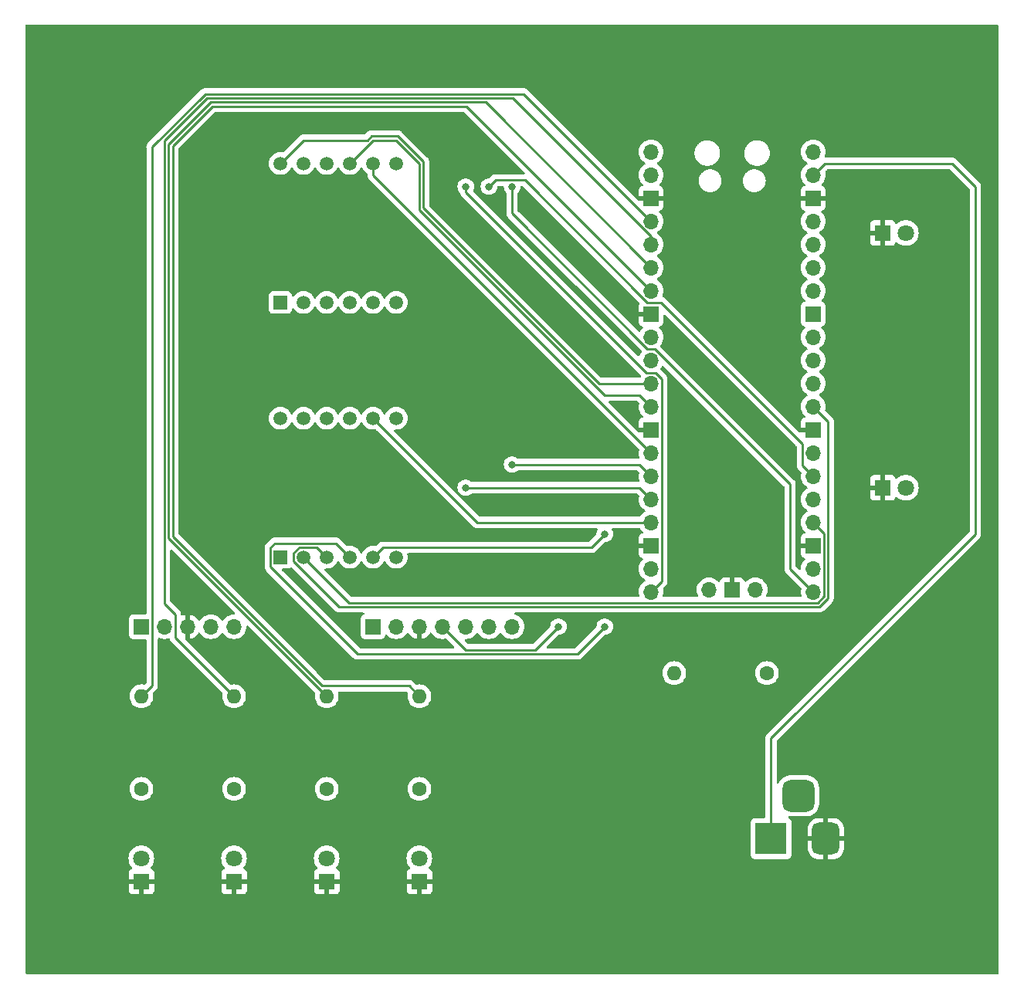
<source format=gbr>
%TF.GenerationSoftware,KiCad,Pcbnew,7.0.5-0*%
%TF.CreationDate,2023-07-14T21:04:26-05:00*%
%TF.ProjectId,lab-env-sensor-hw,6c61622d-656e-4762-9d73-656e736f722d,rev?*%
%TF.SameCoordinates,Original*%
%TF.FileFunction,Copper,L2,Bot*%
%TF.FilePolarity,Positive*%
%FSLAX46Y46*%
G04 Gerber Fmt 4.6, Leading zero omitted, Abs format (unit mm)*
G04 Created by KiCad (PCBNEW 7.0.5-0) date 2023-07-14 21:04:26*
%MOMM*%
%LPD*%
G01*
G04 APERTURE LIST*
G04 Aperture macros list*
%AMRoundRect*
0 Rectangle with rounded corners*
0 $1 Rounding radius*
0 $2 $3 $4 $5 $6 $7 $8 $9 X,Y pos of 4 corners*
0 Add a 4 corners polygon primitive as box body*
4,1,4,$2,$3,$4,$5,$6,$7,$8,$9,$2,$3,0*
0 Add four circle primitives for the rounded corners*
1,1,$1+$1,$2,$3*
1,1,$1+$1,$4,$5*
1,1,$1+$1,$6,$7*
1,1,$1+$1,$8,$9*
0 Add four rect primitives between the rounded corners*
20,1,$1+$1,$2,$3,$4,$5,0*
20,1,$1+$1,$4,$5,$6,$7,0*
20,1,$1+$1,$6,$7,$8,$9,0*
20,1,$1+$1,$8,$9,$2,$3,0*%
G04 Aperture macros list end*
%TA.AperFunction,ComponentPad*%
%ADD10R,1.500000X1.500000*%
%TD*%
%TA.AperFunction,ComponentPad*%
%ADD11C,1.500000*%
%TD*%
%TA.AperFunction,ComponentPad*%
%ADD12R,3.500000X3.500000*%
%TD*%
%TA.AperFunction,ComponentPad*%
%ADD13RoundRect,0.750000X0.750000X1.000000X-0.750000X1.000000X-0.750000X-1.000000X0.750000X-1.000000X0*%
%TD*%
%TA.AperFunction,ComponentPad*%
%ADD14RoundRect,0.875000X0.875000X0.875000X-0.875000X0.875000X-0.875000X-0.875000X0.875000X-0.875000X0*%
%TD*%
%TA.AperFunction,ComponentPad*%
%ADD15O,1.700000X1.700000*%
%TD*%
%TA.AperFunction,ComponentPad*%
%ADD16R,1.700000X1.700000*%
%TD*%
%TA.AperFunction,ComponentPad*%
%ADD17R,1.800000X1.800000*%
%TD*%
%TA.AperFunction,ComponentPad*%
%ADD18C,1.800000*%
%TD*%
%TA.AperFunction,ComponentPad*%
%ADD19C,1.600000*%
%TD*%
%TA.AperFunction,ComponentPad*%
%ADD20O,1.600000X1.600000*%
%TD*%
%TA.AperFunction,ViaPad*%
%ADD21C,0.800000*%
%TD*%
%TA.AperFunction,Conductor*%
%ADD22C,0.250000*%
%TD*%
G04 APERTURE END LIST*
D10*
%TO.P,U2,1,e*%
%TO.N,Net-(U1-e)*%
X83820000Y-88900000D03*
D11*
%TO.P,U2,2,d*%
%TO.N,Net-(U1-d)*%
X86360000Y-88900000D03*
%TO.P,U2,3,DPX*%
%TO.N,Net-(U1-DPX)*%
X88900000Y-88900000D03*
%TO.P,U2,4,c*%
%TO.N,Net-(U1-c)*%
X91440000Y-88900000D03*
%TO.P,U2,5,g*%
%TO.N,Net-(U1-g)*%
X93980000Y-88900000D03*
%TO.P,U2,6,CA4*%
%TO.N,unconnected-(U2-CA4-Pad6)*%
X96520000Y-88900000D03*
%TO.P,U2,7,b*%
%TO.N,Net-(U1-b)*%
X96520000Y-73660000D03*
%TO.P,U2,8,CA3*%
%TO.N,/SEL_G_3*%
X93980000Y-73660000D03*
%TO.P,U2,9,CA2*%
%TO.N,/SEL_G_2*%
X91440000Y-73660000D03*
%TO.P,U2,10,f*%
%TO.N,Net-(U1-f)*%
X88900000Y-73660000D03*
%TO.P,U2,11,a*%
%TO.N,Net-(U1-a)*%
X86360000Y-73660000D03*
%TO.P,U2,12,CA1*%
%TO.N,/SEL_G_1*%
X83820000Y-73660000D03*
%TD*%
D12*
%TO.P,J1,1*%
%TO.N,+5V*%
X137620000Y-119760000D03*
D13*
%TO.P,J1,2*%
%TO.N,GND*%
X143620000Y-119760000D03*
D14*
%TO.P,J1,3*%
%TO.N,N/C*%
X140620000Y-115060000D03*
%TD*%
D15*
%TO.P,U3,43,SWDIO*%
%TO.N,unconnected-(U3-SWDIO-Pad43)*%
X135890000Y-92480000D03*
D16*
%TO.P,U3,42,GND*%
%TO.N,GND*%
X133350000Y-92480000D03*
D15*
%TO.P,U3,41,SWCLK*%
%TO.N,unconnected-(U3-SWCLK-Pad41)*%
X130810000Y-92480000D03*
%TO.P,U3,40,VBUS*%
%TO.N,unconnected-(U3-VBUS-Pad40)*%
X142240000Y-44450000D03*
%TO.P,U3,39,VSYS*%
%TO.N,+5V*%
X142240000Y-46990000D03*
D16*
%TO.P,U3,38,GND*%
%TO.N,GND*%
X142240000Y-49530000D03*
D15*
%TO.P,U3,37,3V3_EN*%
%TO.N,unconnected-(U3-3V3_EN-Pad37)*%
X142240000Y-52070000D03*
%TO.P,U3,36,3V3*%
%TO.N,+3V3*%
X142240000Y-54610000D03*
%TO.P,U3,35,ADC_VREF*%
%TO.N,unconnected-(U3-ADC_VREF-Pad35)*%
X142240000Y-57150000D03*
%TO.P,U3,34,GPIO28_ADC2*%
%TO.N,unconnected-(U3-GPIO28_ADC2-Pad34)*%
X142240000Y-59690000D03*
D16*
%TO.P,U3,33,AGND*%
%TO.N,unconnected-(U3-AGND-Pad33)*%
X142240000Y-62230000D03*
D15*
%TO.P,U3,32,GPIO27_ADC1*%
%TO.N,unconnected-(U3-GPIO27_ADC1-Pad32)*%
X142240000Y-64770000D03*
%TO.P,U3,31,GPIO26_ADC0*%
%TO.N,unconnected-(U3-GPIO26_ADC0-Pad31)*%
X142240000Y-67310000D03*
%TO.P,U3,30,RUN*%
%TO.N,unconnected-(U3-RUN-Pad30)*%
X142240000Y-69850000D03*
%TO.P,U3,29,GPIO22*%
%TO.N,Net-(U1-DPX)*%
X142240000Y-72390000D03*
D16*
%TO.P,U3,28,GND*%
%TO.N,GND*%
X142240000Y-74930000D03*
D15*
%TO.P,U3,27,GPIO21*%
%TO.N,Net-(U1-g)*%
X142240000Y-77470000D03*
%TO.P,U3,26,GPIO20*%
%TO.N,Net-(U1-f)*%
X142240000Y-80010000D03*
%TO.P,U3,25,GPIO19*%
%TO.N,Net-(U1-e)*%
X142240000Y-82550000D03*
%TO.P,U3,24,GPIO18*%
%TO.N,Net-(U1-d)*%
X142240000Y-85090000D03*
D16*
%TO.P,U3,23,GND*%
%TO.N,GND*%
X142240000Y-87630000D03*
D15*
%TO.P,U3,22,GPIO17*%
%TO.N,Net-(U1-c)*%
X142240000Y-90170000D03*
%TO.P,U3,21,GPIO16*%
%TO.N,Net-(U1-b)*%
X142240000Y-92710000D03*
%TO.P,U3,20,GPIO15*%
%TO.N,Net-(U1-a)*%
X124460000Y-92710000D03*
%TO.P,U3,19,GPIO14*%
%TO.N,unconnected-(U3-GPIO14-Pad19)*%
X124460000Y-90170000D03*
D16*
%TO.P,U3,18,GND*%
%TO.N,GND*%
X124460000Y-87630000D03*
D15*
%TO.P,U3,17,GPIO13*%
%TO.N,/SEL_G_3*%
X124460000Y-85090000D03*
%TO.P,U3,16,GPIO12*%
%TO.N,/SEL_G_2*%
X124460000Y-82550000D03*
%TO.P,U3,15,GPIO11*%
%TO.N,/SEL_G_1*%
X124460000Y-80010000D03*
%TO.P,U3,14,GPIO10*%
%TO.N,/SEL_R_3*%
X124460000Y-77470000D03*
D16*
%TO.P,U3,13,GND*%
%TO.N,GND*%
X124460000Y-74930000D03*
D15*
%TO.P,U3,12,GPIO9*%
%TO.N,/SEL_R_2*%
X124460000Y-72390000D03*
%TO.P,U3,11,GPIO8*%
%TO.N,/SEL_R_1*%
X124460000Y-69850000D03*
%TO.P,U3,10,GPIO7*%
%TO.N,unconnected-(U3-GPIO7-Pad10)*%
X124460000Y-67310000D03*
%TO.P,U3,9,GPIO6*%
%TO.N,/ERR*%
X124460000Y-64770000D03*
D16*
%TO.P,U3,8,GND*%
%TO.N,GND*%
X124460000Y-62230000D03*
D15*
%TO.P,U3,7,GPIO5*%
%TO.N,/PROG_4*%
X124460000Y-59690000D03*
%TO.P,U3,6,GPIO4*%
%TO.N,/PROG_3*%
X124460000Y-57150000D03*
%TO.P,U3,5,GPIO3*%
%TO.N,/PROG_2*%
X124460000Y-54610000D03*
%TO.P,U3,4,GPIO2*%
%TO.N,/PROG_1*%
X124460000Y-52070000D03*
D16*
%TO.P,U3,3,GND*%
%TO.N,GND*%
X124460000Y-49530000D03*
D15*
%TO.P,U3,2,GPIO1*%
%TO.N,/SCL*%
X124460000Y-46990000D03*
%TO.P,U3,1,GPIO0*%
%TO.N,/SDA*%
X124460000Y-44450000D03*
%TD*%
D16*
%TO.P,J2,1,VIN*%
%TO.N,+3V3*%
X93980000Y-96520000D03*
D15*
%TO.P,J2,2,3Vo*%
%TO.N,unconnected-(J2-3Vo-Pad2)*%
X96520000Y-96520000D03*
%TO.P,J2,3,GND*%
%TO.N,GND*%
X99060000Y-96520000D03*
%TO.P,J2,4,SCL*%
%TO.N,/SCL*%
X101600000Y-96520000D03*
%TO.P,J2,5,SDA*%
%TO.N,/SDA*%
X104140000Y-96520000D03*
%TO.P,J2,6,RST*%
%TO.N,unconnected-(J2-RST-Pad6)*%
X106680000Y-96520000D03*
%TO.P,J2,7,SET*%
%TO.N,unconnected-(J2-SET-Pad7)*%
X109220000Y-96520000D03*
%TD*%
D17*
%TO.P,D3,1,K*%
%TO.N,GND*%
X68580000Y-124460000D03*
D18*
%TO.P,D3,2,A*%
%TO.N,Net-(D3-A)*%
X68580000Y-121920000D03*
%TD*%
D19*
%TO.P,R1,1*%
%TO.N,Net-(D2-A)*%
X137160000Y-101600000D03*
D20*
%TO.P,R1,2*%
%TO.N,/ERR*%
X127000000Y-101600000D03*
%TD*%
D17*
%TO.P,D4,1,K*%
%TO.N,GND*%
X78740000Y-124460000D03*
D18*
%TO.P,D4,2,A*%
%TO.N,Net-(D4-A)*%
X78740000Y-121920000D03*
%TD*%
D17*
%TO.P,D6,1,K*%
%TO.N,GND*%
X99060000Y-124460000D03*
D18*
%TO.P,D6,2,A*%
%TO.N,Net-(D6-A)*%
X99060000Y-121920000D03*
%TD*%
D17*
%TO.P,D5,1,K*%
%TO.N,GND*%
X88900000Y-124460000D03*
D18*
%TO.P,D5,2,A*%
%TO.N,Net-(D5-A)*%
X88900000Y-121920000D03*
%TD*%
D19*
%TO.P,R5,1*%
%TO.N,Net-(D6-A)*%
X99060000Y-114300000D03*
D20*
%TO.P,R5,2*%
%TO.N,/PROG_4*%
X99060000Y-104140000D03*
%TD*%
D17*
%TO.P,D1,1,K*%
%TO.N,GND*%
X149860000Y-53340000D03*
D18*
%TO.P,D1,2,A*%
%TO.N,+3V3*%
X152400000Y-53340000D03*
%TD*%
D19*
%TO.P,R4,1*%
%TO.N,Net-(D5-A)*%
X88900000Y-114300000D03*
D20*
%TO.P,R4,2*%
%TO.N,/PROG_3*%
X88900000Y-104140000D03*
%TD*%
D17*
%TO.P,D2,1,K*%
%TO.N,GND*%
X149860000Y-81280000D03*
D18*
%TO.P,D2,2,A*%
%TO.N,Net-(D2-A)*%
X152400000Y-81280000D03*
%TD*%
D16*
%TO.P,J3,1,Pin_1*%
%TO.N,+3V3*%
X68580000Y-96520000D03*
D15*
%TO.P,J3,2,Pin_2*%
%TO.N,unconnected-(J3-Pin_2-Pad2)*%
X71120000Y-96520000D03*
%TO.P,J3,3,Pin_3*%
%TO.N,GND*%
X73660000Y-96520000D03*
%TO.P,J3,4,Pin_4*%
%TO.N,/SCL*%
X76200000Y-96520000D03*
%TO.P,J3,5,Pin_5*%
%TO.N,/SDA*%
X78740000Y-96520000D03*
%TD*%
D19*
%TO.P,R2,1*%
%TO.N,Net-(D3-A)*%
X68580000Y-114300000D03*
D20*
%TO.P,R2,2*%
%TO.N,/PROG_1*%
X68580000Y-104140000D03*
%TD*%
D19*
%TO.P,R3,1*%
%TO.N,Net-(D4-A)*%
X78740000Y-114300000D03*
D20*
%TO.P,R3,2*%
%TO.N,/PROG_2*%
X78740000Y-104140000D03*
%TD*%
D10*
%TO.P,U1,1,e*%
%TO.N,Net-(U1-e)*%
X83820000Y-60960000D03*
D11*
%TO.P,U1,2,d*%
%TO.N,Net-(U1-d)*%
X86360000Y-60960000D03*
%TO.P,U1,3,DPX*%
%TO.N,Net-(U1-DPX)*%
X88900000Y-60960000D03*
%TO.P,U1,4,c*%
%TO.N,Net-(U1-c)*%
X91440000Y-60960000D03*
%TO.P,U1,5,g*%
%TO.N,Net-(U1-g)*%
X93980000Y-60960000D03*
%TO.P,U1,6,CC4*%
%TO.N,unconnected-(U1-CC4-Pad6)*%
X96520000Y-60960000D03*
%TO.P,U1,7,b*%
%TO.N,Net-(U1-b)*%
X96520000Y-45720000D03*
%TO.P,U1,8,CC3*%
%TO.N,/SEL_R_3*%
X93980000Y-45720000D03*
%TO.P,U1,9,CC2*%
%TO.N,/SEL_R_2*%
X91440000Y-45720000D03*
%TO.P,U1,10,f*%
%TO.N,Net-(U1-f)*%
X88900000Y-45720000D03*
%TO.P,U1,11,a*%
%TO.N,Net-(U1-a)*%
X86360000Y-45720000D03*
%TO.P,U1,12,CC1*%
%TO.N,/SEL_R_1*%
X83820000Y-45720000D03*
%TD*%
D21*
%TO.N,Net-(U1-g)*%
X119380000Y-86360000D03*
%TO.N,Net-(U1-c)*%
X119380000Y-96520000D03*
%TO.N,Net-(U1-a)*%
X104140000Y-48260000D03*
%TO.N,Net-(U1-f)*%
X106680000Y-48260000D03*
%TO.N,Net-(U1-b)*%
X109220000Y-48260000D03*
%TO.N,/SEL_G_1*%
X109220000Y-78740000D03*
%TO.N,/SEL_G_2*%
X104140000Y-81280000D03*
X104140000Y-81280000D03*
%TO.N,/SCL*%
X114300000Y-96520000D03*
%TD*%
D22*
%TO.N,+5V*%
X160020000Y-48260000D02*
X157480000Y-45720000D01*
X137620000Y-119760000D02*
X137620000Y-108760000D01*
X160020000Y-86360000D02*
X160020000Y-48260000D01*
X137620000Y-108760000D02*
X160020000Y-86360000D01*
X157480000Y-45720000D02*
X143510000Y-45720000D01*
X143510000Y-45720000D02*
X142240000Y-46990000D01*
%TO.N,/PROG_1*%
X110490000Y-38100000D02*
X76200000Y-38100000D01*
X68580000Y-104140000D02*
X69755000Y-102965000D01*
X69755000Y-102965000D02*
X69755000Y-43908604D01*
X69755000Y-43908604D02*
X75563604Y-38100000D01*
X75563604Y-38100000D02*
X76200000Y-38100000D01*
%TO.N,/PROG_4*%
X99060000Y-104140000D02*
X97935000Y-103015000D01*
X72020000Y-43816396D02*
X76386396Y-39450000D01*
X76386396Y-39450000D02*
X104220000Y-39450000D01*
X97935000Y-103015000D02*
X88411396Y-103015000D01*
X88411396Y-103015000D02*
X72020000Y-86623604D01*
X72020000Y-86623604D02*
X72020000Y-43816396D01*
X104220000Y-39450000D02*
X124460000Y-59690000D01*
%TO.N,/PROG_3*%
X124460000Y-57150000D02*
X106310000Y-39000000D01*
X71570000Y-43630000D02*
X71570000Y-86810000D01*
X106310000Y-39000000D02*
X76200000Y-39000000D01*
X71570000Y-86810000D02*
X88900000Y-104140000D01*
X76200000Y-39000000D02*
X71570000Y-43630000D01*
%TO.N,/PROG_2*%
X78740000Y-104140000D02*
X72295000Y-97695000D01*
X75750000Y-38550000D02*
X109278299Y-38550000D01*
X72295000Y-97695000D02*
X72295000Y-95155000D01*
X72295000Y-95155000D02*
X71120000Y-93980000D01*
X71120000Y-93980000D02*
X71120000Y-43180000D01*
X71120000Y-43180000D02*
X75750000Y-38550000D01*
X109278299Y-38550000D02*
X124460000Y-53731701D01*
X124460000Y-53731701D02*
X124460000Y-54610000D01*
%TO.N,/PROG_1*%
X124460000Y-52070000D02*
X110490000Y-38100000D01*
%TO.N,Net-(U1-g)*%
X117915000Y-87825000D02*
X119380000Y-86360000D01*
X95055000Y-87825000D02*
X117915000Y-87825000D01*
X93980000Y-88900000D02*
X95055000Y-87825000D01*
%TO.N,Net-(U1-c)*%
X92280000Y-99510000D02*
X82745000Y-89975000D01*
X82745000Y-89975000D02*
X82745000Y-87825000D01*
X119380000Y-96520000D02*
X116390000Y-99510000D01*
X116390000Y-99510000D02*
X92280000Y-99510000D01*
X82745000Y-87825000D02*
X83195000Y-87375000D01*
X83195000Y-87375000D02*
X89915000Y-87375000D01*
X89915000Y-87375000D02*
X91440000Y-88900000D01*
%TO.N,Net-(U1-DPX)*%
X88900000Y-88900000D02*
X87825000Y-87825000D01*
X87825000Y-87825000D02*
X85914720Y-87825000D01*
X85285000Y-88454720D02*
X85285000Y-89345280D01*
X143865000Y-74015000D02*
X142240000Y-72390000D01*
X85914720Y-87825000D02*
X85285000Y-88454720D01*
X85285000Y-89345280D02*
X90274720Y-94335000D01*
X90274720Y-94335000D02*
X142913097Y-94335000D01*
X142913097Y-94335000D02*
X143865000Y-93383097D01*
X143865000Y-93383097D02*
X143865000Y-74015000D01*
%TO.N,Net-(U1-d)*%
X86360000Y-88900000D02*
X91345000Y-93885000D01*
X143415000Y-93196701D02*
X143415000Y-86265000D01*
X91345000Y-93885000D02*
X142726701Y-93885000D01*
X142726701Y-93885000D02*
X143415000Y-93196701D01*
X143415000Y-86265000D02*
X142240000Y-85090000D01*
%TO.N,Net-(U1-a)*%
X104140000Y-48260000D02*
X104140000Y-48841701D01*
X123973299Y-68675000D02*
X124946701Y-68675000D01*
X104140000Y-48841701D02*
X123973299Y-68675000D01*
X124946701Y-68675000D02*
X125635000Y-69363299D01*
X125635000Y-69363299D02*
X125635000Y-91535000D01*
X125635000Y-91535000D02*
X124460000Y-92710000D01*
%TO.N,Net-(U1-f)*%
X106680000Y-48260000D02*
X107405000Y-47535000D01*
X107405000Y-47535000D02*
X110643299Y-47535000D01*
X110643299Y-47535000D02*
X124068299Y-60960000D01*
X124068299Y-60960000D02*
X125540000Y-60960000D01*
X141065000Y-76485000D02*
X141065000Y-78835000D01*
X125540000Y-60960000D02*
X141065000Y-76485000D01*
X141065000Y-78835000D02*
X142240000Y-80010000D01*
%TO.N,Net-(U1-b)*%
X109220000Y-48260000D02*
X109220000Y-51191701D01*
X124851701Y-66040000D02*
X139700000Y-80888299D01*
X109220000Y-51191701D02*
X124068299Y-66040000D01*
X124068299Y-66040000D02*
X124851701Y-66040000D01*
X139700000Y-80888299D02*
X139700000Y-90170000D01*
X139700000Y-90170000D02*
X142240000Y-92710000D01*
%TO.N,/SEL_G_1*%
X109220000Y-78740000D02*
X123190000Y-78740000D01*
X123190000Y-78740000D02*
X124460000Y-80010000D01*
%TO.N,/SEL_G_2*%
X123190000Y-81280000D02*
X104140000Y-81280000D01*
X124460000Y-82550000D02*
X123190000Y-81280000D01*
%TO.N,/SEL_G_3*%
X93980000Y-73660000D02*
X105410000Y-85090000D01*
X105410000Y-85090000D02*
X124460000Y-85090000D01*
%TO.N,/SEL_R_1*%
X83820000Y-45720000D02*
X86360000Y-43180000D01*
X86360000Y-43180000D02*
X93343604Y-43180000D01*
X99510000Y-50613604D02*
X118746396Y-69850000D01*
X93343604Y-43180000D02*
X93793604Y-42730000D01*
X93793604Y-42730000D02*
X96706396Y-42730000D01*
X96706396Y-42730000D02*
X99510000Y-45533604D01*
X99510000Y-45533604D02*
X99510000Y-50613604D01*
X118746396Y-69850000D02*
X124460000Y-69850000D01*
%TO.N,/SEL_R_2*%
X99060000Y-45720000D02*
X96520000Y-43180000D01*
X99060000Y-50800000D02*
X99060000Y-45720000D01*
X119380000Y-71120000D02*
X99060000Y-50800000D01*
X123190000Y-71120000D02*
X119380000Y-71120000D01*
X124460000Y-72390000D02*
X123190000Y-71120000D01*
X96520000Y-43180000D02*
X93980000Y-43180000D01*
X93980000Y-43180000D02*
X91440000Y-45720000D01*
%TO.N,/SEL_R_3*%
X93980000Y-45720000D02*
X93980000Y-46990000D01*
X93980000Y-46990000D02*
X124460000Y-77470000D01*
%TO.N,/SCL*%
X114300000Y-96520000D02*
X111760000Y-99060000D01*
X111760000Y-99060000D02*
X104140000Y-99060000D01*
X104140000Y-99060000D02*
X101600000Y-96520000D01*
%TD*%
%TA.AperFunction,Conductor*%
%TO.N,GND*%
G36*
X85052545Y-90004519D02*
G01*
X85080801Y-90025671D01*
X89773914Y-94718784D01*
X89783739Y-94731048D01*
X89783960Y-94730866D01*
X89788930Y-94736874D01*
X89838669Y-94783582D01*
X89840036Y-94784906D01*
X89860250Y-94805120D01*
X89865724Y-94809366D01*
X89870162Y-94813156D01*
X89904138Y-94845062D01*
X89904142Y-94845064D01*
X89921693Y-94854713D01*
X89937951Y-94865392D01*
X89953784Y-94877674D01*
X89975735Y-94887172D01*
X89996557Y-94896183D01*
X90001801Y-94898752D01*
X90042628Y-94921197D01*
X90062032Y-94926179D01*
X90080430Y-94932478D01*
X90098825Y-94940438D01*
X90144849Y-94947726D01*
X90150552Y-94948907D01*
X90195701Y-94960500D01*
X90215736Y-94960500D01*
X90235133Y-94962026D01*
X90254916Y-94965160D01*
X90301303Y-94960775D01*
X90307142Y-94960500D01*
X92912763Y-94960500D01*
X92979802Y-94980185D01*
X93025557Y-95032989D01*
X93035501Y-95102147D01*
X93006476Y-95165703D01*
X92956096Y-95200682D01*
X92887671Y-95226202D01*
X92887664Y-95226206D01*
X92772455Y-95312452D01*
X92772452Y-95312455D01*
X92686206Y-95427664D01*
X92686202Y-95427671D01*
X92635908Y-95562517D01*
X92629501Y-95622116D01*
X92629500Y-95622135D01*
X92629500Y-97417870D01*
X92629501Y-97417876D01*
X92635908Y-97477483D01*
X92686202Y-97612328D01*
X92686206Y-97612335D01*
X92772452Y-97727544D01*
X92772455Y-97727547D01*
X92887664Y-97813793D01*
X92887671Y-97813797D01*
X93022517Y-97864091D01*
X93022516Y-97864091D01*
X93029444Y-97864835D01*
X93082127Y-97870500D01*
X94877872Y-97870499D01*
X94937483Y-97864091D01*
X95072331Y-97813796D01*
X95187546Y-97727546D01*
X95273796Y-97612331D01*
X95322810Y-97480916D01*
X95364681Y-97424984D01*
X95430145Y-97400566D01*
X95498418Y-97415417D01*
X95526673Y-97436569D01*
X95648599Y-97558495D01*
X95745384Y-97626265D01*
X95842165Y-97694032D01*
X95842167Y-97694033D01*
X95842170Y-97694035D01*
X96056337Y-97793903D01*
X96284592Y-97855063D01*
X96461034Y-97870500D01*
X96519999Y-97875659D01*
X96520000Y-97875659D01*
X96520001Y-97875659D01*
X96578966Y-97870500D01*
X96755408Y-97855063D01*
X96983663Y-97793903D01*
X97197830Y-97694035D01*
X97391401Y-97558495D01*
X97558495Y-97391401D01*
X97688730Y-97205405D01*
X97743307Y-97161781D01*
X97812805Y-97154587D01*
X97875160Y-97186110D01*
X97891879Y-97205405D01*
X98021890Y-97391078D01*
X98188917Y-97558105D01*
X98382421Y-97693600D01*
X98596507Y-97793429D01*
X98596516Y-97793433D01*
X98810000Y-97850634D01*
X98810000Y-96955501D01*
X98917685Y-97004680D01*
X99024237Y-97020000D01*
X99095763Y-97020000D01*
X99202315Y-97004680D01*
X99309999Y-96955501D01*
X99310000Y-97850633D01*
X99523483Y-97793433D01*
X99523492Y-97793429D01*
X99737578Y-97693600D01*
X99931082Y-97558105D01*
X100098105Y-97391082D01*
X100228119Y-97205405D01*
X100282696Y-97161781D01*
X100352195Y-97154588D01*
X100414549Y-97186110D01*
X100431269Y-97205405D01*
X100561505Y-97391401D01*
X100728599Y-97558495D01*
X100825384Y-97626265D01*
X100922165Y-97694032D01*
X100922167Y-97694033D01*
X100922170Y-97694035D01*
X101136337Y-97793903D01*
X101364592Y-97855063D01*
X101541034Y-97870500D01*
X101599999Y-97875659D01*
X101600000Y-97875659D01*
X101600001Y-97875659D01*
X101658966Y-97870500D01*
X101835408Y-97855063D01*
X101935873Y-97828143D01*
X102005722Y-97829806D01*
X102055647Y-97860237D01*
X102868228Y-98672819D01*
X102901713Y-98734142D01*
X102896729Y-98803834D01*
X102854857Y-98859767D01*
X102789393Y-98884184D01*
X102780547Y-98884500D01*
X92590453Y-98884500D01*
X92523414Y-98864815D01*
X92502772Y-98848181D01*
X84016771Y-90362180D01*
X83983286Y-90300857D01*
X83988270Y-90231165D01*
X84030142Y-90175232D01*
X84095606Y-90150815D01*
X84104452Y-90150499D01*
X84617871Y-90150499D01*
X84617872Y-90150499D01*
X84677483Y-90144091D01*
X84812331Y-90093796D01*
X84918811Y-90014084D01*
X84984272Y-89989668D01*
X85052545Y-90004519D01*
G37*
%TD.AperFunction*%
%TA.AperFunction,Conductor*%
G36*
X71950703Y-88075739D02*
G01*
X71957181Y-88081771D01*
X78828069Y-94952660D01*
X78861554Y-95013983D01*
X78856570Y-95083675D01*
X78814698Y-95139608D01*
X78749234Y-95164025D01*
X78740388Y-95164341D01*
X78739999Y-95164341D01*
X78504596Y-95184936D01*
X78504586Y-95184938D01*
X78276344Y-95246094D01*
X78276335Y-95246098D01*
X78062171Y-95345964D01*
X78062169Y-95345965D01*
X77868597Y-95481505D01*
X77701505Y-95648597D01*
X77571575Y-95834158D01*
X77516998Y-95877783D01*
X77447500Y-95884977D01*
X77385145Y-95853454D01*
X77368425Y-95834158D01*
X77238494Y-95648597D01*
X77071402Y-95481506D01*
X77071395Y-95481501D01*
X76877834Y-95345967D01*
X76877830Y-95345965D01*
X76877828Y-95345964D01*
X76663663Y-95246097D01*
X76663659Y-95246096D01*
X76663655Y-95246094D01*
X76435413Y-95184938D01*
X76435403Y-95184936D01*
X76200001Y-95164341D01*
X76199999Y-95164341D01*
X75964596Y-95184936D01*
X75964586Y-95184938D01*
X75736344Y-95246094D01*
X75736335Y-95246098D01*
X75522171Y-95345964D01*
X75522169Y-95345965D01*
X75328597Y-95481505D01*
X75161508Y-95648594D01*
X75031269Y-95834595D01*
X74976692Y-95878219D01*
X74907193Y-95885412D01*
X74844839Y-95853890D01*
X74828119Y-95834594D01*
X74698113Y-95648926D01*
X74698108Y-95648920D01*
X74531082Y-95481894D01*
X74337578Y-95346399D01*
X74123492Y-95246570D01*
X74123486Y-95246567D01*
X73910000Y-95189364D01*
X73910000Y-96084498D01*
X73802315Y-96035320D01*
X73695763Y-96020000D01*
X73624237Y-96020000D01*
X73517685Y-96035320D01*
X73410000Y-96084498D01*
X73410000Y-95189364D01*
X73409999Y-95189364D01*
X73196513Y-95246567D01*
X73196502Y-95246571D01*
X73098062Y-95292475D01*
X73028985Y-95302967D01*
X72965201Y-95274447D01*
X72926962Y-95215970D01*
X72921719Y-95183986D01*
X72921596Y-95180081D01*
X72921092Y-95164025D01*
X72920531Y-95146151D01*
X72920500Y-95144205D01*
X72920500Y-95115654D01*
X72920500Y-95115650D01*
X72919631Y-95108772D01*
X72919172Y-95102943D01*
X72917709Y-95056372D01*
X72912122Y-95037144D01*
X72908174Y-95018084D01*
X72905663Y-94998204D01*
X72888512Y-94954887D01*
X72886619Y-94949358D01*
X72873618Y-94904609D01*
X72873616Y-94904606D01*
X72863423Y-94887371D01*
X72854861Y-94869894D01*
X72847487Y-94851270D01*
X72847486Y-94851268D01*
X72820079Y-94813545D01*
X72816888Y-94808686D01*
X72815515Y-94806365D01*
X72793170Y-94768580D01*
X72793168Y-94768578D01*
X72793165Y-94768574D01*
X72779006Y-94754415D01*
X72766368Y-94739619D01*
X72760141Y-94731048D01*
X72754594Y-94723413D01*
X72748998Y-94718784D01*
X72718688Y-94693709D01*
X72714376Y-94689786D01*
X71781819Y-93757228D01*
X71748334Y-93695905D01*
X71745500Y-93669547D01*
X71745500Y-88169452D01*
X71765185Y-88102413D01*
X71817989Y-88056658D01*
X71887147Y-88046714D01*
X71950703Y-88075739D01*
G37*
%TD.AperFunction*%
%TA.AperFunction,Conductor*%
G36*
X123251812Y-85735185D02*
G01*
X123286348Y-85768377D01*
X123421501Y-85961396D01*
X123421506Y-85961402D01*
X123543818Y-86083714D01*
X123577303Y-86145037D01*
X123572319Y-86214729D01*
X123530447Y-86270662D01*
X123499471Y-86287577D01*
X123367912Y-86336646D01*
X123367906Y-86336649D01*
X123252812Y-86422809D01*
X123252809Y-86422812D01*
X123166649Y-86537906D01*
X123166645Y-86537913D01*
X123116403Y-86672620D01*
X123116401Y-86672627D01*
X123110000Y-86732155D01*
X123110000Y-87380000D01*
X124014428Y-87380000D01*
X123991318Y-87415960D01*
X123950000Y-87556673D01*
X123950000Y-87703327D01*
X123991318Y-87844040D01*
X124014428Y-87880000D01*
X123110000Y-87880000D01*
X123110000Y-88527844D01*
X123116401Y-88587372D01*
X123116403Y-88587379D01*
X123166645Y-88722086D01*
X123166649Y-88722093D01*
X123252809Y-88837187D01*
X123252812Y-88837190D01*
X123367906Y-88923350D01*
X123367913Y-88923354D01*
X123499470Y-88972421D01*
X123555403Y-89014292D01*
X123579821Y-89079756D01*
X123564970Y-89148029D01*
X123543819Y-89176284D01*
X123421503Y-89298600D01*
X123285965Y-89492169D01*
X123285964Y-89492171D01*
X123186098Y-89706335D01*
X123186094Y-89706344D01*
X123124938Y-89934586D01*
X123124936Y-89934596D01*
X123104341Y-90169999D01*
X123104341Y-90170000D01*
X123124936Y-90405403D01*
X123124938Y-90405413D01*
X123186094Y-90633655D01*
X123186096Y-90633659D01*
X123186097Y-90633663D01*
X123186824Y-90635221D01*
X123285965Y-90847830D01*
X123285967Y-90847834D01*
X123421501Y-91041395D01*
X123421506Y-91041402D01*
X123588597Y-91208493D01*
X123588603Y-91208498D01*
X123774158Y-91338425D01*
X123817783Y-91393002D01*
X123824977Y-91462500D01*
X123793454Y-91524855D01*
X123774158Y-91541575D01*
X123588597Y-91671505D01*
X123421505Y-91838597D01*
X123285965Y-92032169D01*
X123285964Y-92032171D01*
X123186098Y-92246335D01*
X123186094Y-92246344D01*
X123124938Y-92474586D01*
X123124936Y-92474596D01*
X123104341Y-92709999D01*
X123104341Y-92710000D01*
X123124936Y-92945403D01*
X123124938Y-92945413D01*
X123167272Y-93103407D01*
X123165609Y-93173257D01*
X123126446Y-93231119D01*
X123062218Y-93258623D01*
X123047497Y-93259500D01*
X91655452Y-93259500D01*
X91588413Y-93239815D01*
X91567771Y-93223181D01*
X88702406Y-90357815D01*
X88668921Y-90296492D01*
X88673905Y-90226800D01*
X88715777Y-90170867D01*
X88781241Y-90146450D01*
X88800886Y-90146605D01*
X88888564Y-90154276D01*
X88899999Y-90155277D01*
X88900000Y-90155277D01*
X88900002Y-90155277D01*
X88928254Y-90152805D01*
X89117977Y-90136207D01*
X89329330Y-90079575D01*
X89527639Y-89987102D01*
X89706877Y-89861598D01*
X89861598Y-89706877D01*
X89987102Y-89527639D01*
X90057618Y-89376414D01*
X90103790Y-89323977D01*
X90170984Y-89304825D01*
X90237865Y-89325041D01*
X90282381Y-89376414D01*
X90352898Y-89527639D01*
X90478402Y-89706877D01*
X90633123Y-89861598D01*
X90812361Y-89987102D01*
X91010670Y-90079575D01*
X91222023Y-90136207D01*
X91404926Y-90152208D01*
X91439998Y-90155277D01*
X91440000Y-90155277D01*
X91440002Y-90155277D01*
X91468254Y-90152805D01*
X91657977Y-90136207D01*
X91869330Y-90079575D01*
X92067639Y-89987102D01*
X92246877Y-89861598D01*
X92401598Y-89706877D01*
X92527102Y-89527639D01*
X92597618Y-89376414D01*
X92643790Y-89323977D01*
X92710984Y-89304825D01*
X92777865Y-89325041D01*
X92822381Y-89376414D01*
X92892898Y-89527639D01*
X93018402Y-89706877D01*
X93173123Y-89861598D01*
X93352361Y-89987102D01*
X93550670Y-90079575D01*
X93762023Y-90136207D01*
X93944926Y-90152208D01*
X93979998Y-90155277D01*
X93980000Y-90155277D01*
X93980002Y-90155277D01*
X94008254Y-90152805D01*
X94197977Y-90136207D01*
X94409330Y-90079575D01*
X94607639Y-89987102D01*
X94786877Y-89861598D01*
X94941598Y-89706877D01*
X95067102Y-89527639D01*
X95137618Y-89376414D01*
X95183790Y-89323977D01*
X95250984Y-89304825D01*
X95317865Y-89325041D01*
X95362381Y-89376414D01*
X95432898Y-89527639D01*
X95558402Y-89706877D01*
X95713123Y-89861598D01*
X95892361Y-89987102D01*
X96090670Y-90079575D01*
X96302023Y-90136207D01*
X96484926Y-90152208D01*
X96519998Y-90155277D01*
X96520000Y-90155277D01*
X96520002Y-90155277D01*
X96548254Y-90152805D01*
X96737977Y-90136207D01*
X96949330Y-90079575D01*
X97147639Y-89987102D01*
X97326877Y-89861598D01*
X97481598Y-89706877D01*
X97607102Y-89527639D01*
X97699575Y-89329330D01*
X97756207Y-89117977D01*
X97775277Y-88900000D01*
X97756207Y-88682023D01*
X97735996Y-88606593D01*
X97737659Y-88536743D01*
X97776822Y-88478881D01*
X97841051Y-88451377D01*
X97855771Y-88450500D01*
X117832257Y-88450500D01*
X117847877Y-88452224D01*
X117847904Y-88451939D01*
X117855666Y-88452673D01*
X117855666Y-88452672D01*
X117855667Y-88452673D01*
X117858999Y-88452568D01*
X117923847Y-88450531D01*
X117925794Y-88450500D01*
X117954347Y-88450500D01*
X117954350Y-88450500D01*
X117961228Y-88449630D01*
X117967041Y-88449172D01*
X118013627Y-88447709D01*
X118032869Y-88442117D01*
X118051912Y-88438174D01*
X118071792Y-88435664D01*
X118115122Y-88418507D01*
X118120646Y-88416617D01*
X118124396Y-88415527D01*
X118165390Y-88403618D01*
X118182629Y-88393422D01*
X118200103Y-88384862D01*
X118218727Y-88377488D01*
X118218727Y-88377487D01*
X118218732Y-88377486D01*
X118256449Y-88350082D01*
X118261305Y-88346892D01*
X118301420Y-88323170D01*
X118315589Y-88308999D01*
X118330379Y-88296368D01*
X118346587Y-88284594D01*
X118376299Y-88248676D01*
X118380212Y-88244376D01*
X119327771Y-87296819D01*
X119389095Y-87263334D01*
X119415453Y-87260500D01*
X119474644Y-87260500D01*
X119474646Y-87260500D01*
X119659803Y-87221144D01*
X119832730Y-87144151D01*
X119985871Y-87032888D01*
X120112533Y-86892216D01*
X120207179Y-86728284D01*
X120265674Y-86548256D01*
X120285460Y-86360000D01*
X120265674Y-86171744D01*
X120207179Y-85991716D01*
X120155093Y-85901500D01*
X120138620Y-85833599D01*
X120161473Y-85767573D01*
X120216394Y-85724382D01*
X120262480Y-85715500D01*
X123184773Y-85715500D01*
X123251812Y-85735185D01*
G37*
%TD.AperFunction*%
%TA.AperFunction,Conductor*%
G36*
X125828769Y-67905376D02*
G01*
X125848588Y-67921477D01*
X139038181Y-81111070D01*
X139071666Y-81172393D01*
X139074500Y-81198751D01*
X139074500Y-90087255D01*
X139072775Y-90102872D01*
X139073061Y-90102899D01*
X139072326Y-90110666D01*
X139074469Y-90178846D01*
X139074500Y-90180793D01*
X139074500Y-90209343D01*
X139074501Y-90209360D01*
X139075368Y-90216231D01*
X139075826Y-90222050D01*
X139077290Y-90268624D01*
X139077291Y-90268627D01*
X139082880Y-90287867D01*
X139086824Y-90306911D01*
X139089336Y-90326792D01*
X139103347Y-90362180D01*
X139106490Y-90370119D01*
X139108382Y-90375647D01*
X139121381Y-90420388D01*
X139131580Y-90437634D01*
X139140138Y-90455103D01*
X139147514Y-90473732D01*
X139174898Y-90511423D01*
X139178106Y-90516307D01*
X139201827Y-90556416D01*
X139201833Y-90556424D01*
X139215990Y-90570580D01*
X139228628Y-90585376D01*
X139240405Y-90601586D01*
X139240406Y-90601587D01*
X139276309Y-90631288D01*
X139280620Y-90635210D01*
X140107910Y-91462500D01*
X140899762Y-92254352D01*
X140933247Y-92315675D01*
X140931856Y-92374126D01*
X140904938Y-92474586D01*
X140904936Y-92474596D01*
X140884341Y-92709999D01*
X140884341Y-92710000D01*
X140904936Y-92945403D01*
X140904938Y-92945413D01*
X140947272Y-93103407D01*
X140945609Y-93173257D01*
X140906446Y-93231119D01*
X140842218Y-93258623D01*
X140827497Y-93259500D01*
X137211266Y-93259500D01*
X137144227Y-93239815D01*
X137098472Y-93187011D01*
X137088528Y-93117853D01*
X137098882Y-93083098D01*
X137163903Y-92943663D01*
X137225063Y-92715408D01*
X137245659Y-92480000D01*
X137225063Y-92244592D01*
X137166525Y-92026121D01*
X137163905Y-92016344D01*
X137163904Y-92016343D01*
X137163903Y-92016337D01*
X137064035Y-91802171D01*
X137039474Y-91767093D01*
X136928494Y-91608597D01*
X136761402Y-91441506D01*
X136761395Y-91441501D01*
X136759251Y-91440000D01*
X136614188Y-91338425D01*
X136567834Y-91305967D01*
X136567830Y-91305965D01*
X136496727Y-91272809D01*
X136353663Y-91206097D01*
X136353659Y-91206096D01*
X136353655Y-91206094D01*
X136125413Y-91144938D01*
X136125403Y-91144936D01*
X135890001Y-91124341D01*
X135889999Y-91124341D01*
X135654596Y-91144936D01*
X135654586Y-91144938D01*
X135426344Y-91206094D01*
X135426335Y-91206098D01*
X135212171Y-91305964D01*
X135212169Y-91305965D01*
X135018600Y-91441503D01*
X134896284Y-91563819D01*
X134834961Y-91597303D01*
X134765269Y-91592319D01*
X134709336Y-91550447D01*
X134692421Y-91519470D01*
X134643354Y-91387913D01*
X134643350Y-91387906D01*
X134557190Y-91272812D01*
X134557187Y-91272809D01*
X134442093Y-91186649D01*
X134442086Y-91186645D01*
X134307379Y-91136403D01*
X134307372Y-91136401D01*
X134247844Y-91130000D01*
X133600000Y-91130000D01*
X133600000Y-92033505D01*
X133495161Y-91985627D01*
X133386473Y-91970000D01*
X133313527Y-91970000D01*
X133204839Y-91985627D01*
X133100000Y-92033505D01*
X133100000Y-91130000D01*
X132452155Y-91130000D01*
X132392627Y-91136401D01*
X132392620Y-91136403D01*
X132257913Y-91186645D01*
X132257906Y-91186649D01*
X132142812Y-91272809D01*
X132142809Y-91272812D01*
X132056649Y-91387906D01*
X132056645Y-91387913D01*
X132007578Y-91519470D01*
X131965707Y-91575404D01*
X131900242Y-91599821D01*
X131831969Y-91584969D01*
X131803715Y-91563819D01*
X131745403Y-91505507D01*
X131681401Y-91441505D01*
X131681397Y-91441502D01*
X131681396Y-91441501D01*
X131487834Y-91305967D01*
X131487830Y-91305965D01*
X131416727Y-91272809D01*
X131273663Y-91206097D01*
X131273659Y-91206096D01*
X131273655Y-91206094D01*
X131045413Y-91144938D01*
X131045403Y-91144936D01*
X130810001Y-91124341D01*
X130809999Y-91124341D01*
X130574596Y-91144936D01*
X130574586Y-91144938D01*
X130346344Y-91206094D01*
X130346335Y-91206098D01*
X130132171Y-91305964D01*
X130132169Y-91305965D01*
X129938597Y-91441505D01*
X129771505Y-91608597D01*
X129635965Y-91802169D01*
X129635964Y-91802171D01*
X129536098Y-92016335D01*
X129536094Y-92016344D01*
X129474938Y-92244586D01*
X129474936Y-92244596D01*
X129454341Y-92479999D01*
X129454341Y-92480000D01*
X129474936Y-92715403D01*
X129474938Y-92715413D01*
X129536094Y-92943655D01*
X129536097Y-92943664D01*
X129536913Y-92945413D01*
X129601116Y-93083096D01*
X129611608Y-93152172D01*
X129583088Y-93215956D01*
X129524612Y-93254196D01*
X129488734Y-93259500D01*
X125872503Y-93259500D01*
X125805464Y-93239815D01*
X125759709Y-93187011D01*
X125749765Y-93117853D01*
X125752728Y-93103407D01*
X125762195Y-93068072D01*
X125795063Y-92945408D01*
X125815659Y-92710000D01*
X125795063Y-92474592D01*
X125768143Y-92374123D01*
X125769806Y-92304277D01*
X125800235Y-92254354D01*
X126018788Y-92035801D01*
X126031042Y-92025986D01*
X126030859Y-92025764D01*
X126036868Y-92020791D01*
X126036877Y-92020786D01*
X126083607Y-91971022D01*
X126084846Y-91969743D01*
X126105120Y-91949471D01*
X126109379Y-91943978D01*
X126113152Y-91939561D01*
X126145062Y-91905582D01*
X126154715Y-91888020D01*
X126165389Y-91871770D01*
X126177673Y-91855936D01*
X126196180Y-91813167D01*
X126198749Y-91807924D01*
X126221196Y-91767093D01*
X126221197Y-91767092D01*
X126226177Y-91747691D01*
X126232478Y-91729288D01*
X126240438Y-91710896D01*
X126247730Y-91664849D01*
X126248911Y-91659152D01*
X126260500Y-91614019D01*
X126260500Y-91593983D01*
X126262027Y-91574583D01*
X126265160Y-91554804D01*
X126260773Y-91508407D01*
X126260499Y-91502584D01*
X126260499Y-80472918D01*
X126260499Y-69446031D01*
X126262225Y-69430423D01*
X126261939Y-69430396D01*
X126262671Y-69422638D01*
X126262673Y-69422632D01*
X126261300Y-69378992D01*
X126260530Y-69354451D01*
X126260499Y-69352500D01*
X126260500Y-69323949D01*
X126259631Y-69317069D01*
X126259172Y-69311242D01*
X126257709Y-69264671D01*
X126252122Y-69245443D01*
X126248174Y-69226383D01*
X126245663Y-69206503D01*
X126228512Y-69163186D01*
X126226619Y-69157657D01*
X126213618Y-69112908D01*
X126213616Y-69112905D01*
X126203423Y-69095670D01*
X126194861Y-69078193D01*
X126187487Y-69059569D01*
X126187486Y-69059567D01*
X126160079Y-69021844D01*
X126156888Y-69016985D01*
X126133172Y-68976882D01*
X126133165Y-68976873D01*
X126119006Y-68962714D01*
X126106368Y-68947918D01*
X126094594Y-68931712D01*
X126083093Y-68922198D01*
X126058688Y-68902008D01*
X126054376Y-68898085D01*
X125505473Y-68349181D01*
X125471988Y-68287858D01*
X125476972Y-68218166D01*
X125495688Y-68186045D01*
X125495389Y-68185836D01*
X125497904Y-68182242D01*
X125498170Y-68181788D01*
X125498486Y-68181409D01*
X125498495Y-68181401D01*
X125634035Y-67987830D01*
X125648527Y-67956751D01*
X125694694Y-67904316D01*
X125761887Y-67885162D01*
X125828769Y-67905376D01*
G37*
%TD.AperFunction*%
%TA.AperFunction,Conductor*%
G36*
X126015203Y-62320239D02*
G01*
X126021681Y-62326271D01*
X140403181Y-76707771D01*
X140436666Y-76769094D01*
X140439500Y-76795452D01*
X140439500Y-78752255D01*
X140437775Y-78767872D01*
X140438061Y-78767899D01*
X140437326Y-78775666D01*
X140439469Y-78843846D01*
X140439500Y-78845793D01*
X140439500Y-78874343D01*
X140439501Y-78874360D01*
X140440368Y-78881231D01*
X140440826Y-78887050D01*
X140442290Y-78933624D01*
X140442291Y-78933627D01*
X140447880Y-78952867D01*
X140451824Y-78971911D01*
X140454336Y-78991791D01*
X140471490Y-79035119D01*
X140473382Y-79040647D01*
X140486381Y-79085388D01*
X140496580Y-79102634D01*
X140505138Y-79120103D01*
X140512514Y-79138732D01*
X140539898Y-79176423D01*
X140543106Y-79181307D01*
X140566827Y-79221416D01*
X140566833Y-79221424D01*
X140580990Y-79235580D01*
X140593628Y-79250376D01*
X140605405Y-79266586D01*
X140605406Y-79266587D01*
X140641309Y-79296288D01*
X140645620Y-79300210D01*
X140869558Y-79524148D01*
X140899762Y-79554352D01*
X140933247Y-79615675D01*
X140931856Y-79674126D01*
X140904938Y-79774586D01*
X140904936Y-79774596D01*
X140884341Y-80009999D01*
X140884341Y-80010000D01*
X140904936Y-80245403D01*
X140904938Y-80245413D01*
X140966094Y-80473655D01*
X140966096Y-80473659D01*
X140966097Y-80473663D01*
X141047950Y-80649196D01*
X141065965Y-80687830D01*
X141065967Y-80687834D01*
X141161102Y-80823700D01*
X141199462Y-80878484D01*
X141201501Y-80881395D01*
X141201506Y-80881402D01*
X141368597Y-81048493D01*
X141368603Y-81048498D01*
X141554158Y-81178425D01*
X141597783Y-81233002D01*
X141604977Y-81302500D01*
X141573454Y-81364855D01*
X141554158Y-81381575D01*
X141368597Y-81511505D01*
X141201505Y-81678597D01*
X141065965Y-81872169D01*
X141065964Y-81872171D01*
X140966098Y-82086335D01*
X140966094Y-82086344D01*
X140904938Y-82314586D01*
X140904936Y-82314596D01*
X140884341Y-82549999D01*
X140884341Y-82550000D01*
X140904936Y-82785403D01*
X140904938Y-82785413D01*
X140966094Y-83013655D01*
X140966096Y-83013659D01*
X140966097Y-83013663D01*
X141065965Y-83227830D01*
X141065967Y-83227834D01*
X141201501Y-83421395D01*
X141201506Y-83421402D01*
X141368597Y-83588493D01*
X141368603Y-83588498D01*
X141554158Y-83718425D01*
X141597783Y-83773002D01*
X141604977Y-83842500D01*
X141573454Y-83904855D01*
X141554158Y-83921575D01*
X141368597Y-84051505D01*
X141201505Y-84218597D01*
X141065965Y-84412169D01*
X141065964Y-84412171D01*
X140966098Y-84626335D01*
X140966094Y-84626344D01*
X140904938Y-84854586D01*
X140904936Y-84854596D01*
X140884341Y-85089999D01*
X140884341Y-85090000D01*
X140904936Y-85325403D01*
X140904938Y-85325413D01*
X140966094Y-85553655D01*
X140966096Y-85553659D01*
X140966097Y-85553663D01*
X141036159Y-85703911D01*
X141065965Y-85767830D01*
X141065967Y-85767834D01*
X141080080Y-85787989D01*
X141201501Y-85961396D01*
X141201506Y-85961402D01*
X141323818Y-86083714D01*
X141357303Y-86145037D01*
X141352319Y-86214729D01*
X141310447Y-86270662D01*
X141279471Y-86287577D01*
X141147912Y-86336646D01*
X141147906Y-86336649D01*
X141032812Y-86422809D01*
X141032809Y-86422812D01*
X140946649Y-86537906D01*
X140946645Y-86537913D01*
X140896403Y-86672620D01*
X140896401Y-86672627D01*
X140890000Y-86732155D01*
X140890000Y-87380000D01*
X141794428Y-87380000D01*
X141771318Y-87415960D01*
X141730000Y-87556673D01*
X141730000Y-87703327D01*
X141771318Y-87844040D01*
X141794428Y-87880000D01*
X140890000Y-87880000D01*
X140890000Y-88527844D01*
X140896401Y-88587372D01*
X140896403Y-88587379D01*
X140946645Y-88722086D01*
X140946649Y-88722093D01*
X141032809Y-88837187D01*
X141032812Y-88837190D01*
X141147906Y-88923350D01*
X141147913Y-88923354D01*
X141279470Y-88972421D01*
X141335403Y-89014292D01*
X141359821Y-89079756D01*
X141344970Y-89148029D01*
X141323819Y-89176284D01*
X141201503Y-89298600D01*
X141065965Y-89492169D01*
X141065964Y-89492171D01*
X140966098Y-89706335D01*
X140966094Y-89706344D01*
X140904938Y-89934586D01*
X140904936Y-89934596D01*
X140884341Y-90169999D01*
X140884341Y-90170388D01*
X140884292Y-90170553D01*
X140883869Y-90175394D01*
X140882896Y-90175308D01*
X140864656Y-90237427D01*
X140811852Y-90283182D01*
X140742694Y-90293126D01*
X140679138Y-90264101D01*
X140672660Y-90258069D01*
X140361819Y-89947228D01*
X140328334Y-89885905D01*
X140325500Y-89859547D01*
X140325500Y-80971041D01*
X140327224Y-80955421D01*
X140326939Y-80955395D01*
X140327673Y-80947632D01*
X140325531Y-80879451D01*
X140325500Y-80877504D01*
X140325500Y-80848953D01*
X140325500Y-80848949D01*
X140324631Y-80842071D01*
X140324172Y-80836242D01*
X140322709Y-80789671D01*
X140317122Y-80770443D01*
X140313174Y-80751383D01*
X140312720Y-80747785D01*
X140310664Y-80731507D01*
X140310663Y-80731505D01*
X140310663Y-80731503D01*
X140293512Y-80688186D01*
X140291619Y-80682657D01*
X140278618Y-80637908D01*
X140278616Y-80637905D01*
X140268423Y-80620670D01*
X140259861Y-80603193D01*
X140252487Y-80584569D01*
X140252486Y-80584567D01*
X140225079Y-80546844D01*
X140221888Y-80541985D01*
X140198172Y-80501882D01*
X140198165Y-80501873D01*
X140184006Y-80487714D01*
X140171368Y-80472918D01*
X140159594Y-80456712D01*
X140123688Y-80427008D01*
X140119376Y-80423085D01*
X125505472Y-65809181D01*
X125471987Y-65747858D01*
X125476971Y-65678166D01*
X125495690Y-65646046D01*
X125495389Y-65645836D01*
X125497916Y-65642226D01*
X125498179Y-65641776D01*
X125498481Y-65641414D01*
X125498495Y-65641401D01*
X125634035Y-65447830D01*
X125733903Y-65233663D01*
X125795063Y-65005408D01*
X125815659Y-64770000D01*
X125795063Y-64534592D01*
X125733903Y-64306337D01*
X125634035Y-64092171D01*
X125498495Y-63898599D01*
X125376179Y-63776283D01*
X125342696Y-63714963D01*
X125347680Y-63645271D01*
X125389551Y-63589337D01*
X125420529Y-63572422D01*
X125552086Y-63523354D01*
X125552093Y-63523350D01*
X125667187Y-63437190D01*
X125667190Y-63437187D01*
X125753350Y-63322093D01*
X125753354Y-63322086D01*
X125803596Y-63187379D01*
X125803598Y-63187372D01*
X125809999Y-63127844D01*
X125810000Y-63127827D01*
X125810000Y-62413952D01*
X125829685Y-62346913D01*
X125882489Y-62301158D01*
X125951647Y-62291214D01*
X126015203Y-62320239D01*
G37*
%TD.AperFunction*%
%TA.AperFunction,Conductor*%
G36*
X122946587Y-71765185D02*
G01*
X122967229Y-71781819D01*
X123119762Y-71934352D01*
X123153247Y-71995675D01*
X123151856Y-72054126D01*
X123124938Y-72154586D01*
X123124936Y-72154596D01*
X123104341Y-72389999D01*
X123104341Y-72390000D01*
X123124936Y-72625403D01*
X123124938Y-72625413D01*
X123186094Y-72853655D01*
X123186096Y-72853659D01*
X123186097Y-72853663D01*
X123269426Y-73032362D01*
X123285965Y-73067830D01*
X123285967Y-73067834D01*
X123421501Y-73261395D01*
X123421506Y-73261402D01*
X123543818Y-73383714D01*
X123577303Y-73445037D01*
X123572319Y-73514729D01*
X123530447Y-73570662D01*
X123499471Y-73587577D01*
X123367912Y-73636646D01*
X123367906Y-73636649D01*
X123252812Y-73722809D01*
X123252809Y-73722812D01*
X123166649Y-73837906D01*
X123166645Y-73837913D01*
X123116403Y-73972620D01*
X123116401Y-73972627D01*
X123110000Y-74032155D01*
X123110000Y-74680000D01*
X124014428Y-74680000D01*
X123991318Y-74715960D01*
X123950000Y-74856673D01*
X123950000Y-75003327D01*
X123991318Y-75144040D01*
X124014428Y-75180000D01*
X123105953Y-75180000D01*
X123038914Y-75160315D01*
X123018272Y-75143681D01*
X119831772Y-71957181D01*
X119798287Y-71895858D01*
X119803271Y-71826166D01*
X119845143Y-71770233D01*
X119910607Y-71745816D01*
X119919453Y-71745500D01*
X122879548Y-71745500D01*
X122946587Y-71765185D01*
G37*
%TD.AperFunction*%
%TA.AperFunction,Conductor*%
G36*
X110399886Y-48180185D02*
G01*
X110420528Y-48196819D01*
X123174140Y-60950432D01*
X123207625Y-61011755D01*
X123202641Y-61081447D01*
X123185727Y-61112423D01*
X123166646Y-61137911D01*
X123166645Y-61137913D01*
X123116403Y-61272620D01*
X123116401Y-61272627D01*
X123110000Y-61332155D01*
X123110000Y-61980000D01*
X124014428Y-61980000D01*
X123991318Y-62015960D01*
X123950000Y-62156673D01*
X123950000Y-62303327D01*
X123991318Y-62444040D01*
X124014428Y-62480000D01*
X123110000Y-62480000D01*
X123110000Y-63127844D01*
X123116401Y-63187372D01*
X123116403Y-63187379D01*
X123166645Y-63322086D01*
X123166649Y-63322093D01*
X123252809Y-63437187D01*
X123252812Y-63437190D01*
X123367906Y-63523350D01*
X123367913Y-63523354D01*
X123499470Y-63572421D01*
X123555403Y-63614292D01*
X123579821Y-63679756D01*
X123564970Y-63748029D01*
X123543819Y-63776284D01*
X123421503Y-63898600D01*
X123285965Y-64092169D01*
X123285964Y-64092171D01*
X123271474Y-64123246D01*
X123225301Y-64175685D01*
X123158107Y-64194837D01*
X123091226Y-64174621D01*
X123071411Y-64158522D01*
X109881819Y-50968929D01*
X109848334Y-50907606D01*
X109845500Y-50881248D01*
X109845500Y-48958687D01*
X109865185Y-48891648D01*
X109877350Y-48875715D01*
X109903919Y-48846207D01*
X109952533Y-48792216D01*
X110047179Y-48628284D01*
X110105674Y-48448256D01*
X110124247Y-48271536D01*
X110150832Y-48206924D01*
X110208129Y-48166939D01*
X110247568Y-48160500D01*
X110332847Y-48160500D01*
X110399886Y-48180185D01*
G37*
%TD.AperFunction*%
%TA.AperFunction,Conductor*%
G36*
X162503039Y-30499685D02*
G01*
X162548794Y-30552489D01*
X162560000Y-30604000D01*
X162560000Y-134496000D01*
X162540315Y-134563039D01*
X162487511Y-134608794D01*
X162436000Y-134620000D01*
X56004000Y-134620000D01*
X55936961Y-134600315D01*
X55891206Y-134547511D01*
X55880000Y-134496000D01*
X55880000Y-121920006D01*
X67174700Y-121920006D01*
X67193864Y-122151297D01*
X67193866Y-122151308D01*
X67250842Y-122376300D01*
X67344075Y-122588848D01*
X67471018Y-122783150D01*
X67566167Y-122886510D01*
X67597089Y-122949164D01*
X67589228Y-123018590D01*
X67545081Y-123072746D01*
X67518271Y-123086674D01*
X67437911Y-123116646D01*
X67437906Y-123116649D01*
X67322812Y-123202809D01*
X67322809Y-123202812D01*
X67236649Y-123317906D01*
X67236645Y-123317913D01*
X67186403Y-123452620D01*
X67186401Y-123452627D01*
X67180000Y-123512155D01*
X67180000Y-124210000D01*
X68204722Y-124210000D01*
X68156375Y-124293740D01*
X68126190Y-124425992D01*
X68136327Y-124561265D01*
X68185887Y-124687541D01*
X68203797Y-124710000D01*
X67180000Y-124710000D01*
X67180000Y-125407844D01*
X67186401Y-125467372D01*
X67186403Y-125467379D01*
X67236645Y-125602086D01*
X67236649Y-125602093D01*
X67322809Y-125717187D01*
X67322812Y-125717190D01*
X67437906Y-125803350D01*
X67437913Y-125803354D01*
X67572620Y-125853596D01*
X67572627Y-125853598D01*
X67632155Y-125859999D01*
X67632172Y-125860000D01*
X68330000Y-125860000D01*
X68330000Y-124834189D01*
X68382547Y-124870016D01*
X68512173Y-124910000D01*
X68613724Y-124910000D01*
X68714138Y-124894865D01*
X68830000Y-124839068D01*
X68830000Y-125860000D01*
X69527828Y-125860000D01*
X69527844Y-125859999D01*
X69587372Y-125853598D01*
X69587379Y-125853596D01*
X69722086Y-125803354D01*
X69722093Y-125803350D01*
X69837187Y-125717190D01*
X69837190Y-125717187D01*
X69923350Y-125602093D01*
X69923354Y-125602086D01*
X69973596Y-125467379D01*
X69973598Y-125467372D01*
X69979999Y-125407844D01*
X69980000Y-125407827D01*
X69980000Y-124710000D01*
X68955278Y-124710000D01*
X69003625Y-124626260D01*
X69033810Y-124494008D01*
X69023673Y-124358735D01*
X68974113Y-124232459D01*
X68956203Y-124210000D01*
X69980000Y-124210000D01*
X69980000Y-123512172D01*
X69979999Y-123512155D01*
X69973598Y-123452627D01*
X69973596Y-123452620D01*
X69923354Y-123317913D01*
X69923350Y-123317906D01*
X69837190Y-123202812D01*
X69837187Y-123202809D01*
X69722093Y-123116649D01*
X69722086Y-123116645D01*
X69641729Y-123086674D01*
X69585795Y-123044803D01*
X69561378Y-122979338D01*
X69576230Y-122911065D01*
X69593826Y-122886516D01*
X69688979Y-122783153D01*
X69815924Y-122588849D01*
X69909157Y-122376300D01*
X69966134Y-122151305D01*
X69966135Y-122151297D01*
X69985300Y-121920006D01*
X77334700Y-121920006D01*
X77353864Y-122151297D01*
X77353866Y-122151308D01*
X77410842Y-122376300D01*
X77504075Y-122588848D01*
X77631018Y-122783150D01*
X77726167Y-122886510D01*
X77757089Y-122949164D01*
X77749228Y-123018590D01*
X77705081Y-123072746D01*
X77678271Y-123086674D01*
X77597911Y-123116646D01*
X77597906Y-123116649D01*
X77482812Y-123202809D01*
X77482809Y-123202812D01*
X77396649Y-123317906D01*
X77396645Y-123317913D01*
X77346403Y-123452620D01*
X77346401Y-123452627D01*
X77340000Y-123512155D01*
X77340000Y-124210000D01*
X78364722Y-124210000D01*
X78316375Y-124293740D01*
X78286190Y-124425992D01*
X78296327Y-124561265D01*
X78345887Y-124687541D01*
X78363797Y-124710000D01*
X77340000Y-124710000D01*
X77340000Y-125407844D01*
X77346401Y-125467372D01*
X77346403Y-125467379D01*
X77396645Y-125602086D01*
X77396649Y-125602093D01*
X77482809Y-125717187D01*
X77482812Y-125717190D01*
X77597906Y-125803350D01*
X77597913Y-125803354D01*
X77732620Y-125853596D01*
X77732627Y-125853598D01*
X77792155Y-125859999D01*
X77792172Y-125860000D01*
X78490000Y-125860000D01*
X78490000Y-124834189D01*
X78542547Y-124870016D01*
X78672173Y-124910000D01*
X78773724Y-124910000D01*
X78874138Y-124894865D01*
X78990000Y-124839068D01*
X78990000Y-125860000D01*
X79687828Y-125860000D01*
X79687844Y-125859999D01*
X79747372Y-125853598D01*
X79747379Y-125853596D01*
X79882086Y-125803354D01*
X79882093Y-125803350D01*
X79997187Y-125717190D01*
X79997190Y-125717187D01*
X80083350Y-125602093D01*
X80083354Y-125602086D01*
X80133596Y-125467379D01*
X80133598Y-125467372D01*
X80139999Y-125407844D01*
X80140000Y-125407827D01*
X80140000Y-124710000D01*
X79115278Y-124710000D01*
X79163625Y-124626260D01*
X79193810Y-124494008D01*
X79183673Y-124358735D01*
X79134113Y-124232459D01*
X79116203Y-124210000D01*
X80140000Y-124210000D01*
X80140000Y-123512172D01*
X80139999Y-123512155D01*
X80133598Y-123452627D01*
X80133596Y-123452620D01*
X80083354Y-123317913D01*
X80083350Y-123317906D01*
X79997190Y-123202812D01*
X79997187Y-123202809D01*
X79882093Y-123116649D01*
X79882086Y-123116645D01*
X79801729Y-123086674D01*
X79745795Y-123044803D01*
X79721378Y-122979338D01*
X79736230Y-122911065D01*
X79753826Y-122886516D01*
X79848979Y-122783153D01*
X79975924Y-122588849D01*
X80069157Y-122376300D01*
X80126134Y-122151305D01*
X80126135Y-122151297D01*
X80145300Y-121920006D01*
X87494700Y-121920006D01*
X87513864Y-122151297D01*
X87513866Y-122151308D01*
X87570842Y-122376300D01*
X87664075Y-122588848D01*
X87791018Y-122783150D01*
X87886167Y-122886510D01*
X87917089Y-122949164D01*
X87909228Y-123018590D01*
X87865081Y-123072746D01*
X87838271Y-123086674D01*
X87757911Y-123116646D01*
X87757906Y-123116649D01*
X87642812Y-123202809D01*
X87642809Y-123202812D01*
X87556649Y-123317906D01*
X87556645Y-123317913D01*
X87506403Y-123452620D01*
X87506401Y-123452627D01*
X87500000Y-123512155D01*
X87500000Y-123512172D01*
X87499999Y-124209999D01*
X87500000Y-124210000D01*
X88524722Y-124210000D01*
X88476375Y-124293740D01*
X88446190Y-124425992D01*
X88456327Y-124561265D01*
X88505887Y-124687541D01*
X88523797Y-124710000D01*
X87500000Y-124710000D01*
X87500000Y-125407844D01*
X87506401Y-125467372D01*
X87506403Y-125467379D01*
X87556645Y-125602086D01*
X87556649Y-125602093D01*
X87642809Y-125717187D01*
X87642812Y-125717190D01*
X87757906Y-125803350D01*
X87757913Y-125803354D01*
X87892620Y-125853596D01*
X87892627Y-125853598D01*
X87952155Y-125859999D01*
X87952172Y-125860000D01*
X88650000Y-125860000D01*
X88650000Y-124834189D01*
X88702547Y-124870016D01*
X88832173Y-124910000D01*
X88933724Y-124910000D01*
X89034138Y-124894865D01*
X89150000Y-124839068D01*
X89150000Y-125860000D01*
X89847828Y-125860000D01*
X89847844Y-125859999D01*
X89907372Y-125853598D01*
X89907379Y-125853596D01*
X90042086Y-125803354D01*
X90042093Y-125803350D01*
X90157187Y-125717190D01*
X90157190Y-125717187D01*
X90243350Y-125602093D01*
X90243354Y-125602086D01*
X90293596Y-125467379D01*
X90293598Y-125467372D01*
X90299999Y-125407844D01*
X90300000Y-125407827D01*
X90300000Y-124710000D01*
X89275278Y-124710000D01*
X89323625Y-124626260D01*
X89353810Y-124494008D01*
X89343673Y-124358735D01*
X89294113Y-124232459D01*
X89276203Y-124210000D01*
X90300000Y-124210000D01*
X90300000Y-123512172D01*
X90299999Y-123512155D01*
X90293598Y-123452627D01*
X90293596Y-123452620D01*
X90243354Y-123317913D01*
X90243350Y-123317906D01*
X90157190Y-123202812D01*
X90157187Y-123202809D01*
X90042093Y-123116649D01*
X90042086Y-123116645D01*
X89961729Y-123086674D01*
X89905795Y-123044803D01*
X89881378Y-122979338D01*
X89896230Y-122911065D01*
X89913826Y-122886516D01*
X90008979Y-122783153D01*
X90135924Y-122588849D01*
X90229157Y-122376300D01*
X90286134Y-122151305D01*
X90286135Y-122151297D01*
X90305300Y-121920006D01*
X97654700Y-121920006D01*
X97673864Y-122151297D01*
X97673866Y-122151308D01*
X97730842Y-122376300D01*
X97824075Y-122588848D01*
X97951018Y-122783150D01*
X98046167Y-122886510D01*
X98077089Y-122949164D01*
X98069228Y-123018590D01*
X98025081Y-123072746D01*
X97998271Y-123086674D01*
X97917911Y-123116646D01*
X97917906Y-123116649D01*
X97802812Y-123202809D01*
X97802809Y-123202812D01*
X97716649Y-123317906D01*
X97716645Y-123317913D01*
X97666403Y-123452620D01*
X97666401Y-123452627D01*
X97660000Y-123512155D01*
X97660000Y-124210000D01*
X98684722Y-124210000D01*
X98636375Y-124293740D01*
X98606190Y-124425992D01*
X98616327Y-124561265D01*
X98665887Y-124687541D01*
X98683797Y-124710000D01*
X97660000Y-124710000D01*
X97660000Y-125407844D01*
X97666401Y-125467372D01*
X97666403Y-125467379D01*
X97716645Y-125602086D01*
X97716649Y-125602093D01*
X97802809Y-125717187D01*
X97802812Y-125717190D01*
X97917906Y-125803350D01*
X97917913Y-125803354D01*
X98052620Y-125853596D01*
X98052627Y-125853598D01*
X98112155Y-125859999D01*
X98112172Y-125860000D01*
X98810000Y-125860000D01*
X98810000Y-124834189D01*
X98862547Y-124870016D01*
X98992173Y-124910000D01*
X99093724Y-124910000D01*
X99194138Y-124894865D01*
X99310000Y-124839068D01*
X99310000Y-125860000D01*
X100007828Y-125860000D01*
X100007844Y-125859999D01*
X100067372Y-125853598D01*
X100067379Y-125853596D01*
X100202086Y-125803354D01*
X100202093Y-125803350D01*
X100317187Y-125717190D01*
X100317190Y-125717187D01*
X100403350Y-125602093D01*
X100403354Y-125602086D01*
X100453596Y-125467379D01*
X100453598Y-125467372D01*
X100459999Y-125407844D01*
X100460000Y-125407827D01*
X100460000Y-124710000D01*
X99435278Y-124710000D01*
X99483625Y-124626260D01*
X99513810Y-124494008D01*
X99503673Y-124358735D01*
X99454113Y-124232459D01*
X99436203Y-124210000D01*
X100460000Y-124210000D01*
X100460000Y-123512172D01*
X100459999Y-123512155D01*
X100453598Y-123452627D01*
X100453596Y-123452620D01*
X100403354Y-123317913D01*
X100403350Y-123317906D01*
X100317190Y-123202812D01*
X100317187Y-123202809D01*
X100202093Y-123116649D01*
X100202086Y-123116645D01*
X100121729Y-123086674D01*
X100065795Y-123044803D01*
X100041378Y-122979338D01*
X100056230Y-122911065D01*
X100073826Y-122886516D01*
X100168979Y-122783153D01*
X100295924Y-122588849D01*
X100389157Y-122376300D01*
X100446134Y-122151305D01*
X100446135Y-122151297D01*
X100465300Y-121920006D01*
X100465300Y-121919993D01*
X100446135Y-121688702D01*
X100446133Y-121688691D01*
X100389157Y-121463699D01*
X100295924Y-121251151D01*
X100168983Y-121056852D01*
X100168980Y-121056849D01*
X100168979Y-121056847D01*
X100011784Y-120886087D01*
X100011779Y-120886083D01*
X100011777Y-120886081D01*
X99828634Y-120743535D01*
X99828628Y-120743531D01*
X99624504Y-120633064D01*
X99624495Y-120633061D01*
X99404984Y-120557702D01*
X99233281Y-120529050D01*
X99176049Y-120519500D01*
X98943951Y-120519500D01*
X98898164Y-120527140D01*
X98715015Y-120557702D01*
X98495504Y-120633061D01*
X98495495Y-120633064D01*
X98291371Y-120743531D01*
X98291365Y-120743535D01*
X98108222Y-120886081D01*
X98108219Y-120886084D01*
X97951016Y-121056852D01*
X97824075Y-121251151D01*
X97730842Y-121463699D01*
X97673866Y-121688691D01*
X97673864Y-121688702D01*
X97654700Y-121919993D01*
X97654700Y-121920006D01*
X90305300Y-121920006D01*
X90305300Y-121919993D01*
X90286135Y-121688702D01*
X90286133Y-121688691D01*
X90229157Y-121463699D01*
X90135924Y-121251151D01*
X90008983Y-121056852D01*
X90008980Y-121056849D01*
X90008979Y-121056847D01*
X89851784Y-120886087D01*
X89851779Y-120886083D01*
X89851777Y-120886081D01*
X89668634Y-120743535D01*
X89668628Y-120743531D01*
X89464504Y-120633064D01*
X89464495Y-120633061D01*
X89244984Y-120557702D01*
X89073281Y-120529050D01*
X89016049Y-120519500D01*
X88783951Y-120519500D01*
X88738164Y-120527140D01*
X88555015Y-120557702D01*
X88335504Y-120633061D01*
X88335495Y-120633064D01*
X88131371Y-120743531D01*
X88131365Y-120743535D01*
X87948222Y-120886081D01*
X87948219Y-120886084D01*
X87791016Y-121056852D01*
X87664075Y-121251151D01*
X87570842Y-121463699D01*
X87513866Y-121688691D01*
X87513864Y-121688702D01*
X87494700Y-121919993D01*
X87494700Y-121920006D01*
X80145300Y-121920006D01*
X80145300Y-121919993D01*
X80126135Y-121688702D01*
X80126133Y-121688691D01*
X80069157Y-121463699D01*
X79975924Y-121251151D01*
X79848983Y-121056852D01*
X79848980Y-121056849D01*
X79848979Y-121056847D01*
X79691784Y-120886087D01*
X79691779Y-120886083D01*
X79691777Y-120886081D01*
X79508634Y-120743535D01*
X79508628Y-120743531D01*
X79304504Y-120633064D01*
X79304495Y-120633061D01*
X79084984Y-120557702D01*
X78913281Y-120529050D01*
X78856049Y-120519500D01*
X78623951Y-120519500D01*
X78578164Y-120527140D01*
X78395015Y-120557702D01*
X78175504Y-120633061D01*
X78175495Y-120633064D01*
X77971371Y-120743531D01*
X77971365Y-120743535D01*
X77788222Y-120886081D01*
X77788219Y-120886084D01*
X77631016Y-121056852D01*
X77504075Y-121251151D01*
X77410842Y-121463699D01*
X77353866Y-121688691D01*
X77353864Y-121688702D01*
X77334700Y-121919993D01*
X77334700Y-121920006D01*
X69985300Y-121920006D01*
X69985300Y-121919993D01*
X69966135Y-121688702D01*
X69966133Y-121688691D01*
X69909157Y-121463699D01*
X69815924Y-121251151D01*
X69688983Y-121056852D01*
X69688980Y-121056849D01*
X69688979Y-121056847D01*
X69531784Y-120886087D01*
X69531779Y-120886083D01*
X69531777Y-120886081D01*
X69348634Y-120743535D01*
X69348628Y-120743531D01*
X69144504Y-120633064D01*
X69144495Y-120633061D01*
X68924984Y-120557702D01*
X68753281Y-120529050D01*
X68696049Y-120519500D01*
X68463951Y-120519500D01*
X68418164Y-120527140D01*
X68235015Y-120557702D01*
X68015504Y-120633061D01*
X68015495Y-120633064D01*
X67811371Y-120743531D01*
X67811365Y-120743535D01*
X67628222Y-120886081D01*
X67628219Y-120886084D01*
X67471016Y-121056852D01*
X67344075Y-121251151D01*
X67250842Y-121463699D01*
X67193866Y-121688691D01*
X67193864Y-121688702D01*
X67174700Y-121919993D01*
X67174700Y-121920006D01*
X55880000Y-121920006D01*
X55880000Y-114300001D01*
X67274532Y-114300001D01*
X67294364Y-114526686D01*
X67294366Y-114526697D01*
X67353258Y-114746488D01*
X67353261Y-114746497D01*
X67449431Y-114952732D01*
X67449432Y-114952734D01*
X67579954Y-115139141D01*
X67740858Y-115300045D01*
X67740861Y-115300047D01*
X67927266Y-115430568D01*
X68133504Y-115526739D01*
X68353308Y-115585635D01*
X68515230Y-115599801D01*
X68579998Y-115605468D01*
X68580000Y-115605468D01*
X68580002Y-115605468D01*
X68636673Y-115600509D01*
X68806692Y-115585635D01*
X69026496Y-115526739D01*
X69232734Y-115430568D01*
X69419139Y-115300047D01*
X69580047Y-115139139D01*
X69710568Y-114952734D01*
X69806739Y-114746496D01*
X69865635Y-114526692D01*
X69885468Y-114300001D01*
X77434532Y-114300001D01*
X77454364Y-114526686D01*
X77454366Y-114526697D01*
X77513258Y-114746488D01*
X77513261Y-114746497D01*
X77609431Y-114952732D01*
X77609432Y-114952734D01*
X77739954Y-115139141D01*
X77900858Y-115300045D01*
X77900861Y-115300047D01*
X78087266Y-115430568D01*
X78293504Y-115526739D01*
X78513308Y-115585635D01*
X78675230Y-115599801D01*
X78739998Y-115605468D01*
X78740000Y-115605468D01*
X78740002Y-115605468D01*
X78796673Y-115600509D01*
X78966692Y-115585635D01*
X79186496Y-115526739D01*
X79392734Y-115430568D01*
X79579139Y-115300047D01*
X79740047Y-115139139D01*
X79870568Y-114952734D01*
X79966739Y-114746496D01*
X80025635Y-114526692D01*
X80045468Y-114300001D01*
X87594532Y-114300001D01*
X87614364Y-114526686D01*
X87614366Y-114526697D01*
X87673258Y-114746488D01*
X87673261Y-114746497D01*
X87769431Y-114952732D01*
X87769432Y-114952734D01*
X87899954Y-115139141D01*
X88060858Y-115300045D01*
X88060861Y-115300047D01*
X88247266Y-115430568D01*
X88453504Y-115526739D01*
X88673308Y-115585635D01*
X88835230Y-115599801D01*
X88899998Y-115605468D01*
X88900000Y-115605468D01*
X88900002Y-115605468D01*
X88956673Y-115600509D01*
X89126692Y-115585635D01*
X89346496Y-115526739D01*
X89552734Y-115430568D01*
X89739139Y-115300047D01*
X89900047Y-115139139D01*
X90030568Y-114952734D01*
X90126739Y-114746496D01*
X90185635Y-114526692D01*
X90205468Y-114300001D01*
X97754532Y-114300001D01*
X97774364Y-114526686D01*
X97774366Y-114526697D01*
X97833258Y-114746488D01*
X97833261Y-114746497D01*
X97929431Y-114952732D01*
X97929432Y-114952734D01*
X98059954Y-115139141D01*
X98220858Y-115300045D01*
X98220861Y-115300047D01*
X98407266Y-115430568D01*
X98613504Y-115526739D01*
X98833308Y-115585635D01*
X98995230Y-115599801D01*
X99059998Y-115605468D01*
X99060000Y-115605468D01*
X99060002Y-115605468D01*
X99116673Y-115600509D01*
X99286692Y-115585635D01*
X99506496Y-115526739D01*
X99712734Y-115430568D01*
X99899139Y-115300047D01*
X100060047Y-115139139D01*
X100190568Y-114952734D01*
X100286739Y-114746496D01*
X100345635Y-114526692D01*
X100365468Y-114300000D01*
X100345635Y-114073308D01*
X100286739Y-113853504D01*
X100190568Y-113647266D01*
X100060047Y-113460861D01*
X100060045Y-113460858D01*
X99899141Y-113299954D01*
X99712734Y-113169432D01*
X99712732Y-113169431D01*
X99506497Y-113073261D01*
X99506488Y-113073258D01*
X99286697Y-113014366D01*
X99286693Y-113014365D01*
X99286692Y-113014365D01*
X99286691Y-113014364D01*
X99286686Y-113014364D01*
X99060002Y-112994532D01*
X99059998Y-112994532D01*
X98833313Y-113014364D01*
X98833302Y-113014366D01*
X98613511Y-113073258D01*
X98613502Y-113073261D01*
X98407267Y-113169431D01*
X98407265Y-113169432D01*
X98220858Y-113299954D01*
X98059954Y-113460858D01*
X97929432Y-113647265D01*
X97929431Y-113647267D01*
X97833261Y-113853502D01*
X97833258Y-113853511D01*
X97774366Y-114073302D01*
X97774364Y-114073313D01*
X97754532Y-114299998D01*
X97754532Y-114300001D01*
X90205468Y-114300001D01*
X90205468Y-114300000D01*
X90185635Y-114073308D01*
X90126739Y-113853504D01*
X90030568Y-113647266D01*
X89900047Y-113460861D01*
X89900045Y-113460858D01*
X89739141Y-113299954D01*
X89552734Y-113169432D01*
X89552732Y-113169431D01*
X89346497Y-113073261D01*
X89346488Y-113073258D01*
X89126697Y-113014366D01*
X89126693Y-113014365D01*
X89126692Y-113014365D01*
X89126691Y-113014364D01*
X89126686Y-113014364D01*
X88900002Y-112994532D01*
X88899998Y-112994532D01*
X88673313Y-113014364D01*
X88673302Y-113014366D01*
X88453511Y-113073258D01*
X88453502Y-113073261D01*
X88247267Y-113169431D01*
X88247265Y-113169432D01*
X88060858Y-113299954D01*
X87899954Y-113460858D01*
X87769432Y-113647265D01*
X87769431Y-113647267D01*
X87673261Y-113853502D01*
X87673258Y-113853511D01*
X87614366Y-114073302D01*
X87614364Y-114073313D01*
X87594532Y-114299998D01*
X87594532Y-114300001D01*
X80045468Y-114300001D01*
X80045468Y-114300000D01*
X80025635Y-114073308D01*
X79966739Y-113853504D01*
X79870568Y-113647266D01*
X79740047Y-113460861D01*
X79740045Y-113460858D01*
X79579141Y-113299954D01*
X79392734Y-113169432D01*
X79392732Y-113169431D01*
X79186497Y-113073261D01*
X79186488Y-113073258D01*
X78966697Y-113014366D01*
X78966693Y-113014365D01*
X78966692Y-113014365D01*
X78966691Y-113014364D01*
X78966686Y-113014364D01*
X78740002Y-112994532D01*
X78739998Y-112994532D01*
X78513313Y-113014364D01*
X78513302Y-113014366D01*
X78293511Y-113073258D01*
X78293502Y-113073261D01*
X78087267Y-113169431D01*
X78087265Y-113169432D01*
X77900858Y-113299954D01*
X77739954Y-113460858D01*
X77609432Y-113647265D01*
X77609431Y-113647267D01*
X77513261Y-113853502D01*
X77513258Y-113853511D01*
X77454366Y-114073302D01*
X77454364Y-114073313D01*
X77434532Y-114299998D01*
X77434532Y-114300001D01*
X69885468Y-114300001D01*
X69885468Y-114300000D01*
X69865635Y-114073308D01*
X69806739Y-113853504D01*
X69710568Y-113647266D01*
X69580047Y-113460861D01*
X69580045Y-113460858D01*
X69419141Y-113299954D01*
X69232734Y-113169432D01*
X69232732Y-113169431D01*
X69026497Y-113073261D01*
X69026488Y-113073258D01*
X68806697Y-113014366D01*
X68806693Y-113014365D01*
X68806692Y-113014365D01*
X68806691Y-113014364D01*
X68806686Y-113014364D01*
X68580002Y-112994532D01*
X68579998Y-112994532D01*
X68353313Y-113014364D01*
X68353302Y-113014366D01*
X68133511Y-113073258D01*
X68133502Y-113073261D01*
X67927267Y-113169431D01*
X67927265Y-113169432D01*
X67740858Y-113299954D01*
X67579954Y-113460858D01*
X67449432Y-113647265D01*
X67449431Y-113647267D01*
X67353261Y-113853502D01*
X67353258Y-113853511D01*
X67294366Y-114073302D01*
X67294364Y-114073313D01*
X67274532Y-114299998D01*
X67274532Y-114300001D01*
X55880000Y-114300001D01*
X55880000Y-97417870D01*
X67229500Y-97417870D01*
X67229501Y-97417876D01*
X67235908Y-97477483D01*
X67286202Y-97612328D01*
X67286206Y-97612335D01*
X67372452Y-97727544D01*
X67372455Y-97727547D01*
X67487664Y-97813793D01*
X67487671Y-97813797D01*
X67622517Y-97864091D01*
X67622516Y-97864091D01*
X67629444Y-97864835D01*
X67682127Y-97870500D01*
X69005500Y-97870499D01*
X69072539Y-97890184D01*
X69118294Y-97942987D01*
X69129500Y-97994499D01*
X69129500Y-102654546D01*
X69109815Y-102721585D01*
X69093181Y-102742228D01*
X68994821Y-102840587D01*
X68933497Y-102874071D01*
X68875048Y-102872680D01*
X68806697Y-102854366D01*
X68806693Y-102854365D01*
X68806692Y-102854365D01*
X68649209Y-102840587D01*
X68580001Y-102834532D01*
X68579998Y-102834532D01*
X68353313Y-102854364D01*
X68353302Y-102854366D01*
X68133511Y-102913258D01*
X68133502Y-102913261D01*
X67927267Y-103009431D01*
X67927265Y-103009432D01*
X67740858Y-103139954D01*
X67579954Y-103300858D01*
X67449432Y-103487265D01*
X67449431Y-103487267D01*
X67353261Y-103693502D01*
X67353258Y-103693511D01*
X67294366Y-103913302D01*
X67294364Y-103913313D01*
X67274532Y-104139998D01*
X67274532Y-104140001D01*
X67294364Y-104366686D01*
X67294366Y-104366697D01*
X67353258Y-104586488D01*
X67353261Y-104586497D01*
X67449431Y-104792732D01*
X67449432Y-104792734D01*
X67579954Y-104979141D01*
X67740858Y-105140045D01*
X67740861Y-105140047D01*
X67927266Y-105270568D01*
X68133504Y-105366739D01*
X68353308Y-105425635D01*
X68515230Y-105439801D01*
X68579998Y-105445468D01*
X68580000Y-105445468D01*
X68580002Y-105445468D01*
X68636673Y-105440509D01*
X68806692Y-105425635D01*
X69026496Y-105366739D01*
X69232734Y-105270568D01*
X69419139Y-105140047D01*
X69580047Y-104979139D01*
X69710568Y-104792734D01*
X69806739Y-104586496D01*
X69865635Y-104366692D01*
X69885468Y-104140000D01*
X69865635Y-103913308D01*
X69847318Y-103844948D01*
X69848981Y-103775103D01*
X69879410Y-103725179D01*
X70138788Y-103465801D01*
X70151042Y-103455986D01*
X70150859Y-103455764D01*
X70156868Y-103450791D01*
X70156877Y-103450786D01*
X70203607Y-103401022D01*
X70204846Y-103399743D01*
X70225120Y-103379471D01*
X70229379Y-103373978D01*
X70233152Y-103369561D01*
X70265062Y-103335582D01*
X70274715Y-103318020D01*
X70285389Y-103301770D01*
X70297673Y-103285936D01*
X70316180Y-103243167D01*
X70318749Y-103237924D01*
X70341196Y-103197093D01*
X70341197Y-103197092D01*
X70346177Y-103177691D01*
X70352478Y-103159288D01*
X70360438Y-103140896D01*
X70367730Y-103094849D01*
X70368911Y-103089152D01*
X70380500Y-103044019D01*
X70380500Y-103023983D01*
X70382027Y-103004582D01*
X70385160Y-102984804D01*
X70380775Y-102938415D01*
X70380500Y-102932577D01*
X70380500Y-97859918D01*
X70400185Y-97792879D01*
X70452989Y-97747124D01*
X70522147Y-97737180D01*
X70556899Y-97747534D01*
X70656337Y-97793903D01*
X70884592Y-97855063D01*
X71061034Y-97870500D01*
X71119999Y-97875659D01*
X71120000Y-97875659D01*
X71120001Y-97875659D01*
X71178966Y-97870500D01*
X71355408Y-97855063D01*
X71547245Y-97803661D01*
X71617092Y-97805324D01*
X71674955Y-97844486D01*
X71694629Y-97877791D01*
X71701489Y-97895119D01*
X71703382Y-97900647D01*
X71715683Y-97942987D01*
X71716382Y-97945390D01*
X71726043Y-97961727D01*
X71726580Y-97962634D01*
X71735138Y-97980103D01*
X71742514Y-97998732D01*
X71769898Y-98036423D01*
X71773106Y-98041307D01*
X71796827Y-98081416D01*
X71796833Y-98081424D01*
X71810990Y-98095580D01*
X71823628Y-98110376D01*
X71835405Y-98126586D01*
X71835406Y-98126587D01*
X71871309Y-98156288D01*
X71875620Y-98160210D01*
X76068590Y-102353181D01*
X77440586Y-103725177D01*
X77474071Y-103786500D01*
X77472680Y-103844949D01*
X77454367Y-103913296D01*
X77454364Y-103913313D01*
X77434532Y-104139999D01*
X77434532Y-104140001D01*
X77454364Y-104366686D01*
X77454366Y-104366697D01*
X77513258Y-104586488D01*
X77513261Y-104586497D01*
X77609431Y-104792732D01*
X77609432Y-104792734D01*
X77739954Y-104979141D01*
X77900858Y-105140045D01*
X77900861Y-105140047D01*
X78087266Y-105270568D01*
X78293504Y-105366739D01*
X78513308Y-105425635D01*
X78675230Y-105439801D01*
X78739998Y-105445468D01*
X78740000Y-105445468D01*
X78740002Y-105445468D01*
X78796673Y-105440509D01*
X78966692Y-105425635D01*
X79186496Y-105366739D01*
X79392734Y-105270568D01*
X79579139Y-105140047D01*
X79740047Y-104979139D01*
X79870568Y-104792734D01*
X79966739Y-104586496D01*
X80025635Y-104366692D01*
X80045468Y-104140000D01*
X80025635Y-103913308D01*
X79966739Y-103693504D01*
X79870568Y-103487266D01*
X79764359Y-103335582D01*
X79740045Y-103300858D01*
X79579141Y-103139954D01*
X79392734Y-103009432D01*
X79392732Y-103009431D01*
X79186497Y-102913261D01*
X79186488Y-102913258D01*
X78966697Y-102854366D01*
X78966693Y-102854365D01*
X78966692Y-102854365D01*
X78966691Y-102854364D01*
X78966686Y-102854364D01*
X78740002Y-102834532D01*
X78739999Y-102834532D01*
X78513313Y-102854364D01*
X78513296Y-102854367D01*
X78444949Y-102872680D01*
X78375099Y-102871016D01*
X78325177Y-102840586D01*
X73446319Y-97961727D01*
X73412834Y-97900404D01*
X73410000Y-97874046D01*
X73410000Y-96955501D01*
X73517685Y-97004680D01*
X73624237Y-97020000D01*
X73695763Y-97020000D01*
X73802315Y-97004680D01*
X73910000Y-96955501D01*
X73910000Y-97850633D01*
X74123483Y-97793433D01*
X74123492Y-97793429D01*
X74337578Y-97693600D01*
X74531082Y-97558105D01*
X74698105Y-97391082D01*
X74828119Y-97205405D01*
X74882696Y-97161781D01*
X74952195Y-97154588D01*
X75014549Y-97186110D01*
X75031269Y-97205405D01*
X75161505Y-97391401D01*
X75328599Y-97558495D01*
X75425384Y-97626264D01*
X75522165Y-97694032D01*
X75522167Y-97694033D01*
X75522170Y-97694035D01*
X75736337Y-97793903D01*
X75964592Y-97855063D01*
X76141034Y-97870500D01*
X76199999Y-97875659D01*
X76200000Y-97875659D01*
X76200001Y-97875659D01*
X76258966Y-97870500D01*
X76435408Y-97855063D01*
X76663663Y-97793903D01*
X76877830Y-97694035D01*
X77071401Y-97558495D01*
X77238495Y-97391401D01*
X77368426Y-97205841D01*
X77423002Y-97162217D01*
X77492500Y-97155023D01*
X77554855Y-97186546D01*
X77571575Y-97205842D01*
X77701500Y-97391395D01*
X77701505Y-97391401D01*
X77868599Y-97558495D01*
X77965384Y-97626265D01*
X78062165Y-97694032D01*
X78062167Y-97694033D01*
X78062170Y-97694035D01*
X78276337Y-97793903D01*
X78504592Y-97855063D01*
X78681034Y-97870500D01*
X78739999Y-97875659D01*
X78740000Y-97875659D01*
X78740001Y-97875659D01*
X78798966Y-97870500D01*
X78975408Y-97855063D01*
X79203663Y-97793903D01*
X79417830Y-97694035D01*
X79611401Y-97558495D01*
X79778495Y-97391401D01*
X79914035Y-97197830D01*
X80013903Y-96983663D01*
X80075063Y-96755408D01*
X80095659Y-96520000D01*
X80095659Y-96519999D01*
X80095659Y-96519612D01*
X80095707Y-96519446D01*
X80096131Y-96514606D01*
X80097103Y-96514691D01*
X80115344Y-96452573D01*
X80168148Y-96406818D01*
X80237306Y-96396874D01*
X80300862Y-96425899D01*
X80307340Y-96431931D01*
X87600586Y-103725177D01*
X87634071Y-103786500D01*
X87632680Y-103844949D01*
X87614367Y-103913296D01*
X87614364Y-103913313D01*
X87594532Y-104139999D01*
X87594532Y-104140001D01*
X87614364Y-104366686D01*
X87614366Y-104366697D01*
X87673258Y-104586488D01*
X87673261Y-104586497D01*
X87769431Y-104792732D01*
X87769432Y-104792734D01*
X87899954Y-104979141D01*
X88060858Y-105140045D01*
X88060861Y-105140047D01*
X88247266Y-105270568D01*
X88453504Y-105366739D01*
X88673308Y-105425635D01*
X88835230Y-105439801D01*
X88899998Y-105445468D01*
X88900000Y-105445468D01*
X88900002Y-105445468D01*
X88956673Y-105440509D01*
X89126692Y-105425635D01*
X89346496Y-105366739D01*
X89552734Y-105270568D01*
X89739139Y-105140047D01*
X89900047Y-104979139D01*
X90030568Y-104792734D01*
X90126739Y-104586496D01*
X90185635Y-104366692D01*
X90205468Y-104140000D01*
X90185635Y-103913308D01*
X90172308Y-103863573D01*
X90154362Y-103796593D01*
X90156025Y-103726743D01*
X90195188Y-103668881D01*
X90259417Y-103641377D01*
X90274137Y-103640500D01*
X97624547Y-103640500D01*
X97691586Y-103660185D01*
X97712229Y-103676820D01*
X97760587Y-103725179D01*
X97794071Y-103786502D01*
X97792680Y-103844951D01*
X97774367Y-103913300D01*
X97774364Y-103913313D01*
X97754532Y-104139999D01*
X97754532Y-104140001D01*
X97774364Y-104366686D01*
X97774366Y-104366697D01*
X97833258Y-104586488D01*
X97833261Y-104586497D01*
X97929431Y-104792732D01*
X97929432Y-104792734D01*
X98059954Y-104979141D01*
X98220858Y-105140045D01*
X98220861Y-105140047D01*
X98407266Y-105270568D01*
X98613504Y-105366739D01*
X98833308Y-105425635D01*
X98995230Y-105439801D01*
X99059998Y-105445468D01*
X99060000Y-105445468D01*
X99060002Y-105445468D01*
X99116673Y-105440509D01*
X99286692Y-105425635D01*
X99506496Y-105366739D01*
X99712734Y-105270568D01*
X99899139Y-105140047D01*
X100060047Y-104979139D01*
X100190568Y-104792734D01*
X100286739Y-104586496D01*
X100345635Y-104366692D01*
X100365468Y-104140000D01*
X100345635Y-103913308D01*
X100286739Y-103693504D01*
X100190568Y-103487266D01*
X100084359Y-103335582D01*
X100060045Y-103300858D01*
X99899141Y-103139954D01*
X99712734Y-103009432D01*
X99712732Y-103009431D01*
X99506497Y-102913261D01*
X99506488Y-102913258D01*
X99286697Y-102854366D01*
X99286693Y-102854365D01*
X99286692Y-102854365D01*
X99286691Y-102854364D01*
X99286686Y-102854364D01*
X99060002Y-102834532D01*
X99059999Y-102834532D01*
X98833313Y-102854364D01*
X98833296Y-102854367D01*
X98764949Y-102872680D01*
X98695099Y-102871016D01*
X98645177Y-102840586D01*
X98435803Y-102631212D01*
X98425980Y-102618950D01*
X98425759Y-102619134D01*
X98420786Y-102613122D01*
X98371066Y-102566432D01*
X98369666Y-102565075D01*
X98349476Y-102544884D01*
X98343986Y-102540625D01*
X98339561Y-102536847D01*
X98305582Y-102504938D01*
X98305580Y-102504936D01*
X98305577Y-102504935D01*
X98288029Y-102495288D01*
X98271763Y-102484604D01*
X98255933Y-102472325D01*
X98213168Y-102453818D01*
X98207922Y-102451248D01*
X98167093Y-102428803D01*
X98167092Y-102428802D01*
X98147693Y-102423822D01*
X98129281Y-102417518D01*
X98110898Y-102409562D01*
X98110892Y-102409560D01*
X98064874Y-102402272D01*
X98059152Y-102401087D01*
X98014021Y-102389500D01*
X98014019Y-102389500D01*
X97993984Y-102389500D01*
X97974586Y-102387973D01*
X97967162Y-102386797D01*
X97954805Y-102384840D01*
X97954804Y-102384840D01*
X97908416Y-102389225D01*
X97902578Y-102389500D01*
X88721848Y-102389500D01*
X88654809Y-102369815D01*
X88634167Y-102353181D01*
X87880987Y-101600001D01*
X125694532Y-101600001D01*
X125714364Y-101826686D01*
X125714366Y-101826697D01*
X125773258Y-102046488D01*
X125773261Y-102046497D01*
X125869431Y-102252732D01*
X125869432Y-102252734D01*
X125999954Y-102439141D01*
X126160858Y-102600045D01*
X126188120Y-102619134D01*
X126347266Y-102730568D01*
X126553504Y-102826739D01*
X126773308Y-102885635D01*
X126935230Y-102899801D01*
X126999998Y-102905468D01*
X127000000Y-102905468D01*
X127000002Y-102905468D01*
X127056673Y-102900509D01*
X127226692Y-102885635D01*
X127446496Y-102826739D01*
X127652734Y-102730568D01*
X127839139Y-102600047D01*
X128000047Y-102439139D01*
X128130568Y-102252734D01*
X128226739Y-102046496D01*
X128285635Y-101826692D01*
X128305468Y-101600001D01*
X135854532Y-101600001D01*
X135874364Y-101826686D01*
X135874366Y-101826697D01*
X135933258Y-102046488D01*
X135933261Y-102046497D01*
X136029431Y-102252732D01*
X136029432Y-102252734D01*
X136159954Y-102439141D01*
X136320858Y-102600045D01*
X136348120Y-102619134D01*
X136507266Y-102730568D01*
X136713504Y-102826739D01*
X136933308Y-102885635D01*
X137095230Y-102899801D01*
X137159998Y-102905468D01*
X137160000Y-102905468D01*
X137160002Y-102905468D01*
X137216672Y-102900509D01*
X137386692Y-102885635D01*
X137606496Y-102826739D01*
X137812734Y-102730568D01*
X137999139Y-102600047D01*
X138160047Y-102439139D01*
X138290568Y-102252734D01*
X138386739Y-102046496D01*
X138445635Y-101826692D01*
X138465468Y-101600000D01*
X138445635Y-101373308D01*
X138386739Y-101153504D01*
X138290568Y-100947266D01*
X138160047Y-100760861D01*
X138160045Y-100760858D01*
X137999141Y-100599954D01*
X137812734Y-100469432D01*
X137812732Y-100469431D01*
X137606497Y-100373261D01*
X137606488Y-100373258D01*
X137386697Y-100314366D01*
X137386693Y-100314365D01*
X137386692Y-100314365D01*
X137386691Y-100314364D01*
X137386686Y-100314364D01*
X137160002Y-100294532D01*
X137159998Y-100294532D01*
X136933313Y-100314364D01*
X136933302Y-100314366D01*
X136713511Y-100373258D01*
X136713502Y-100373261D01*
X136507267Y-100469431D01*
X136507265Y-100469432D01*
X136320858Y-100599954D01*
X136159954Y-100760858D01*
X136029432Y-100947265D01*
X136029431Y-100947267D01*
X135933261Y-101153502D01*
X135933258Y-101153511D01*
X135874366Y-101373302D01*
X135874364Y-101373313D01*
X135854532Y-101599998D01*
X135854532Y-101600001D01*
X128305468Y-101600001D01*
X128305468Y-101600000D01*
X128285635Y-101373308D01*
X128226739Y-101153504D01*
X128130568Y-100947266D01*
X128000047Y-100760861D01*
X128000045Y-100760858D01*
X127839141Y-100599954D01*
X127652734Y-100469432D01*
X127652732Y-100469431D01*
X127446497Y-100373261D01*
X127446488Y-100373258D01*
X127226697Y-100314366D01*
X127226693Y-100314365D01*
X127226692Y-100314365D01*
X127226691Y-100314364D01*
X127226686Y-100314364D01*
X127000002Y-100294532D01*
X126999998Y-100294532D01*
X126773313Y-100314364D01*
X126773302Y-100314366D01*
X126553511Y-100373258D01*
X126553502Y-100373261D01*
X126347267Y-100469431D01*
X126347265Y-100469432D01*
X126160858Y-100599954D01*
X125999954Y-100760858D01*
X125869432Y-100947265D01*
X125869431Y-100947267D01*
X125773261Y-101153502D01*
X125773258Y-101153511D01*
X125714366Y-101373302D01*
X125714364Y-101373313D01*
X125694532Y-101599998D01*
X125694532Y-101600001D01*
X87880987Y-101600001D01*
X72681819Y-86400832D01*
X72648334Y-86339509D01*
X72645500Y-86313151D01*
X72645500Y-61757870D01*
X82569500Y-61757870D01*
X82569501Y-61757876D01*
X82575908Y-61817483D01*
X82626202Y-61952328D01*
X82626206Y-61952335D01*
X82712452Y-62067544D01*
X82712455Y-62067547D01*
X82827664Y-62153793D01*
X82827671Y-62153797D01*
X82962517Y-62204091D01*
X82962516Y-62204091D01*
X82969444Y-62204835D01*
X83022127Y-62210500D01*
X84617872Y-62210499D01*
X84677483Y-62204091D01*
X84812331Y-62153796D01*
X84927546Y-62067546D01*
X85013796Y-61952331D01*
X85064091Y-61817483D01*
X85070500Y-61757873D01*
X85070499Y-61691860D01*
X85090183Y-61624824D01*
X85142986Y-61579068D01*
X85212144Y-61569124D01*
X85275700Y-61598148D01*
X85296073Y-61620738D01*
X85345877Y-61691864D01*
X85398402Y-61766877D01*
X85553123Y-61921598D01*
X85732361Y-62047102D01*
X85930670Y-62139575D01*
X86142023Y-62196207D01*
X86324926Y-62212208D01*
X86359998Y-62215277D01*
X86360000Y-62215277D01*
X86360002Y-62215277D01*
X86388254Y-62212805D01*
X86577977Y-62196207D01*
X86789330Y-62139575D01*
X86987639Y-62047102D01*
X87166877Y-61921598D01*
X87321598Y-61766877D01*
X87447102Y-61587639D01*
X87517618Y-61436414D01*
X87563790Y-61383977D01*
X87630984Y-61364825D01*
X87697865Y-61385041D01*
X87742381Y-61436414D01*
X87812898Y-61587639D01*
X87938402Y-61766877D01*
X88093123Y-61921598D01*
X88272361Y-62047102D01*
X88470670Y-62139575D01*
X88682023Y-62196207D01*
X88864926Y-62212208D01*
X88899998Y-62215277D01*
X88900000Y-62215277D01*
X88900002Y-62215277D01*
X88928254Y-62212805D01*
X89117977Y-62196207D01*
X89329330Y-62139575D01*
X89527639Y-62047102D01*
X89706877Y-61921598D01*
X89861598Y-61766877D01*
X89987102Y-61587639D01*
X90057618Y-61436414D01*
X90103790Y-61383977D01*
X90170984Y-61364825D01*
X90237865Y-61385041D01*
X90282381Y-61436414D01*
X90352898Y-61587639D01*
X90478402Y-61766877D01*
X90633123Y-61921598D01*
X90812361Y-62047102D01*
X91010670Y-62139575D01*
X91222023Y-62196207D01*
X91404926Y-62212208D01*
X91439998Y-62215277D01*
X91440000Y-62215277D01*
X91440002Y-62215277D01*
X91468254Y-62212805D01*
X91657977Y-62196207D01*
X91869330Y-62139575D01*
X92067639Y-62047102D01*
X92246877Y-61921598D01*
X92401598Y-61766877D01*
X92527102Y-61587639D01*
X92597618Y-61436414D01*
X92643790Y-61383977D01*
X92710984Y-61364825D01*
X92777865Y-61385041D01*
X92822381Y-61436414D01*
X92892898Y-61587639D01*
X93018402Y-61766877D01*
X93173123Y-61921598D01*
X93352361Y-62047102D01*
X93550670Y-62139575D01*
X93762023Y-62196207D01*
X93944926Y-62212208D01*
X93979998Y-62215277D01*
X93980000Y-62215277D01*
X93980002Y-62215277D01*
X94008254Y-62212805D01*
X94197977Y-62196207D01*
X94409330Y-62139575D01*
X94607639Y-62047102D01*
X94786877Y-61921598D01*
X94941598Y-61766877D01*
X95067102Y-61587639D01*
X95137618Y-61436414D01*
X95183790Y-61383977D01*
X95250984Y-61364825D01*
X95317865Y-61385041D01*
X95362381Y-61436414D01*
X95432898Y-61587639D01*
X95558402Y-61766877D01*
X95713123Y-61921598D01*
X95892361Y-62047102D01*
X96090670Y-62139575D01*
X96302023Y-62196207D01*
X96484926Y-62212208D01*
X96519998Y-62215277D01*
X96520000Y-62215277D01*
X96520002Y-62215277D01*
X96548254Y-62212805D01*
X96737977Y-62196207D01*
X96949330Y-62139575D01*
X97147639Y-62047102D01*
X97326877Y-61921598D01*
X97481598Y-61766877D01*
X97607102Y-61587639D01*
X97699575Y-61389330D01*
X97756207Y-61177977D01*
X97775277Y-60960000D01*
X97756207Y-60742023D01*
X97699575Y-60530670D01*
X97607102Y-60332362D01*
X97607100Y-60332359D01*
X97607099Y-60332357D01*
X97481599Y-60153124D01*
X97430991Y-60102516D01*
X97326877Y-59998402D01*
X97147639Y-59872898D01*
X97147640Y-59872898D01*
X97147638Y-59872897D01*
X97048484Y-59826661D01*
X96949330Y-59780425D01*
X96949326Y-59780424D01*
X96949322Y-59780422D01*
X96737977Y-59723793D01*
X96520002Y-59704723D01*
X96519998Y-59704723D01*
X96392151Y-59715908D01*
X96302023Y-59723793D01*
X96302020Y-59723793D01*
X96090677Y-59780422D01*
X96090668Y-59780426D01*
X95892361Y-59872898D01*
X95892357Y-59872900D01*
X95713121Y-59998402D01*
X95558402Y-60153121D01*
X95432900Y-60332357D01*
X95432898Y-60332361D01*
X95362382Y-60483583D01*
X95316209Y-60536022D01*
X95249016Y-60555174D01*
X95182135Y-60534958D01*
X95137618Y-60483583D01*
X95097550Y-60397658D01*
X95067102Y-60332362D01*
X95067100Y-60332359D01*
X95067099Y-60332357D01*
X94941599Y-60153124D01*
X94890991Y-60102516D01*
X94786877Y-59998402D01*
X94607639Y-59872898D01*
X94607640Y-59872898D01*
X94607638Y-59872897D01*
X94508484Y-59826661D01*
X94409330Y-59780425D01*
X94409326Y-59780424D01*
X94409322Y-59780422D01*
X94197977Y-59723793D01*
X93980002Y-59704723D01*
X93979998Y-59704723D01*
X93852151Y-59715908D01*
X93762023Y-59723793D01*
X93762020Y-59723793D01*
X93550677Y-59780422D01*
X93550668Y-59780426D01*
X93352361Y-59872898D01*
X93352357Y-59872900D01*
X93173121Y-59998402D01*
X93018402Y-60153121D01*
X92892900Y-60332357D01*
X92892898Y-60332361D01*
X92822382Y-60483583D01*
X92776209Y-60536022D01*
X92709016Y-60555174D01*
X92642135Y-60534958D01*
X92597618Y-60483583D01*
X92557550Y-60397658D01*
X92527102Y-60332362D01*
X92527100Y-60332359D01*
X92527099Y-60332357D01*
X92401599Y-60153124D01*
X92350991Y-60102516D01*
X92246877Y-59998402D01*
X92067639Y-59872898D01*
X92067640Y-59872898D01*
X92067638Y-59872897D01*
X91968484Y-59826661D01*
X91869330Y-59780425D01*
X91869326Y-59780424D01*
X91869322Y-59780422D01*
X91657977Y-59723793D01*
X91440002Y-59704723D01*
X91439998Y-59704723D01*
X91312151Y-59715908D01*
X91222023Y-59723793D01*
X91222020Y-59723793D01*
X91010677Y-59780422D01*
X91010668Y-59780426D01*
X90812361Y-59872898D01*
X90812357Y-59872900D01*
X90633121Y-59998402D01*
X90478402Y-60153121D01*
X90352900Y-60332357D01*
X90352898Y-60332361D01*
X90282382Y-60483583D01*
X90236209Y-60536022D01*
X90169016Y-60555174D01*
X90102135Y-60534958D01*
X90057618Y-60483583D01*
X90017550Y-60397658D01*
X89987102Y-60332362D01*
X89987100Y-60332359D01*
X89987099Y-60332357D01*
X89861599Y-60153124D01*
X89810991Y-60102516D01*
X89706877Y-59998402D01*
X89527639Y-59872898D01*
X89527640Y-59872898D01*
X89527638Y-59872897D01*
X89428484Y-59826661D01*
X89329330Y-59780425D01*
X89329326Y-59780424D01*
X89329322Y-59780422D01*
X89117977Y-59723793D01*
X88900002Y-59704723D01*
X88899998Y-59704723D01*
X88772151Y-59715908D01*
X88682023Y-59723793D01*
X88682020Y-59723793D01*
X88470677Y-59780422D01*
X88470668Y-59780426D01*
X88272361Y-59872898D01*
X88272357Y-59872900D01*
X88093121Y-59998402D01*
X87938402Y-60153121D01*
X87812900Y-60332357D01*
X87812898Y-60332361D01*
X87742382Y-60483583D01*
X87696209Y-60536022D01*
X87629016Y-60555174D01*
X87562135Y-60534958D01*
X87517618Y-60483583D01*
X87477550Y-60397658D01*
X87447102Y-60332362D01*
X87447100Y-60332359D01*
X87447099Y-60332357D01*
X87321599Y-60153124D01*
X87270991Y-60102516D01*
X87166877Y-59998402D01*
X86987639Y-59872898D01*
X86987640Y-59872898D01*
X86987638Y-59872897D01*
X86888484Y-59826661D01*
X86789330Y-59780425D01*
X86789326Y-59780424D01*
X86789322Y-59780422D01*
X86577977Y-59723793D01*
X86360002Y-59704723D01*
X86359998Y-59704723D01*
X86232151Y-59715908D01*
X86142023Y-59723793D01*
X86142020Y-59723793D01*
X85930677Y-59780422D01*
X85930668Y-59780426D01*
X85732361Y-59872898D01*
X85732357Y-59872900D01*
X85553121Y-59998402D01*
X85398402Y-60153121D01*
X85296074Y-60299262D01*
X85241497Y-60342887D01*
X85171999Y-60350081D01*
X85109644Y-60318558D01*
X85074230Y-60258328D01*
X85070499Y-60228139D01*
X85070499Y-60162129D01*
X85070498Y-60162123D01*
X85070497Y-60162116D01*
X85064091Y-60102517D01*
X85013796Y-59967669D01*
X85013795Y-59967668D01*
X85013793Y-59967664D01*
X84927547Y-59852455D01*
X84927544Y-59852452D01*
X84812335Y-59766206D01*
X84812328Y-59766202D01*
X84677482Y-59715908D01*
X84677483Y-59715908D01*
X84617883Y-59709501D01*
X84617881Y-59709500D01*
X84617873Y-59709500D01*
X84617864Y-59709500D01*
X83022129Y-59709500D01*
X83022123Y-59709501D01*
X82962516Y-59715908D01*
X82827671Y-59766202D01*
X82827664Y-59766206D01*
X82712455Y-59852452D01*
X82712452Y-59852455D01*
X82626206Y-59967664D01*
X82626202Y-59967671D01*
X82575908Y-60102517D01*
X82570468Y-60153121D01*
X82569501Y-60162123D01*
X82569500Y-60162135D01*
X82569500Y-61757870D01*
X72645500Y-61757870D01*
X72645500Y-44126848D01*
X72665185Y-44059809D01*
X72681819Y-44039167D01*
X76609168Y-40111819D01*
X76670491Y-40078334D01*
X76696849Y-40075500D01*
X103909548Y-40075500D01*
X103976587Y-40095185D01*
X103997229Y-40111819D01*
X110583229Y-46697819D01*
X110616714Y-46759142D01*
X110611730Y-46828834D01*
X110569858Y-46884767D01*
X110504394Y-46909184D01*
X110495548Y-46909500D01*
X107487743Y-46909500D01*
X107472122Y-46907775D01*
X107472096Y-46908061D01*
X107464333Y-46907326D01*
X107396153Y-46909469D01*
X107394206Y-46909500D01*
X107365649Y-46909500D01*
X107358766Y-46910369D01*
X107352949Y-46910826D01*
X107306373Y-46912290D01*
X107287129Y-46917881D01*
X107268079Y-46921825D01*
X107248211Y-46924334D01*
X107204884Y-46941488D01*
X107199358Y-46943379D01*
X107154614Y-46956379D01*
X107154610Y-46956381D01*
X107137366Y-46966579D01*
X107119905Y-46975133D01*
X107101274Y-46982510D01*
X107101262Y-46982517D01*
X107063570Y-47009902D01*
X107058687Y-47013109D01*
X107018580Y-47036829D01*
X107004414Y-47050995D01*
X106989624Y-47063627D01*
X106973414Y-47075404D01*
X106973411Y-47075407D01*
X106943710Y-47111309D01*
X106939777Y-47115631D01*
X106732227Y-47323182D01*
X106670907Y-47356666D01*
X106644548Y-47359500D01*
X106585354Y-47359500D01*
X106567759Y-47363240D01*
X106400197Y-47398855D01*
X106400192Y-47398857D01*
X106227270Y-47475848D01*
X106227265Y-47475851D01*
X106074129Y-47587111D01*
X105947466Y-47727785D01*
X105852821Y-47891715D01*
X105852818Y-47891722D01*
X105796279Y-48065732D01*
X105794326Y-48071744D01*
X105774540Y-48260000D01*
X105794326Y-48448256D01*
X105794327Y-48448259D01*
X105852818Y-48628277D01*
X105852819Y-48628279D01*
X105852821Y-48628284D01*
X105947467Y-48792216D01*
X106009163Y-48860736D01*
X106074129Y-48932888D01*
X106227265Y-49044148D01*
X106227270Y-49044151D01*
X106400192Y-49121142D01*
X106400197Y-49121144D01*
X106585354Y-49160500D01*
X106585355Y-49160500D01*
X106774644Y-49160500D01*
X106774646Y-49160500D01*
X106959803Y-49121144D01*
X107132730Y-49044151D01*
X107285871Y-48932888D01*
X107412533Y-48792216D01*
X107507179Y-48628284D01*
X107565674Y-48448256D01*
X107583321Y-48280346D01*
X107609904Y-48215735D01*
X107618970Y-48205620D01*
X107627783Y-48196809D01*
X107689110Y-48163331D01*
X107715454Y-48160500D01*
X108192432Y-48160500D01*
X108259471Y-48180185D01*
X108305226Y-48232989D01*
X108315752Y-48271535D01*
X108334326Y-48448256D01*
X108334327Y-48448259D01*
X108392818Y-48628277D01*
X108392819Y-48628279D01*
X108392821Y-48628284D01*
X108487467Y-48792216D01*
X108522577Y-48831209D01*
X108562650Y-48875715D01*
X108592880Y-48938706D01*
X108594500Y-48958687D01*
X108594500Y-51108956D01*
X108592775Y-51124573D01*
X108593061Y-51124600D01*
X108592326Y-51132367D01*
X108594469Y-51200547D01*
X108594500Y-51202494D01*
X108594500Y-51231044D01*
X108594501Y-51231061D01*
X108595368Y-51237932D01*
X108595826Y-51243751D01*
X108597290Y-51290325D01*
X108597291Y-51290328D01*
X108602880Y-51309568D01*
X108606824Y-51328612D01*
X108609336Y-51348492D01*
X108626490Y-51391820D01*
X108628382Y-51397348D01*
X108641381Y-51442089D01*
X108651580Y-51459335D01*
X108660138Y-51476804D01*
X108667514Y-51495433D01*
X108694898Y-51533124D01*
X108698106Y-51538008D01*
X108721827Y-51578117D01*
X108721833Y-51578125D01*
X108735990Y-51592281D01*
X108748628Y-51607077D01*
X108760405Y-51623287D01*
X108760406Y-51623288D01*
X108796309Y-51652989D01*
X108800620Y-51656911D01*
X116155878Y-59012169D01*
X123414527Y-66270818D01*
X123448012Y-66332141D01*
X123443028Y-66401833D01*
X123424311Y-66433955D01*
X123424610Y-66434164D01*
X123422106Y-66437738D01*
X123421837Y-66438202D01*
X123421508Y-66438593D01*
X123285965Y-66632169D01*
X123285964Y-66632171D01*
X123211051Y-66792822D01*
X123164878Y-66845261D01*
X123097685Y-66864413D01*
X123030804Y-66844197D01*
X123010988Y-66828098D01*
X104977357Y-48794467D01*
X104943872Y-48733144D01*
X104948856Y-48663452D01*
X104957646Y-48644795D01*
X104967179Y-48628284D01*
X105025674Y-48448256D01*
X105045460Y-48260000D01*
X105025674Y-48071744D01*
X104967179Y-47891716D01*
X104872533Y-47727784D01*
X104745871Y-47587112D01*
X104740813Y-47583437D01*
X104592734Y-47475851D01*
X104592729Y-47475848D01*
X104419807Y-47398857D01*
X104419802Y-47398855D01*
X104252241Y-47363240D01*
X104234646Y-47359500D01*
X104045354Y-47359500D01*
X104027759Y-47363240D01*
X103860197Y-47398855D01*
X103860192Y-47398857D01*
X103687270Y-47475848D01*
X103687265Y-47475851D01*
X103534129Y-47587111D01*
X103407466Y-47727785D01*
X103312821Y-47891715D01*
X103312818Y-47891722D01*
X103256279Y-48065732D01*
X103254326Y-48071744D01*
X103234540Y-48260000D01*
X103254326Y-48448256D01*
X103254327Y-48448259D01*
X103312818Y-48628277D01*
X103312819Y-48628279D01*
X103312821Y-48628284D01*
X103407467Y-48792216D01*
X103459911Y-48850461D01*
X103487689Y-48881312D01*
X103512745Y-48933523D01*
X103515114Y-48932835D01*
X103522879Y-48959560D01*
X103526824Y-48978612D01*
X103529336Y-48998493D01*
X103546490Y-49041820D01*
X103548382Y-49047348D01*
X103561382Y-49092091D01*
X103564018Y-49096549D01*
X103571580Y-49109335D01*
X103580138Y-49126804D01*
X103587514Y-49145433D01*
X103614898Y-49183124D01*
X103618106Y-49188008D01*
X103641827Y-49228117D01*
X103641833Y-49228125D01*
X103655990Y-49242281D01*
X103668628Y-49257077D01*
X103680405Y-49273287D01*
X103680406Y-49273288D01*
X103716309Y-49302989D01*
X103720620Y-49306911D01*
X118505877Y-64092169D01*
X123335906Y-68922198D01*
X123369391Y-68983521D01*
X123364407Y-69053213D01*
X123349801Y-69081001D01*
X123286349Y-69171622D01*
X123231772Y-69215248D01*
X123184773Y-69224500D01*
X119056849Y-69224500D01*
X118989810Y-69204815D01*
X118969168Y-69188181D01*
X100171818Y-50390831D01*
X100138333Y-50329508D01*
X100135499Y-50303150D01*
X100135499Y-47983713D01*
X100135499Y-45616336D01*
X100137225Y-45600727D01*
X100136939Y-45600700D01*
X100137673Y-45592937D01*
X100135531Y-45524756D01*
X100135500Y-45522809D01*
X100135500Y-45494258D01*
X100135500Y-45494254D01*
X100134631Y-45487376D01*
X100134172Y-45481547D01*
X100132709Y-45434976D01*
X100127122Y-45415748D01*
X100123174Y-45396688D01*
X100120663Y-45376808D01*
X100103512Y-45333491D01*
X100101619Y-45327962D01*
X100088618Y-45283213D01*
X100088616Y-45283210D01*
X100078423Y-45265975D01*
X100069861Y-45248498D01*
X100062487Y-45229874D01*
X100062486Y-45229872D01*
X100035079Y-45192149D01*
X100031888Y-45187290D01*
X100008172Y-45147187D01*
X100008165Y-45147178D01*
X99994006Y-45133019D01*
X99981368Y-45118223D01*
X99978707Y-45114560D01*
X99969594Y-45102017D01*
X99962000Y-45095735D01*
X99933688Y-45072313D01*
X99929376Y-45068390D01*
X97207199Y-42346212D01*
X97197376Y-42333950D01*
X97197155Y-42334134D01*
X97192182Y-42328122D01*
X97142462Y-42281432D01*
X97141062Y-42280075D01*
X97120872Y-42259884D01*
X97115382Y-42255625D01*
X97110957Y-42251847D01*
X97076978Y-42219938D01*
X97076976Y-42219936D01*
X97076973Y-42219935D01*
X97059425Y-42210288D01*
X97043159Y-42199604D01*
X97027329Y-42187325D01*
X96984564Y-42168818D01*
X96979318Y-42166248D01*
X96938489Y-42143803D01*
X96938488Y-42143802D01*
X96919089Y-42138822D01*
X96900677Y-42132518D01*
X96882294Y-42124562D01*
X96882288Y-42124560D01*
X96836270Y-42117272D01*
X96830548Y-42116087D01*
X96785417Y-42104500D01*
X96785415Y-42104500D01*
X96765380Y-42104500D01*
X96745982Y-42102973D01*
X96738558Y-42101797D01*
X96726201Y-42099840D01*
X96726200Y-42099840D01*
X96679812Y-42104225D01*
X96673974Y-42104500D01*
X93876342Y-42104500D01*
X93860725Y-42102776D01*
X93860698Y-42103062D01*
X93852936Y-42102327D01*
X93784776Y-42104469D01*
X93782829Y-42104500D01*
X93754254Y-42104500D01*
X93753533Y-42104590D01*
X93747361Y-42105369D01*
X93741549Y-42105826D01*
X93694977Y-42107290D01*
X93694976Y-42107290D01*
X93675733Y-42112881D01*
X93656683Y-42116825D01*
X93636815Y-42119334D01*
X93593488Y-42136488D01*
X93587962Y-42138379D01*
X93543218Y-42151379D01*
X93543214Y-42151381D01*
X93525970Y-42161579D01*
X93508509Y-42170133D01*
X93489878Y-42177510D01*
X93489866Y-42177517D01*
X93452174Y-42204902D01*
X93447291Y-42208109D01*
X93407184Y-42231829D01*
X93393018Y-42245995D01*
X93378228Y-42258627D01*
X93362018Y-42270404D01*
X93362015Y-42270407D01*
X93332314Y-42306309D01*
X93328381Y-42310631D01*
X93120832Y-42518181D01*
X93059509Y-42551666D01*
X93033151Y-42554500D01*
X86442737Y-42554500D01*
X86427120Y-42552776D01*
X86427093Y-42553062D01*
X86419331Y-42552327D01*
X86351171Y-42554469D01*
X86349224Y-42554500D01*
X86320650Y-42554500D01*
X86319929Y-42554590D01*
X86313757Y-42555369D01*
X86307945Y-42555826D01*
X86261372Y-42557290D01*
X86261369Y-42557291D01*
X86242126Y-42562881D01*
X86223083Y-42566825D01*
X86203204Y-42569336D01*
X86203203Y-42569337D01*
X86159878Y-42586490D01*
X86154352Y-42588382D01*
X86109608Y-42601383D01*
X86109604Y-42601385D01*
X86092365Y-42611580D01*
X86074898Y-42620137D01*
X86056269Y-42627512D01*
X86056267Y-42627513D01*
X86018564Y-42654906D01*
X86013682Y-42658112D01*
X85973580Y-42681828D01*
X85959408Y-42696000D01*
X85944623Y-42708628D01*
X85928412Y-42720407D01*
X85898709Y-42756310D01*
X85894777Y-42760631D01*
X84193996Y-44461411D01*
X84132673Y-44494896D01*
X84074222Y-44493505D01*
X84037977Y-44483793D01*
X83928988Y-44474257D01*
X83820002Y-44464723D01*
X83819998Y-44464723D01*
X83674682Y-44477436D01*
X83602023Y-44483793D01*
X83602020Y-44483793D01*
X83390677Y-44540422D01*
X83390668Y-44540426D01*
X83192361Y-44632898D01*
X83192357Y-44632900D01*
X83013121Y-44758402D01*
X82858402Y-44913121D01*
X82732900Y-45092357D01*
X82732898Y-45092361D01*
X82640426Y-45290668D01*
X82640422Y-45290677D01*
X82583793Y-45502020D01*
X82583793Y-45502023D01*
X82582526Y-45516505D01*
X82564723Y-45719997D01*
X82564723Y-45720002D01*
X82567003Y-45746064D01*
X82582386Y-45921900D01*
X82583793Y-45937975D01*
X82583793Y-45937979D01*
X82640422Y-46149322D01*
X82640424Y-46149326D01*
X82640425Y-46149330D01*
X82662382Y-46196416D01*
X82732897Y-46347638D01*
X82748056Y-46369287D01*
X82858402Y-46526877D01*
X83013123Y-46681598D01*
X83192361Y-46807102D01*
X83390670Y-46899575D01*
X83602023Y-46956207D01*
X83784926Y-46972208D01*
X83819998Y-46975277D01*
X83820000Y-46975277D01*
X83820002Y-46975277D01*
X83848254Y-46972805D01*
X84037977Y-46956207D01*
X84249330Y-46899575D01*
X84447639Y-46807102D01*
X84626877Y-46681598D01*
X84781598Y-46526877D01*
X84907102Y-46347639D01*
X84977618Y-46196414D01*
X85023790Y-46143977D01*
X85090984Y-46124825D01*
X85157865Y-46145041D01*
X85202381Y-46196414D01*
X85272898Y-46347639D01*
X85398402Y-46526877D01*
X85553123Y-46681598D01*
X85732361Y-46807102D01*
X85930670Y-46899575D01*
X86142023Y-46956207D01*
X86324926Y-46972208D01*
X86359998Y-46975277D01*
X86360000Y-46975277D01*
X86360002Y-46975277D01*
X86388254Y-46972805D01*
X86577977Y-46956207D01*
X86789330Y-46899575D01*
X86987639Y-46807102D01*
X87166877Y-46681598D01*
X87321598Y-46526877D01*
X87447102Y-46347639D01*
X87517619Y-46196414D01*
X87563789Y-46143977D01*
X87630982Y-46124825D01*
X87697863Y-46145040D01*
X87742381Y-46196416D01*
X87812897Y-46347638D01*
X87828056Y-46369287D01*
X87938402Y-46526877D01*
X88093123Y-46681598D01*
X88272361Y-46807102D01*
X88470670Y-46899575D01*
X88682023Y-46956207D01*
X88864926Y-46972208D01*
X88899998Y-46975277D01*
X88900000Y-46975277D01*
X88900002Y-46975277D01*
X88928254Y-46972805D01*
X89117977Y-46956207D01*
X89329330Y-46899575D01*
X89527639Y-46807102D01*
X89706877Y-46681598D01*
X89861598Y-46526877D01*
X89987102Y-46347639D01*
X90057618Y-46196414D01*
X90103790Y-46143977D01*
X90170984Y-46124825D01*
X90237865Y-46145041D01*
X90282381Y-46196414D01*
X90352898Y-46347639D01*
X90478402Y-46526877D01*
X90633123Y-46681598D01*
X90812361Y-46807102D01*
X91010670Y-46899575D01*
X91222023Y-46956207D01*
X91404926Y-46972208D01*
X91439998Y-46975277D01*
X91440000Y-46975277D01*
X91440002Y-46975277D01*
X91468254Y-46972805D01*
X91657977Y-46956207D01*
X91869330Y-46899575D01*
X92067639Y-46807102D01*
X92246877Y-46681598D01*
X92401598Y-46526877D01*
X92527102Y-46347639D01*
X92597618Y-46196414D01*
X92643790Y-46143977D01*
X92710984Y-46124825D01*
X92777865Y-46145041D01*
X92822381Y-46196414D01*
X92892898Y-46347639D01*
X93018402Y-46526877D01*
X93173123Y-46681598D01*
X93301624Y-46771575D01*
X93345248Y-46826151D01*
X93354500Y-46873149D01*
X93354500Y-46907255D01*
X93352775Y-46922872D01*
X93353061Y-46922899D01*
X93352326Y-46930666D01*
X93354469Y-46998846D01*
X93354500Y-47000793D01*
X93354500Y-47029343D01*
X93354501Y-47029360D01*
X93355368Y-47036231D01*
X93355826Y-47042050D01*
X93357290Y-47088624D01*
X93357291Y-47088627D01*
X93362880Y-47107867D01*
X93366824Y-47126911D01*
X93369336Y-47146792D01*
X93382747Y-47180664D01*
X93386490Y-47190119D01*
X93388382Y-47195647D01*
X93397030Y-47225413D01*
X93401382Y-47240390D01*
X93409865Y-47254735D01*
X93411580Y-47257634D01*
X93420136Y-47275100D01*
X93427514Y-47293732D01*
X93454309Y-47330613D01*
X93454898Y-47331423D01*
X93458106Y-47336307D01*
X93481827Y-47376416D01*
X93481833Y-47376424D01*
X93495990Y-47390580D01*
X93508628Y-47405376D01*
X93518980Y-47419625D01*
X93520406Y-47421587D01*
X93544433Y-47441464D01*
X93556309Y-47451288D01*
X93560620Y-47455210D01*
X115955408Y-69849999D01*
X123119761Y-77014352D01*
X123153246Y-77075675D01*
X123151855Y-77134124D01*
X123124937Y-77234589D01*
X123124937Y-77234590D01*
X123104341Y-77469999D01*
X123104341Y-77470000D01*
X123124936Y-77705403D01*
X123124938Y-77705413D01*
X123186094Y-77933655D01*
X123186099Y-77933669D01*
X123188163Y-77938094D01*
X123198656Y-78007171D01*
X123170137Y-78070955D01*
X123111661Y-78109196D01*
X123075782Y-78114500D01*
X109923748Y-78114500D01*
X109856709Y-78094815D01*
X109831600Y-78073474D01*
X109825873Y-78067114D01*
X109825869Y-78067110D01*
X109672734Y-77955851D01*
X109672729Y-77955848D01*
X109499807Y-77878857D01*
X109499802Y-77878855D01*
X109354000Y-77847865D01*
X109314646Y-77839500D01*
X109125354Y-77839500D01*
X109092897Y-77846398D01*
X108940197Y-77878855D01*
X108940192Y-77878857D01*
X108767270Y-77955848D01*
X108767265Y-77955851D01*
X108614129Y-78067111D01*
X108487466Y-78207785D01*
X108392821Y-78371715D01*
X108392818Y-78371722D01*
X108334327Y-78551740D01*
X108334326Y-78551744D01*
X108314540Y-78740000D01*
X108334326Y-78928256D01*
X108334327Y-78928259D01*
X108392818Y-79108277D01*
X108392821Y-79108284D01*
X108487467Y-79272216D01*
X108589185Y-79385185D01*
X108614129Y-79412888D01*
X108767265Y-79524148D01*
X108767270Y-79524151D01*
X108940192Y-79601142D01*
X108940197Y-79601144D01*
X109125354Y-79640500D01*
X109125355Y-79640500D01*
X109314644Y-79640500D01*
X109314646Y-79640500D01*
X109499803Y-79601144D01*
X109672730Y-79524151D01*
X109825871Y-79412888D01*
X109828788Y-79409647D01*
X109831600Y-79406526D01*
X109891087Y-79369879D01*
X109923748Y-79365500D01*
X122879548Y-79365500D01*
X122946587Y-79385185D01*
X122967229Y-79401819D01*
X123119762Y-79554352D01*
X123153247Y-79615675D01*
X123151856Y-79674126D01*
X123124938Y-79774586D01*
X123124936Y-79774596D01*
X123104341Y-80009999D01*
X123104341Y-80010000D01*
X123124936Y-80245403D01*
X123124938Y-80245413D01*
X123186094Y-80473655D01*
X123186099Y-80473669D01*
X123188163Y-80478094D01*
X123198656Y-80547171D01*
X123170137Y-80610955D01*
X123111661Y-80649196D01*
X123075782Y-80654500D01*
X104843748Y-80654500D01*
X104776709Y-80634815D01*
X104751600Y-80613474D01*
X104745873Y-80607114D01*
X104745869Y-80607110D01*
X104592734Y-80495851D01*
X104592729Y-80495848D01*
X104419807Y-80418857D01*
X104419802Y-80418855D01*
X104274001Y-80387865D01*
X104234646Y-80379500D01*
X104045354Y-80379500D01*
X104012897Y-80386398D01*
X103860197Y-80418855D01*
X103860192Y-80418857D01*
X103687270Y-80495848D01*
X103687265Y-80495851D01*
X103534129Y-80607111D01*
X103407466Y-80747785D01*
X103312821Y-80911715D01*
X103312818Y-80911722D01*
X103254327Y-81091740D01*
X103254326Y-81091744D01*
X103234540Y-81280000D01*
X103254326Y-81468256D01*
X103254327Y-81468259D01*
X103312818Y-81648277D01*
X103312821Y-81648284D01*
X103407467Y-81812216D01*
X103509185Y-81925185D01*
X103534129Y-81952888D01*
X103687265Y-82064148D01*
X103687270Y-82064151D01*
X103860192Y-82141142D01*
X103860197Y-82141144D01*
X104045354Y-82180500D01*
X104045355Y-82180500D01*
X104234644Y-82180500D01*
X104234646Y-82180500D01*
X104419803Y-82141144D01*
X104592730Y-82064151D01*
X104745871Y-81952888D01*
X104749509Y-81948848D01*
X104751600Y-81946526D01*
X104811087Y-81909879D01*
X104843748Y-81905500D01*
X122879548Y-81905500D01*
X122946587Y-81925185D01*
X122967229Y-81941819D01*
X123119762Y-82094352D01*
X123153247Y-82155675D01*
X123151856Y-82214126D01*
X123124938Y-82314586D01*
X123124936Y-82314596D01*
X123104341Y-82549999D01*
X123104341Y-82550000D01*
X123124936Y-82785403D01*
X123124938Y-82785413D01*
X123186094Y-83013655D01*
X123186096Y-83013659D01*
X123186097Y-83013663D01*
X123285965Y-83227830D01*
X123285967Y-83227834D01*
X123421501Y-83421395D01*
X123421506Y-83421402D01*
X123588597Y-83588493D01*
X123588603Y-83588498D01*
X123774158Y-83718425D01*
X123817783Y-83773002D01*
X123824977Y-83842500D01*
X123793454Y-83904855D01*
X123774158Y-83921575D01*
X123588597Y-84051505D01*
X123421505Y-84218597D01*
X123286348Y-84411623D01*
X123231771Y-84455248D01*
X123184773Y-84464500D01*
X105720452Y-84464500D01*
X105653413Y-84444815D01*
X105632771Y-84428181D01*
X96322406Y-75117815D01*
X96288921Y-75056492D01*
X96293905Y-74986800D01*
X96335777Y-74930867D01*
X96401241Y-74906450D01*
X96420886Y-74906605D01*
X96508564Y-74914276D01*
X96519999Y-74915277D01*
X96520000Y-74915277D01*
X96520002Y-74915277D01*
X96548254Y-74912805D01*
X96737977Y-74896207D01*
X96949330Y-74839575D01*
X97147639Y-74747102D01*
X97326877Y-74621598D01*
X97481598Y-74466877D01*
X97607102Y-74287639D01*
X97699575Y-74089330D01*
X97756207Y-73877977D01*
X97775277Y-73660000D01*
X97772528Y-73628583D01*
X97768941Y-73587577D01*
X97756207Y-73442023D01*
X97699575Y-73230670D01*
X97607102Y-73032362D01*
X97607099Y-73032358D01*
X97607099Y-73032357D01*
X97481599Y-72853124D01*
X97412799Y-72784324D01*
X97326877Y-72698402D01*
X97147639Y-72572898D01*
X97147640Y-72572898D01*
X97147638Y-72572897D01*
X97048484Y-72526661D01*
X96949330Y-72480425D01*
X96949326Y-72480424D01*
X96949322Y-72480422D01*
X96737977Y-72423793D01*
X96520002Y-72404723D01*
X96519998Y-72404723D01*
X96374682Y-72417436D01*
X96302023Y-72423793D01*
X96302020Y-72423793D01*
X96090677Y-72480422D01*
X96090668Y-72480426D01*
X95892361Y-72572898D01*
X95892357Y-72572900D01*
X95713121Y-72698402D01*
X95558402Y-72853121D01*
X95432900Y-73032357D01*
X95432898Y-73032361D01*
X95362382Y-73183583D01*
X95316209Y-73236022D01*
X95249016Y-73255174D01*
X95182135Y-73234958D01*
X95137618Y-73183583D01*
X95083641Y-73067830D01*
X95067102Y-73032362D01*
X95067099Y-73032358D01*
X95067099Y-73032357D01*
X94941599Y-72853124D01*
X94872799Y-72784324D01*
X94786877Y-72698402D01*
X94607639Y-72572898D01*
X94607640Y-72572898D01*
X94607638Y-72572897D01*
X94508484Y-72526661D01*
X94409330Y-72480425D01*
X94409326Y-72480424D01*
X94409322Y-72480422D01*
X94197977Y-72423793D01*
X93980002Y-72404723D01*
X93979998Y-72404723D01*
X93834681Y-72417436D01*
X93762023Y-72423793D01*
X93762020Y-72423793D01*
X93550677Y-72480422D01*
X93550668Y-72480426D01*
X93352361Y-72572898D01*
X93352357Y-72572900D01*
X93173121Y-72698402D01*
X93018402Y-72853121D01*
X92892900Y-73032357D01*
X92892898Y-73032361D01*
X92822382Y-73183583D01*
X92776209Y-73236022D01*
X92709016Y-73255174D01*
X92642135Y-73234958D01*
X92597618Y-73183583D01*
X92543641Y-73067830D01*
X92527102Y-73032362D01*
X92527099Y-73032358D01*
X92527099Y-73032357D01*
X92401599Y-72853124D01*
X92332799Y-72784324D01*
X92246877Y-72698402D01*
X92067639Y-72572898D01*
X92067640Y-72572898D01*
X92067638Y-72572897D01*
X91968484Y-72526661D01*
X91869330Y-72480425D01*
X91869326Y-72480424D01*
X91869322Y-72480422D01*
X91657977Y-72423793D01*
X91440002Y-72404723D01*
X91439998Y-72404723D01*
X91294682Y-72417436D01*
X91222023Y-72423793D01*
X91222020Y-72423793D01*
X91010677Y-72480422D01*
X91010668Y-72480426D01*
X90812361Y-72572898D01*
X90812357Y-72572900D01*
X90633121Y-72698402D01*
X90478402Y-72853121D01*
X90352900Y-73032357D01*
X90352898Y-73032361D01*
X90282382Y-73183583D01*
X90236209Y-73236022D01*
X90169016Y-73255174D01*
X90102135Y-73234958D01*
X90057618Y-73183583D01*
X90003641Y-73067830D01*
X89987102Y-73032362D01*
X89987099Y-73032358D01*
X89987099Y-73032357D01*
X89861599Y-72853124D01*
X89792799Y-72784324D01*
X89706877Y-72698402D01*
X89527639Y-72572898D01*
X89527640Y-72572898D01*
X89527638Y-72572897D01*
X89428484Y-72526661D01*
X89329330Y-72480425D01*
X89329326Y-72480424D01*
X89329322Y-72480422D01*
X89117977Y-72423793D01*
X88900002Y-72404723D01*
X88899998Y-72404723D01*
X88754682Y-72417436D01*
X88682023Y-72423793D01*
X88682020Y-72423793D01*
X88470677Y-72480422D01*
X88470668Y-72480426D01*
X88272361Y-72572898D01*
X88272357Y-72572900D01*
X88093121Y-72698402D01*
X87938402Y-72853121D01*
X87812900Y-73032357D01*
X87812900Y-73032358D01*
X87742381Y-73183584D01*
X87696208Y-73236023D01*
X87629014Y-73255174D01*
X87562133Y-73234958D01*
X87517618Y-73183584D01*
X87447102Y-73032362D01*
X87447099Y-73032358D01*
X87447099Y-73032357D01*
X87321599Y-72853124D01*
X87252799Y-72784324D01*
X87166877Y-72698402D01*
X86987639Y-72572898D01*
X86987640Y-72572898D01*
X86987638Y-72572897D01*
X86888484Y-72526661D01*
X86789330Y-72480425D01*
X86789326Y-72480424D01*
X86789322Y-72480422D01*
X86577977Y-72423793D01*
X86360002Y-72404723D01*
X86359998Y-72404723D01*
X86214682Y-72417436D01*
X86142023Y-72423793D01*
X86142020Y-72423793D01*
X85930677Y-72480422D01*
X85930668Y-72480426D01*
X85732361Y-72572898D01*
X85732357Y-72572900D01*
X85553121Y-72698402D01*
X85398402Y-72853121D01*
X85272900Y-73032357D01*
X85272898Y-73032361D01*
X85202382Y-73183583D01*
X85156209Y-73236022D01*
X85089016Y-73255174D01*
X85022135Y-73234958D01*
X84977618Y-73183583D01*
X84923641Y-73067830D01*
X84907102Y-73032362D01*
X84907099Y-73032358D01*
X84907099Y-73032357D01*
X84781599Y-72853124D01*
X84712799Y-72784324D01*
X84626877Y-72698402D01*
X84447639Y-72572898D01*
X84447640Y-72572898D01*
X84447638Y-72572897D01*
X84348484Y-72526661D01*
X84249330Y-72480425D01*
X84249326Y-72480424D01*
X84249322Y-72480422D01*
X84037977Y-72423793D01*
X83820002Y-72404723D01*
X83819998Y-72404723D01*
X83674682Y-72417436D01*
X83602023Y-72423793D01*
X83602020Y-72423793D01*
X83390677Y-72480422D01*
X83390668Y-72480426D01*
X83192361Y-72572898D01*
X83192357Y-72572900D01*
X83013121Y-72698402D01*
X82858402Y-72853121D01*
X82732900Y-73032357D01*
X82732898Y-73032361D01*
X82640426Y-73230668D01*
X82640422Y-73230677D01*
X82583793Y-73442020D01*
X82583793Y-73442024D01*
X82564723Y-73659997D01*
X82564723Y-73660002D01*
X82572217Y-73745659D01*
X82582063Y-73858208D01*
X82583793Y-73877975D01*
X82583793Y-73877979D01*
X82640422Y-74089322D01*
X82640424Y-74089326D01*
X82640425Y-74089330D01*
X82644346Y-74097738D01*
X82732897Y-74287638D01*
X82732898Y-74287639D01*
X82858402Y-74466877D01*
X83013123Y-74621598D01*
X83192361Y-74747102D01*
X83390670Y-74839575D01*
X83602023Y-74896207D01*
X83784926Y-74912208D01*
X83819998Y-74915277D01*
X83820000Y-74915277D01*
X83820002Y-74915277D01*
X83848254Y-74912805D01*
X84037977Y-74896207D01*
X84249330Y-74839575D01*
X84447639Y-74747102D01*
X84626877Y-74621598D01*
X84781598Y-74466877D01*
X84907102Y-74287639D01*
X84977618Y-74136414D01*
X85023790Y-74083977D01*
X85090984Y-74064825D01*
X85157865Y-74085041D01*
X85202381Y-74136414D01*
X85272898Y-74287639D01*
X85398402Y-74466877D01*
X85553123Y-74621598D01*
X85732361Y-74747102D01*
X85930670Y-74839575D01*
X86142023Y-74896207D01*
X86324926Y-74912208D01*
X86359998Y-74915277D01*
X86360000Y-74915277D01*
X86360002Y-74915277D01*
X86388254Y-74912805D01*
X86577977Y-74896207D01*
X86789330Y-74839575D01*
X86987639Y-74747102D01*
X87166877Y-74621598D01*
X87321598Y-74466877D01*
X87447102Y-74287639D01*
X87517618Y-74136414D01*
X87563790Y-74083977D01*
X87630984Y-74064825D01*
X87697865Y-74085041D01*
X87742381Y-74136414D01*
X87812898Y-74287639D01*
X87938402Y-74466877D01*
X88093123Y-74621598D01*
X88272361Y-74747102D01*
X88470670Y-74839575D01*
X88682023Y-74896207D01*
X88864926Y-74912208D01*
X88899998Y-74915277D01*
X88900000Y-74915277D01*
X88900002Y-74915277D01*
X88928254Y-74912805D01*
X89117977Y-74896207D01*
X89329330Y-74839575D01*
X89527639Y-74747102D01*
X89706877Y-74621598D01*
X89861598Y-74466877D01*
X89987102Y-74287639D01*
X90057618Y-74136414D01*
X90103790Y-74083977D01*
X90170984Y-74064825D01*
X90237865Y-74085041D01*
X90282381Y-74136414D01*
X90352898Y-74287639D01*
X90478402Y-74466877D01*
X90633123Y-74621598D01*
X90812361Y-74747102D01*
X91010670Y-74839575D01*
X91222023Y-74896207D01*
X91404926Y-74912208D01*
X91439998Y-74915277D01*
X91440000Y-74915277D01*
X91440002Y-74915277D01*
X91468254Y-74912805D01*
X91657977Y-74896207D01*
X91869330Y-74839575D01*
X92067639Y-74747102D01*
X92246877Y-74621598D01*
X92401598Y-74466877D01*
X92527102Y-74287639D01*
X92597618Y-74136414D01*
X92643790Y-74083977D01*
X92710984Y-74064825D01*
X92777865Y-74085041D01*
X92822381Y-74136414D01*
X92892898Y-74287639D01*
X93018402Y-74466877D01*
X93173123Y-74621598D01*
X93352361Y-74747102D01*
X93550670Y-74839575D01*
X93762023Y-74896207D01*
X93944926Y-74912208D01*
X93979998Y-74915277D01*
X93980000Y-74915277D01*
X93980002Y-74915277D01*
X94010212Y-74912633D01*
X94197977Y-74896207D01*
X94234221Y-74886495D01*
X94304071Y-74888156D01*
X94353998Y-74918588D01*
X104909197Y-85473788D01*
X104919022Y-85486051D01*
X104919243Y-85485869D01*
X104924211Y-85491874D01*
X104973932Y-85538566D01*
X104975332Y-85539923D01*
X104995523Y-85560115D01*
X104995527Y-85560118D01*
X104995529Y-85560120D01*
X105001011Y-85564373D01*
X105005443Y-85568157D01*
X105039418Y-85600062D01*
X105056976Y-85609714D01*
X105073233Y-85620393D01*
X105089064Y-85632673D01*
X105108737Y-85641186D01*
X105131833Y-85651182D01*
X105137077Y-85653750D01*
X105177908Y-85676197D01*
X105190523Y-85679435D01*
X105197305Y-85681177D01*
X105215719Y-85687481D01*
X105234104Y-85695438D01*
X105280157Y-85702732D01*
X105285826Y-85703906D01*
X105330981Y-85715500D01*
X105351016Y-85715500D01*
X105370413Y-85717026D01*
X105390196Y-85720160D01*
X105436583Y-85715775D01*
X105442422Y-85715500D01*
X118497520Y-85715500D01*
X118564559Y-85735185D01*
X118610314Y-85787989D01*
X118620258Y-85857147D01*
X118604907Y-85901500D01*
X118552821Y-85991715D01*
X118552818Y-85991722D01*
X118494327Y-86171740D01*
X118494326Y-86171744D01*
X118484626Y-86264035D01*
X118476679Y-86339649D01*
X118450094Y-86404263D01*
X118441039Y-86414368D01*
X117692228Y-87163181D01*
X117630905Y-87196666D01*
X117604547Y-87199500D01*
X95137743Y-87199500D01*
X95122122Y-87197775D01*
X95122095Y-87198061D01*
X95114333Y-87197326D01*
X95046140Y-87199469D01*
X95044193Y-87199500D01*
X95015649Y-87199500D01*
X95008778Y-87200367D01*
X95002959Y-87200825D01*
X94956374Y-87202289D01*
X94956368Y-87202290D01*
X94937126Y-87207880D01*
X94918087Y-87211823D01*
X94898217Y-87214334D01*
X94898203Y-87214337D01*
X94854883Y-87231488D01*
X94849358Y-87233380D01*
X94804613Y-87246380D01*
X94804610Y-87246381D01*
X94787366Y-87256579D01*
X94769905Y-87265133D01*
X94751274Y-87272510D01*
X94751262Y-87272517D01*
X94713570Y-87299902D01*
X94708687Y-87303109D01*
X94668580Y-87326829D01*
X94654414Y-87340995D01*
X94639624Y-87353627D01*
X94623414Y-87365404D01*
X94623411Y-87365407D01*
X94593710Y-87401309D01*
X94589777Y-87405631D01*
X94353997Y-87641411D01*
X94292674Y-87674896D01*
X94234223Y-87673505D01*
X94197977Y-87663793D01*
X93980002Y-87644723D01*
X93979998Y-87644723D01*
X93834682Y-87657436D01*
X93762023Y-87663793D01*
X93762020Y-87663793D01*
X93550677Y-87720422D01*
X93550668Y-87720426D01*
X93352361Y-87812898D01*
X93352357Y-87812900D01*
X93173121Y-87938402D01*
X93018402Y-88093121D01*
X92892900Y-88272357D01*
X92892898Y-88272361D01*
X92822382Y-88423583D01*
X92776209Y-88476022D01*
X92709016Y-88495174D01*
X92642135Y-88474958D01*
X92597618Y-88423583D01*
X92563351Y-88350098D01*
X92527102Y-88272362D01*
X92527100Y-88272359D01*
X92527099Y-88272357D01*
X92401599Y-88093124D01*
X92355189Y-88046714D01*
X92246877Y-87938402D01*
X92067639Y-87812898D01*
X92067640Y-87812898D01*
X92067638Y-87812897D01*
X91924135Y-87745981D01*
X91869330Y-87720425D01*
X91869326Y-87720424D01*
X91869322Y-87720422D01*
X91657977Y-87663793D01*
X91440002Y-87644723D01*
X91439998Y-87644723D01*
X91294682Y-87657436D01*
X91222023Y-87663793D01*
X91222021Y-87663793D01*
X91222017Y-87663794D01*
X91185774Y-87673505D01*
X91115924Y-87671841D01*
X91066001Y-87641411D01*
X90758834Y-87334244D01*
X90415803Y-86991212D01*
X90405980Y-86978950D01*
X90405759Y-86979134D01*
X90400786Y-86973122D01*
X90351066Y-86926432D01*
X90349666Y-86925075D01*
X90329476Y-86904884D01*
X90323986Y-86900625D01*
X90319561Y-86896847D01*
X90285582Y-86864938D01*
X90285580Y-86864936D01*
X90285577Y-86864935D01*
X90268029Y-86855288D01*
X90251763Y-86844604D01*
X90235933Y-86832325D01*
X90193168Y-86813818D01*
X90187922Y-86811248D01*
X90147093Y-86788803D01*
X90147092Y-86788802D01*
X90127693Y-86783822D01*
X90109281Y-86777518D01*
X90090898Y-86769562D01*
X90090892Y-86769560D01*
X90044874Y-86762272D01*
X90039152Y-86761087D01*
X89994021Y-86749500D01*
X89994019Y-86749500D01*
X89973984Y-86749500D01*
X89954586Y-86747973D01*
X89947162Y-86746797D01*
X89934805Y-86744840D01*
X89934804Y-86744840D01*
X89888416Y-86749225D01*
X89882578Y-86749500D01*
X83277738Y-86749500D01*
X83262121Y-86747776D01*
X83262094Y-86748062D01*
X83254332Y-86747327D01*
X83186172Y-86749469D01*
X83184225Y-86749500D01*
X83155650Y-86749500D01*
X83154929Y-86749590D01*
X83148757Y-86750369D01*
X83142945Y-86750826D01*
X83096373Y-86752290D01*
X83096372Y-86752290D01*
X83077129Y-86757881D01*
X83058079Y-86761825D01*
X83038211Y-86764334D01*
X82994884Y-86781488D01*
X82989358Y-86783379D01*
X82944614Y-86796379D01*
X82944610Y-86796381D01*
X82927366Y-86806579D01*
X82909905Y-86815133D01*
X82891274Y-86822510D01*
X82891262Y-86822517D01*
X82853570Y-86849902D01*
X82848687Y-86853109D01*
X82808580Y-86876829D01*
X82794414Y-86890995D01*
X82779624Y-86903627D01*
X82763414Y-86915404D01*
X82763411Y-86915407D01*
X82733710Y-86951309D01*
X82729777Y-86955631D01*
X82361211Y-87324197D01*
X82348948Y-87334022D01*
X82349131Y-87334244D01*
X82343120Y-87339216D01*
X82296432Y-87388933D01*
X82295078Y-87390330D01*
X82274889Y-87410519D01*
X82274877Y-87410532D01*
X82270621Y-87416017D01*
X82266837Y-87420447D01*
X82234937Y-87454418D01*
X82234936Y-87454420D01*
X82225284Y-87471976D01*
X82214610Y-87488226D01*
X82202329Y-87504061D01*
X82202324Y-87504068D01*
X82183815Y-87546838D01*
X82181245Y-87552084D01*
X82158803Y-87592906D01*
X82153822Y-87612307D01*
X82147521Y-87630710D01*
X82139562Y-87649102D01*
X82139561Y-87649105D01*
X82132271Y-87695127D01*
X82131087Y-87700846D01*
X82119501Y-87745972D01*
X82119500Y-87745982D01*
X82119500Y-87766016D01*
X82117973Y-87785415D01*
X82114840Y-87805194D01*
X82114840Y-87805195D01*
X82119225Y-87851583D01*
X82119500Y-87857421D01*
X82119500Y-89892255D01*
X82117775Y-89907872D01*
X82118061Y-89907899D01*
X82117326Y-89915666D01*
X82119469Y-89983846D01*
X82119500Y-89985793D01*
X82119500Y-90014343D01*
X82119501Y-90014360D01*
X82120368Y-90021231D01*
X82120826Y-90027050D01*
X82122290Y-90073624D01*
X82122291Y-90073627D01*
X82127880Y-90092867D01*
X82131824Y-90111911D01*
X82134336Y-90131792D01*
X82151490Y-90175119D01*
X82153382Y-90180647D01*
X82165411Y-90222050D01*
X82166382Y-90225390D01*
X82173500Y-90237427D01*
X82176580Y-90242634D01*
X82185138Y-90260103D01*
X82192514Y-90278732D01*
X82219898Y-90316423D01*
X82223106Y-90321307D01*
X82246827Y-90361416D01*
X82246833Y-90361424D01*
X82260990Y-90375580D01*
X82273628Y-90390376D01*
X82285405Y-90406586D01*
X82285406Y-90406587D01*
X82321309Y-90436288D01*
X82325620Y-90440210D01*
X89443514Y-97558105D01*
X91779197Y-99893788D01*
X91789022Y-99906051D01*
X91789243Y-99905869D01*
X91794211Y-99911874D01*
X91843932Y-99958566D01*
X91845332Y-99959923D01*
X91865523Y-99980115D01*
X91865527Y-99980118D01*
X91865529Y-99980120D01*
X91871011Y-99984373D01*
X91875443Y-99988157D01*
X91909418Y-100020062D01*
X91926976Y-100029714D01*
X91943235Y-100040395D01*
X91959064Y-100052673D01*
X92001838Y-100071182D01*
X92007056Y-100073738D01*
X92047908Y-100096197D01*
X92067316Y-100101180D01*
X92085717Y-100107480D01*
X92104104Y-100115437D01*
X92147488Y-100122308D01*
X92150119Y-100122725D01*
X92155839Y-100123909D01*
X92200981Y-100135500D01*
X92221016Y-100135500D01*
X92240414Y-100137026D01*
X92260194Y-100140159D01*
X92260195Y-100140160D01*
X92260195Y-100140159D01*
X92260196Y-100140160D01*
X92306583Y-100135775D01*
X92312422Y-100135500D01*
X116307257Y-100135500D01*
X116322877Y-100137224D01*
X116322904Y-100136939D01*
X116330666Y-100137673D01*
X116330666Y-100137672D01*
X116330667Y-100137673D01*
X116333999Y-100137568D01*
X116398847Y-100135531D01*
X116400794Y-100135500D01*
X116429347Y-100135500D01*
X116429350Y-100135500D01*
X116436228Y-100134630D01*
X116442041Y-100134172D01*
X116488627Y-100132709D01*
X116507869Y-100127117D01*
X116526912Y-100123174D01*
X116546792Y-100120664D01*
X116590122Y-100103507D01*
X116595646Y-100101617D01*
X116599396Y-100100527D01*
X116640390Y-100088618D01*
X116657629Y-100078422D01*
X116675103Y-100069862D01*
X116693727Y-100062488D01*
X116693727Y-100062487D01*
X116693732Y-100062486D01*
X116731449Y-100035082D01*
X116736305Y-100031892D01*
X116776420Y-100008170D01*
X116790589Y-99993999D01*
X116805379Y-99981368D01*
X116821587Y-99969594D01*
X116851299Y-99933676D01*
X116855212Y-99929376D01*
X119327770Y-97456819D01*
X119389094Y-97423334D01*
X119415452Y-97420500D01*
X119474644Y-97420500D01*
X119474646Y-97420500D01*
X119659803Y-97381144D01*
X119832730Y-97304151D01*
X119985871Y-97192888D01*
X120112533Y-97052216D01*
X120207179Y-96888284D01*
X120265674Y-96708256D01*
X120285460Y-96520000D01*
X120265674Y-96331744D01*
X120207179Y-96151716D01*
X120112533Y-95987784D01*
X119985871Y-95847112D01*
X119985870Y-95847111D01*
X119832734Y-95735851D01*
X119832729Y-95735848D01*
X119659807Y-95658857D01*
X119659802Y-95658855D01*
X119514001Y-95627865D01*
X119474646Y-95619500D01*
X119285354Y-95619500D01*
X119252897Y-95626398D01*
X119100197Y-95658855D01*
X119100192Y-95658857D01*
X118927270Y-95735848D01*
X118927265Y-95735851D01*
X118774129Y-95847111D01*
X118647466Y-95987785D01*
X118552821Y-96151715D01*
X118552818Y-96151722D01*
X118501340Y-96310156D01*
X118494326Y-96331744D01*
X118493197Y-96342489D01*
X118476679Y-96499649D01*
X118450094Y-96564263D01*
X118441039Y-96574368D01*
X116167228Y-98848181D01*
X116105905Y-98881666D01*
X116079547Y-98884500D01*
X113119452Y-98884500D01*
X113052413Y-98864815D01*
X113006658Y-98812011D01*
X112996714Y-98742853D01*
X113025739Y-98679297D01*
X113031771Y-98672819D01*
X113578004Y-98126587D01*
X114247771Y-97456819D01*
X114309095Y-97423334D01*
X114335453Y-97420500D01*
X114394644Y-97420500D01*
X114394646Y-97420500D01*
X114579803Y-97381144D01*
X114752730Y-97304151D01*
X114905871Y-97192888D01*
X115032533Y-97052216D01*
X115127179Y-96888284D01*
X115185674Y-96708256D01*
X115205460Y-96520000D01*
X115185674Y-96331744D01*
X115127179Y-96151716D01*
X115032533Y-95987784D01*
X114905871Y-95847112D01*
X114905870Y-95847111D01*
X114752734Y-95735851D01*
X114752729Y-95735848D01*
X114579807Y-95658857D01*
X114579802Y-95658855D01*
X114434000Y-95627865D01*
X114394646Y-95619500D01*
X114205354Y-95619500D01*
X114172897Y-95626398D01*
X114020197Y-95658855D01*
X114020192Y-95658857D01*
X113847270Y-95735848D01*
X113847265Y-95735851D01*
X113694129Y-95847111D01*
X113567466Y-95987785D01*
X113472821Y-96151715D01*
X113472818Y-96151722D01*
X113421340Y-96310156D01*
X113414326Y-96331744D01*
X113413197Y-96342489D01*
X113396679Y-96499649D01*
X113370094Y-96564263D01*
X113361039Y-96574368D01*
X111537228Y-98398181D01*
X111475905Y-98431666D01*
X111449547Y-98434500D01*
X104450453Y-98434500D01*
X104383414Y-98414815D01*
X104362772Y-98398181D01*
X104051931Y-98087340D01*
X104018446Y-98026017D01*
X104023430Y-97956325D01*
X104065302Y-97900392D01*
X104130766Y-97875975D01*
X104139612Y-97875659D01*
X104140001Y-97875659D01*
X104198966Y-97870500D01*
X104375408Y-97855063D01*
X104603663Y-97793903D01*
X104817830Y-97694035D01*
X105011401Y-97558495D01*
X105178495Y-97391401D01*
X105308426Y-97205841D01*
X105363002Y-97162217D01*
X105432500Y-97155023D01*
X105494855Y-97186546D01*
X105511575Y-97205842D01*
X105641500Y-97391395D01*
X105641505Y-97391401D01*
X105808599Y-97558495D01*
X105905384Y-97626265D01*
X106002165Y-97694032D01*
X106002167Y-97694033D01*
X106002170Y-97694035D01*
X106216337Y-97793903D01*
X106444592Y-97855063D01*
X106621034Y-97870500D01*
X106679999Y-97875659D01*
X106680000Y-97875659D01*
X106680001Y-97875659D01*
X106738966Y-97870500D01*
X106915408Y-97855063D01*
X107143663Y-97793903D01*
X107357830Y-97694035D01*
X107551401Y-97558495D01*
X107718495Y-97391401D01*
X107848426Y-97205840D01*
X107903001Y-97162217D01*
X107972499Y-97155023D01*
X108034854Y-97186546D01*
X108051574Y-97205841D01*
X108181505Y-97391401D01*
X108348599Y-97558495D01*
X108445384Y-97626264D01*
X108542165Y-97694032D01*
X108542167Y-97694033D01*
X108542170Y-97694035D01*
X108756337Y-97793903D01*
X108984592Y-97855063D01*
X109161034Y-97870500D01*
X109219999Y-97875659D01*
X109220000Y-97875659D01*
X109220001Y-97875659D01*
X109278966Y-97870500D01*
X109455408Y-97855063D01*
X109683663Y-97793903D01*
X109897830Y-97694035D01*
X110091401Y-97558495D01*
X110258495Y-97391401D01*
X110394035Y-97197830D01*
X110493903Y-96983663D01*
X110555063Y-96755408D01*
X110575659Y-96520000D01*
X110573878Y-96499649D01*
X110565757Y-96406818D01*
X110555063Y-96284592D01*
X110493903Y-96056337D01*
X110394035Y-95842171D01*
X110388731Y-95834595D01*
X110258494Y-95648597D01*
X110091402Y-95481506D01*
X110091395Y-95481501D01*
X109897834Y-95345967D01*
X109897830Y-95345965D01*
X109897829Y-95345964D01*
X109683663Y-95246097D01*
X109683659Y-95246096D01*
X109683655Y-95246094D01*
X109527579Y-95204275D01*
X109467918Y-95167910D01*
X109437389Y-95105064D01*
X109445683Y-95035688D01*
X109490168Y-94981810D01*
X109556720Y-94960535D01*
X109559672Y-94960500D01*
X142830354Y-94960500D01*
X142845974Y-94962224D01*
X142846001Y-94961939D01*
X142853763Y-94962673D01*
X142853763Y-94962672D01*
X142853764Y-94962673D01*
X142857096Y-94962568D01*
X142921944Y-94960531D01*
X142923891Y-94960500D01*
X142952444Y-94960500D01*
X142952447Y-94960500D01*
X142959325Y-94959630D01*
X142965138Y-94959172D01*
X143011724Y-94957709D01*
X143030966Y-94952117D01*
X143050009Y-94948174D01*
X143069889Y-94945664D01*
X143113219Y-94928507D01*
X143118743Y-94926617D01*
X143122493Y-94925527D01*
X143163487Y-94913618D01*
X143180726Y-94903422D01*
X143198200Y-94894862D01*
X143216824Y-94887488D01*
X143216824Y-94887487D01*
X143216829Y-94887486D01*
X143254546Y-94860082D01*
X143259402Y-94856892D01*
X143299517Y-94833170D01*
X143313686Y-94818999D01*
X143328476Y-94806368D01*
X143344684Y-94794594D01*
X143374396Y-94758676D01*
X143378309Y-94754376D01*
X144248787Y-93883899D01*
X144261042Y-93874083D01*
X144260859Y-93873861D01*
X144266868Y-93868888D01*
X144266877Y-93868883D01*
X144313607Y-93819119D01*
X144314846Y-93817840D01*
X144335120Y-93797568D01*
X144339379Y-93792075D01*
X144343152Y-93787658D01*
X144375062Y-93753679D01*
X144384713Y-93736121D01*
X144395396Y-93719858D01*
X144407673Y-93704033D01*
X144426185Y-93661250D01*
X144428738Y-93656038D01*
X144451197Y-93615189D01*
X144456180Y-93595777D01*
X144462481Y-93577377D01*
X144470437Y-93558993D01*
X144477729Y-93512949D01*
X144478906Y-93507268D01*
X144490500Y-93462116D01*
X144490500Y-93442080D01*
X144492027Y-93422679D01*
X144495160Y-93402901D01*
X144490775Y-93356512D01*
X144490500Y-93350674D01*
X144490500Y-82227844D01*
X148460000Y-82227844D01*
X148466401Y-82287372D01*
X148466403Y-82287379D01*
X148516645Y-82422086D01*
X148516649Y-82422093D01*
X148602809Y-82537187D01*
X148602812Y-82537190D01*
X148717906Y-82623350D01*
X148717913Y-82623354D01*
X148852620Y-82673596D01*
X148852627Y-82673598D01*
X148912155Y-82679999D01*
X148912172Y-82680000D01*
X149610000Y-82680000D01*
X149610000Y-81654189D01*
X149662547Y-81690016D01*
X149792173Y-81730000D01*
X149893724Y-81730000D01*
X149994138Y-81714865D01*
X150110000Y-81659068D01*
X150110000Y-82680000D01*
X150807828Y-82680000D01*
X150807844Y-82679999D01*
X150867372Y-82673598D01*
X150867379Y-82673596D01*
X151002086Y-82623354D01*
X151002093Y-82623350D01*
X151117187Y-82537190D01*
X151117190Y-82537187D01*
X151203350Y-82422093D01*
X151203355Y-82422084D01*
X151232075Y-82345081D01*
X151273945Y-82289147D01*
X151339409Y-82264729D01*
X151407682Y-82279580D01*
X151439484Y-82304428D01*
X151448216Y-82313913D01*
X151448219Y-82313915D01*
X151448222Y-82313918D01*
X151631365Y-82456464D01*
X151631371Y-82456468D01*
X151631374Y-82456470D01*
X151835497Y-82566936D01*
X151949487Y-82606068D01*
X152055015Y-82642297D01*
X152055017Y-82642297D01*
X152055019Y-82642298D01*
X152283951Y-82680500D01*
X152283952Y-82680500D01*
X152516048Y-82680500D01*
X152516049Y-82680500D01*
X152744981Y-82642298D01*
X152964503Y-82566936D01*
X153168626Y-82456470D01*
X153351784Y-82313913D01*
X153508979Y-82143153D01*
X153635924Y-81948849D01*
X153729157Y-81736300D01*
X153786134Y-81511305D01*
X153789701Y-81468256D01*
X153805300Y-81280006D01*
X153805300Y-81279993D01*
X153786135Y-81048702D01*
X153786133Y-81048691D01*
X153729157Y-80823699D01*
X153635924Y-80611151D01*
X153508983Y-80416852D01*
X153508980Y-80416849D01*
X153508979Y-80416847D01*
X153351784Y-80246087D01*
X153351779Y-80246083D01*
X153351777Y-80246081D01*
X153168634Y-80103535D01*
X153168628Y-80103531D01*
X152964504Y-79993064D01*
X152964495Y-79993061D01*
X152744984Y-79917702D01*
X152557404Y-79886401D01*
X152516049Y-79879500D01*
X152283951Y-79879500D01*
X152242596Y-79886401D01*
X152055015Y-79917702D01*
X151835504Y-79993061D01*
X151835495Y-79993064D01*
X151631371Y-80103531D01*
X151631365Y-80103535D01*
X151448222Y-80246081D01*
X151448215Y-80246087D01*
X151439484Y-80255572D01*
X151379595Y-80291561D01*
X151309757Y-80289458D01*
X151252143Y-80249932D01*
X151232075Y-80214918D01*
X151203355Y-80137915D01*
X151203350Y-80137906D01*
X151117190Y-80022812D01*
X151117187Y-80022809D01*
X151002093Y-79936649D01*
X151002086Y-79936645D01*
X150867379Y-79886403D01*
X150867372Y-79886401D01*
X150807844Y-79880000D01*
X150110000Y-79880000D01*
X150110000Y-80905810D01*
X150057453Y-80869984D01*
X149927827Y-80830000D01*
X149826276Y-80830000D01*
X149725862Y-80845135D01*
X149610000Y-80900931D01*
X149610000Y-79880000D01*
X148912155Y-79880000D01*
X148852627Y-79886401D01*
X148852620Y-79886403D01*
X148717913Y-79936645D01*
X148717906Y-79936649D01*
X148602812Y-80022809D01*
X148602809Y-80022812D01*
X148516649Y-80137906D01*
X148516645Y-80137913D01*
X148466403Y-80272620D01*
X148466401Y-80272627D01*
X148460000Y-80332155D01*
X148460000Y-81030000D01*
X149484722Y-81030000D01*
X149436375Y-81113740D01*
X149406190Y-81245992D01*
X149416327Y-81381265D01*
X149465887Y-81507541D01*
X149483797Y-81530000D01*
X148460000Y-81530000D01*
X148460000Y-82227844D01*
X144490500Y-82227844D01*
X144490500Y-74097738D01*
X144492223Y-74082121D01*
X144491938Y-74082094D01*
X144492672Y-74074332D01*
X144490531Y-74006171D01*
X144490500Y-74004224D01*
X144490500Y-73975651D01*
X144490500Y-73975650D01*
X144489629Y-73968759D01*
X144489172Y-73962945D01*
X144487709Y-73916372D01*
X144482122Y-73897144D01*
X144478174Y-73878084D01*
X144478161Y-73877979D01*
X144475664Y-73858208D01*
X144475663Y-73858206D01*
X144475663Y-73858204D01*
X144458512Y-73814887D01*
X144456619Y-73809358D01*
X144443618Y-73764609D01*
X144443616Y-73764606D01*
X144433423Y-73747371D01*
X144424861Y-73729894D01*
X144417487Y-73711270D01*
X144417486Y-73711268D01*
X144390079Y-73673545D01*
X144386888Y-73668686D01*
X144384059Y-73663903D01*
X144363170Y-73628580D01*
X144363168Y-73628578D01*
X144363165Y-73628574D01*
X144349006Y-73614415D01*
X144336368Y-73599619D01*
X144327619Y-73587577D01*
X144324594Y-73583413D01*
X144288688Y-73553709D01*
X144284376Y-73549786D01*
X143580236Y-72845646D01*
X143546752Y-72784324D01*
X143548143Y-72725872D01*
X143575063Y-72625408D01*
X143595659Y-72390000D01*
X143575063Y-72154592D01*
X143513903Y-71926337D01*
X143414035Y-71712171D01*
X143278495Y-71518599D01*
X143278494Y-71518597D01*
X143111402Y-71351506D01*
X143111396Y-71351501D01*
X142925842Y-71221575D01*
X142882217Y-71166998D01*
X142875023Y-71097500D01*
X142906546Y-71035145D01*
X142925842Y-71018425D01*
X142948026Y-71002891D01*
X143111401Y-70888495D01*
X143278495Y-70721401D01*
X143414035Y-70527830D01*
X143513903Y-70313663D01*
X143575063Y-70085408D01*
X143595659Y-69850000D01*
X143575063Y-69614592D01*
X143513903Y-69386337D01*
X143414035Y-69172171D01*
X143403873Y-69157657D01*
X143278494Y-68978597D01*
X143111402Y-68811506D01*
X143111396Y-68811501D01*
X142925842Y-68681575D01*
X142882217Y-68626998D01*
X142875023Y-68557500D01*
X142906546Y-68495145D01*
X142925842Y-68478425D01*
X143110421Y-68349181D01*
X143111401Y-68348495D01*
X143278495Y-68181401D01*
X143414035Y-67987830D01*
X143513903Y-67773663D01*
X143575063Y-67545408D01*
X143595659Y-67310000D01*
X143575063Y-67074592D01*
X143513903Y-66846337D01*
X143414035Y-66632171D01*
X143278495Y-66438599D01*
X143278494Y-66438597D01*
X143111402Y-66271506D01*
X143111396Y-66271501D01*
X142925842Y-66141575D01*
X142882217Y-66086998D01*
X142875023Y-66017500D01*
X142906546Y-65955145D01*
X142925842Y-65938425D01*
X143110421Y-65809181D01*
X143111401Y-65808495D01*
X143278495Y-65641401D01*
X143414035Y-65447830D01*
X143513903Y-65233663D01*
X143575063Y-65005408D01*
X143595659Y-64770000D01*
X143575063Y-64534592D01*
X143513903Y-64306337D01*
X143414035Y-64092171D01*
X143278495Y-63898599D01*
X143156567Y-63776671D01*
X143123084Y-63715351D01*
X143128068Y-63645659D01*
X143169939Y-63589725D01*
X143200915Y-63572810D01*
X143332331Y-63523796D01*
X143447546Y-63437546D01*
X143533796Y-63322331D01*
X143584091Y-63187483D01*
X143590500Y-63127873D01*
X143590499Y-61332128D01*
X143584091Y-61272517D01*
X143533886Y-61137911D01*
X143533797Y-61137671D01*
X143533793Y-61137664D01*
X143447547Y-61022455D01*
X143447544Y-61022452D01*
X143332335Y-60936206D01*
X143332328Y-60936202D01*
X143200917Y-60887189D01*
X143144983Y-60845318D01*
X143120566Y-60779853D01*
X143135418Y-60711580D01*
X143156563Y-60683332D01*
X143278495Y-60561401D01*
X143414035Y-60367830D01*
X143513903Y-60153663D01*
X143575063Y-59925408D01*
X143595659Y-59690000D01*
X143575063Y-59454592D01*
X143513903Y-59226337D01*
X143414035Y-59012171D01*
X143278495Y-58818599D01*
X143278494Y-58818597D01*
X143111402Y-58651506D01*
X143111396Y-58651501D01*
X142925842Y-58521575D01*
X142882217Y-58466998D01*
X142875023Y-58397500D01*
X142906546Y-58335145D01*
X142925842Y-58318425D01*
X142948026Y-58302891D01*
X143111401Y-58188495D01*
X143278495Y-58021401D01*
X143414035Y-57827830D01*
X143513903Y-57613663D01*
X143575063Y-57385408D01*
X143595659Y-57150000D01*
X143575063Y-56914592D01*
X143513903Y-56686337D01*
X143414035Y-56472171D01*
X143278495Y-56278599D01*
X143278494Y-56278597D01*
X143111402Y-56111506D01*
X143111396Y-56111501D01*
X142925842Y-55981575D01*
X142882217Y-55926998D01*
X142875023Y-55857500D01*
X142906546Y-55795145D01*
X142925842Y-55778425D01*
X142948026Y-55762891D01*
X143111401Y-55648495D01*
X143278495Y-55481401D01*
X143414035Y-55287830D01*
X143513903Y-55073663D01*
X143575063Y-54845408D01*
X143595659Y-54610000D01*
X143575063Y-54374592D01*
X143551819Y-54287844D01*
X148460000Y-54287844D01*
X148466401Y-54347372D01*
X148466403Y-54347379D01*
X148516645Y-54482086D01*
X148516649Y-54482093D01*
X148602809Y-54597187D01*
X148602812Y-54597190D01*
X148717906Y-54683350D01*
X148717913Y-54683354D01*
X148852620Y-54733596D01*
X148852627Y-54733598D01*
X148912155Y-54739999D01*
X148912172Y-54740000D01*
X149610000Y-54740000D01*
X149610000Y-53714189D01*
X149662547Y-53750016D01*
X149792173Y-53790000D01*
X149893724Y-53790000D01*
X149994138Y-53774865D01*
X150110000Y-53719068D01*
X150110000Y-54740000D01*
X150807828Y-54740000D01*
X150807844Y-54739999D01*
X150867372Y-54733598D01*
X150867379Y-54733596D01*
X151002086Y-54683354D01*
X151002093Y-54683350D01*
X151117187Y-54597190D01*
X151117190Y-54597187D01*
X151203350Y-54482093D01*
X151203355Y-54482084D01*
X151232075Y-54405081D01*
X151273945Y-54349147D01*
X151339409Y-54324729D01*
X151407682Y-54339580D01*
X151439484Y-54364428D01*
X151448216Y-54373913D01*
X151448219Y-54373915D01*
X151448222Y-54373918D01*
X151631365Y-54516464D01*
X151631371Y-54516468D01*
X151631374Y-54516470D01*
X151835497Y-54626936D01*
X151949487Y-54666068D01*
X152055015Y-54702297D01*
X152055017Y-54702297D01*
X152055019Y-54702298D01*
X152283951Y-54740500D01*
X152283952Y-54740500D01*
X152516048Y-54740500D01*
X152516049Y-54740500D01*
X152744981Y-54702298D01*
X152964503Y-54626936D01*
X153168626Y-54516470D01*
X153351784Y-54373913D01*
X153508979Y-54203153D01*
X153635924Y-54008849D01*
X153729157Y-53796300D01*
X153786134Y-53571305D01*
X153786135Y-53571297D01*
X153805300Y-53340006D01*
X153805300Y-53339993D01*
X153786135Y-53108702D01*
X153786133Y-53108691D01*
X153729157Y-52883699D01*
X153635924Y-52671151D01*
X153508983Y-52476852D01*
X153508980Y-52476849D01*
X153508979Y-52476847D01*
X153351784Y-52306087D01*
X153351779Y-52306083D01*
X153351777Y-52306081D01*
X153168634Y-52163535D01*
X153168628Y-52163531D01*
X152964504Y-52053064D01*
X152964495Y-52053061D01*
X152744984Y-51977702D01*
X152557404Y-51946401D01*
X152516049Y-51939500D01*
X152283951Y-51939500D01*
X152242596Y-51946401D01*
X152055015Y-51977702D01*
X151835504Y-52053061D01*
X151835495Y-52053064D01*
X151631371Y-52163531D01*
X151631365Y-52163535D01*
X151448222Y-52306081D01*
X151448215Y-52306087D01*
X151439484Y-52315572D01*
X151379595Y-52351561D01*
X151309757Y-52349458D01*
X151252143Y-52309932D01*
X151232075Y-52274918D01*
X151203355Y-52197915D01*
X151203350Y-52197906D01*
X151117190Y-52082812D01*
X151117187Y-52082809D01*
X151002093Y-51996649D01*
X151002086Y-51996645D01*
X150867379Y-51946403D01*
X150867372Y-51946401D01*
X150807844Y-51940000D01*
X150110000Y-51940000D01*
X150110000Y-52965810D01*
X150057453Y-52929984D01*
X149927827Y-52890000D01*
X149826276Y-52890000D01*
X149725862Y-52905135D01*
X149610000Y-52960931D01*
X149610000Y-51940000D01*
X148912155Y-51940000D01*
X148852627Y-51946401D01*
X148852620Y-51946403D01*
X148717913Y-51996645D01*
X148717906Y-51996649D01*
X148602812Y-52082809D01*
X148602809Y-52082812D01*
X148516649Y-52197906D01*
X148516645Y-52197913D01*
X148466403Y-52332620D01*
X148466401Y-52332627D01*
X148460000Y-52392155D01*
X148460000Y-53090000D01*
X149484722Y-53090000D01*
X149436375Y-53173740D01*
X149406190Y-53305992D01*
X149416327Y-53441265D01*
X149465887Y-53567541D01*
X149483797Y-53590000D01*
X148460000Y-53590000D01*
X148460000Y-54287844D01*
X143551819Y-54287844D01*
X143513903Y-54146337D01*
X143414035Y-53932171D01*
X143314487Y-53790000D01*
X143278494Y-53738597D01*
X143111402Y-53571506D01*
X143111396Y-53571501D01*
X142925842Y-53441575D01*
X142882217Y-53386998D01*
X142875023Y-53317500D01*
X142906546Y-53255145D01*
X142925842Y-53238425D01*
X142948026Y-53222891D01*
X143111401Y-53108495D01*
X143278495Y-52941401D01*
X143414035Y-52747830D01*
X143513903Y-52533663D01*
X143575063Y-52305408D01*
X143595659Y-52070000D01*
X143575063Y-51834592D01*
X143513903Y-51606337D01*
X143414035Y-51392171D01*
X143413789Y-51391820D01*
X143278496Y-51198600D01*
X143278495Y-51198599D01*
X143156179Y-51076283D01*
X143122696Y-51014963D01*
X143127680Y-50945271D01*
X143169551Y-50889337D01*
X143200529Y-50872422D01*
X143332086Y-50823354D01*
X143332093Y-50823350D01*
X143447187Y-50737190D01*
X143447190Y-50737187D01*
X143533350Y-50622093D01*
X143533354Y-50622086D01*
X143583596Y-50487379D01*
X143583598Y-50487372D01*
X143589999Y-50427844D01*
X143590000Y-50427827D01*
X143590000Y-49780000D01*
X142685572Y-49780000D01*
X142708682Y-49744040D01*
X142750000Y-49603327D01*
X142750000Y-49456673D01*
X142708682Y-49315960D01*
X142685572Y-49280000D01*
X143590000Y-49280000D01*
X143590000Y-48632172D01*
X143589999Y-48632155D01*
X143583598Y-48572627D01*
X143583596Y-48572620D01*
X143533354Y-48437913D01*
X143533350Y-48437906D01*
X143447190Y-48322812D01*
X143447187Y-48322809D01*
X143332093Y-48236649D01*
X143332088Y-48236646D01*
X143200528Y-48187577D01*
X143144595Y-48145705D01*
X143120178Y-48080241D01*
X143135030Y-48011968D01*
X143156175Y-47983720D01*
X143278495Y-47861401D01*
X143414035Y-47667830D01*
X143513903Y-47453663D01*
X143575063Y-47225408D01*
X143595659Y-46990000D01*
X143594044Y-46971546D01*
X143586131Y-46881098D01*
X143575063Y-46754592D01*
X143548143Y-46654125D01*
X143549806Y-46584277D01*
X143580238Y-46534351D01*
X143591691Y-46522899D01*
X143635805Y-46478785D01*
X143732774Y-46381818D01*
X143794097Y-46348334D01*
X143820454Y-46345500D01*
X157169548Y-46345500D01*
X157236587Y-46365185D01*
X157257229Y-46381819D01*
X159358181Y-48482771D01*
X159391666Y-48544094D01*
X159394500Y-48570452D01*
X159394500Y-86049546D01*
X159374815Y-86116585D01*
X159358181Y-86137227D01*
X137236208Y-108259199D01*
X137223951Y-108269020D01*
X137224134Y-108269241D01*
X137218122Y-108274214D01*
X137171432Y-108323932D01*
X137170079Y-108325329D01*
X137149889Y-108345519D01*
X137149877Y-108345532D01*
X137145621Y-108351017D01*
X137141837Y-108355447D01*
X137109937Y-108389418D01*
X137109936Y-108389420D01*
X137100284Y-108406976D01*
X137089610Y-108423226D01*
X137077329Y-108439061D01*
X137077324Y-108439068D01*
X137058815Y-108481838D01*
X137056245Y-108487084D01*
X137033803Y-108527906D01*
X137028822Y-108547307D01*
X137022521Y-108565710D01*
X137014562Y-108584102D01*
X137014561Y-108584105D01*
X137007271Y-108630127D01*
X137006087Y-108635846D01*
X136994501Y-108680972D01*
X136994500Y-108680982D01*
X136994500Y-108701016D01*
X136992973Y-108720415D01*
X136989840Y-108740194D01*
X136989840Y-108740195D01*
X136994225Y-108786583D01*
X136994500Y-108792421D01*
X136994500Y-117385500D01*
X136974815Y-117452539D01*
X136922011Y-117498294D01*
X136870500Y-117509500D01*
X135822129Y-117509500D01*
X135822123Y-117509501D01*
X135762516Y-117515908D01*
X135627671Y-117566202D01*
X135627664Y-117566206D01*
X135512455Y-117652452D01*
X135512452Y-117652455D01*
X135426206Y-117767664D01*
X135426202Y-117767671D01*
X135375908Y-117902517D01*
X135369501Y-117962116D01*
X135369501Y-117962123D01*
X135369500Y-117962135D01*
X135369500Y-121557870D01*
X135369501Y-121557876D01*
X135375908Y-121617483D01*
X135426202Y-121752328D01*
X135426206Y-121752335D01*
X135512452Y-121867544D01*
X135512455Y-121867547D01*
X135627664Y-121953793D01*
X135627671Y-121953797D01*
X135762517Y-122004091D01*
X135762516Y-122004091D01*
X135769444Y-122004835D01*
X135822127Y-122010500D01*
X139417872Y-122010499D01*
X139477483Y-122004091D01*
X139612331Y-121953796D01*
X139727546Y-121867546D01*
X139813796Y-121752331D01*
X139864091Y-121617483D01*
X139870500Y-121557873D01*
X139870499Y-119510000D01*
X141620000Y-119510000D01*
X143120000Y-119510000D01*
X143120000Y-120010000D01*
X141620001Y-120010000D01*
X141620001Y-120824197D01*
X141630400Y-120956332D01*
X141685377Y-121174519D01*
X141778428Y-121379374D01*
X141778431Y-121379380D01*
X141906559Y-121564323D01*
X141906569Y-121564335D01*
X142065664Y-121723430D01*
X142065676Y-121723440D01*
X142250619Y-121851568D01*
X142250625Y-121851571D01*
X142455480Y-121944622D01*
X142673667Y-121999599D01*
X142805810Y-122009999D01*
X143369999Y-122009999D01*
X143370000Y-122009998D01*
X143370000Y-121193686D01*
X143410156Y-121219493D01*
X143548111Y-121260000D01*
X143691889Y-121260000D01*
X143829844Y-121219493D01*
X143870000Y-121193686D01*
X143870000Y-122009999D01*
X144434182Y-122009999D01*
X144434197Y-122009998D01*
X144566332Y-121999599D01*
X144784519Y-121944622D01*
X144989374Y-121851571D01*
X144989380Y-121851568D01*
X145174323Y-121723440D01*
X145174335Y-121723430D01*
X145333430Y-121564335D01*
X145333440Y-121564323D01*
X145461568Y-121379380D01*
X145461571Y-121379374D01*
X145554622Y-121174519D01*
X145609599Y-120956332D01*
X145619999Y-120824196D01*
X145620000Y-120824184D01*
X145620000Y-120010000D01*
X144120000Y-120010000D01*
X144120000Y-119510000D01*
X145619999Y-119510000D01*
X145619999Y-118695817D01*
X145619998Y-118695802D01*
X145609599Y-118563667D01*
X145554622Y-118345480D01*
X145461571Y-118140625D01*
X145461568Y-118140619D01*
X145333440Y-117955676D01*
X145333430Y-117955664D01*
X145174335Y-117796569D01*
X145174323Y-117796559D01*
X144989380Y-117668431D01*
X144989374Y-117668428D01*
X144784519Y-117575377D01*
X144566332Y-117520400D01*
X144434196Y-117510000D01*
X143870000Y-117510000D01*
X143870000Y-118326313D01*
X143829844Y-118300507D01*
X143691889Y-118260000D01*
X143548111Y-118260000D01*
X143410156Y-118300507D01*
X143370000Y-118326313D01*
X143370000Y-117510000D01*
X142805817Y-117510000D01*
X142805802Y-117510001D01*
X142673667Y-117520400D01*
X142455480Y-117575377D01*
X142250625Y-117668428D01*
X142250619Y-117668431D01*
X142065676Y-117796559D01*
X142065664Y-117796569D01*
X141906569Y-117955664D01*
X141906559Y-117955676D01*
X141778431Y-118140619D01*
X141778428Y-118140625D01*
X141685377Y-118345480D01*
X141630400Y-118563667D01*
X141620000Y-118695803D01*
X141620000Y-119510000D01*
X139870499Y-119510000D01*
X139870499Y-117962128D01*
X139864091Y-117902517D01*
X139824571Y-117796559D01*
X139813797Y-117767671D01*
X139813793Y-117767664D01*
X139727547Y-117652455D01*
X139727544Y-117652452D01*
X139612335Y-117566206D01*
X139612328Y-117566202D01*
X139565061Y-117548573D01*
X139509127Y-117506702D01*
X139484710Y-117441238D01*
X139499562Y-117372965D01*
X139548967Y-117323559D01*
X139614972Y-117308566D01*
X139628053Y-117309261D01*
X139651349Y-117310499D01*
X139651369Y-117310499D01*
X139651378Y-117310500D01*
X139651386Y-117310500D01*
X141588614Y-117310500D01*
X141588622Y-117310500D01*
X141641241Y-117307705D01*
X141871126Y-117263245D01*
X142090190Y-117180574D01*
X142292132Y-117062070D01*
X142471142Y-116911142D01*
X142622070Y-116732132D01*
X142740574Y-116530190D01*
X142823245Y-116311126D01*
X142867705Y-116081241D01*
X142870500Y-116028622D01*
X142870500Y-114091378D01*
X142867705Y-114038759D01*
X142823245Y-113808874D01*
X142740574Y-113589810D01*
X142622070Y-113387868D01*
X142622065Y-113387861D01*
X142471143Y-113208858D01*
X142471141Y-113208856D01*
X142292138Y-113057934D01*
X142292131Y-113057929D01*
X142090189Y-112939425D01*
X141999832Y-112905326D01*
X141871126Y-112856755D01*
X141871121Y-112856754D01*
X141641243Y-112812295D01*
X141588652Y-112809501D01*
X141588629Y-112809500D01*
X141588622Y-112809500D01*
X139651378Y-112809500D01*
X139651370Y-112809500D01*
X139651347Y-112809501D01*
X139598756Y-112812295D01*
X139598755Y-112812295D01*
X139368878Y-112856754D01*
X139368876Y-112856754D01*
X139368874Y-112856755D01*
X139294933Y-112884659D01*
X139149810Y-112939425D01*
X138947868Y-113057929D01*
X138947861Y-113057934D01*
X138768858Y-113208856D01*
X138768856Y-113208858D01*
X138617934Y-113387861D01*
X138617929Y-113387868D01*
X138499426Y-113589808D01*
X138485514Y-113626675D01*
X138443427Y-113682446D01*
X138377869Y-113706610D01*
X138309654Y-113691495D01*
X138260439Y-113641899D01*
X138245500Y-113582893D01*
X138245500Y-109070451D01*
X138265185Y-109003412D01*
X138281814Y-108982775D01*
X160403786Y-86860802D01*
X160416048Y-86850980D01*
X160415865Y-86850759D01*
X160421873Y-86845788D01*
X160421877Y-86845786D01*
X160468649Y-86795977D01*
X160469891Y-86794697D01*
X160490120Y-86774470D01*
X160494370Y-86768989D01*
X160498151Y-86764561D01*
X160530062Y-86730582D01*
X160539713Y-86713024D01*
X160550396Y-86696761D01*
X160562673Y-86680936D01*
X160581183Y-86638158D01*
X160583743Y-86632932D01*
X160606197Y-86592092D01*
X160611178Y-86572687D01*
X160617482Y-86554279D01*
X160620087Y-86548259D01*
X160625438Y-86535895D01*
X160632729Y-86489853D01*
X160633908Y-86484162D01*
X160645500Y-86439019D01*
X160645500Y-86418982D01*
X160647027Y-86399582D01*
X160650160Y-86379804D01*
X160645775Y-86333415D01*
X160645500Y-86327577D01*
X160645500Y-48342737D01*
X160647224Y-48327123D01*
X160646938Y-48327096D01*
X160647672Y-48319333D01*
X160645531Y-48251170D01*
X160645500Y-48249223D01*
X160645500Y-48220651D01*
X160645500Y-48220650D01*
X160644629Y-48213759D01*
X160644172Y-48207945D01*
X160644078Y-48204968D01*
X160642709Y-48161372D01*
X160637120Y-48142137D01*
X160633174Y-48123084D01*
X160632689Y-48119243D01*
X160630664Y-48103208D01*
X160613501Y-48059859D01*
X160611614Y-48054346D01*
X160608909Y-48045037D01*
X160598617Y-48009610D01*
X160598616Y-48009608D01*
X160588421Y-47992369D01*
X160579860Y-47974893D01*
X160576666Y-47966825D01*
X160572486Y-47956268D01*
X160572486Y-47956267D01*
X160562474Y-47942488D01*
X160545083Y-47918550D01*
X160541900Y-47913705D01*
X160518170Y-47873579D01*
X160518165Y-47873573D01*
X160504005Y-47859413D01*
X160491370Y-47844620D01*
X160479593Y-47828412D01*
X160443693Y-47798713D01*
X160439381Y-47794790D01*
X157980803Y-45336211D01*
X157970980Y-45323950D01*
X157970759Y-45324134D01*
X157965786Y-45318122D01*
X157916066Y-45271432D01*
X157914666Y-45270075D01*
X157894476Y-45249884D01*
X157893144Y-45248851D01*
X157888984Y-45245624D01*
X157884561Y-45241847D01*
X157850582Y-45209938D01*
X157850580Y-45209936D01*
X157850577Y-45209935D01*
X157833029Y-45200288D01*
X157816763Y-45189604D01*
X157813780Y-45187290D01*
X157800936Y-45177327D01*
X157800935Y-45177326D01*
X157800933Y-45177325D01*
X157758168Y-45158818D01*
X157752922Y-45156248D01*
X157712093Y-45133803D01*
X157712092Y-45133802D01*
X157692693Y-45128822D01*
X157674281Y-45122518D01*
X157655898Y-45114562D01*
X157655892Y-45114560D01*
X157609874Y-45107272D01*
X157604152Y-45106087D01*
X157559021Y-45094500D01*
X157559019Y-45094500D01*
X157538984Y-45094500D01*
X157519586Y-45092973D01*
X157512162Y-45091797D01*
X157499805Y-45089840D01*
X157499804Y-45089840D01*
X157453416Y-45094225D01*
X157447578Y-45094500D01*
X143624218Y-45094500D01*
X143557179Y-45074815D01*
X143511424Y-45022011D01*
X143501480Y-44952853D01*
X143511837Y-44918094D01*
X143513900Y-44913669D01*
X143513903Y-44913663D01*
X143575063Y-44685408D01*
X143595659Y-44450000D01*
X143575063Y-44214592D01*
X143513903Y-43986337D01*
X143414035Y-43772171D01*
X143389196Y-43736696D01*
X143278494Y-43578597D01*
X143111402Y-43411506D01*
X143111395Y-43411501D01*
X143108297Y-43409332D01*
X143070040Y-43382544D01*
X142917834Y-43275967D01*
X142917830Y-43275965D01*
X142878118Y-43257447D01*
X142703663Y-43176097D01*
X142703659Y-43176096D01*
X142703655Y-43176094D01*
X142475413Y-43114938D01*
X142475403Y-43114936D01*
X142240001Y-43094341D01*
X142239999Y-43094341D01*
X142004596Y-43114936D01*
X142004586Y-43114938D01*
X141776344Y-43176094D01*
X141776335Y-43176098D01*
X141562171Y-43275964D01*
X141562169Y-43275965D01*
X141368597Y-43411505D01*
X141201505Y-43578597D01*
X141065965Y-43772169D01*
X141065964Y-43772171D01*
X140966098Y-43986335D01*
X140966094Y-43986344D01*
X140904938Y-44214586D01*
X140904936Y-44214596D01*
X140884341Y-44449999D01*
X140884341Y-44450000D01*
X140904936Y-44685403D01*
X140904938Y-44685413D01*
X140966094Y-44913655D01*
X140966096Y-44913659D01*
X140966097Y-44913663D01*
X141049426Y-45092362D01*
X141065965Y-45127830D01*
X141065967Y-45127834D01*
X141201501Y-45321395D01*
X141201506Y-45321402D01*
X141368597Y-45488493D01*
X141368603Y-45488498D01*
X141554158Y-45618425D01*
X141597783Y-45673002D01*
X141604977Y-45742500D01*
X141573454Y-45804855D01*
X141554158Y-45821575D01*
X141368597Y-45951505D01*
X141201505Y-46118597D01*
X141065965Y-46312169D01*
X141065964Y-46312171D01*
X140966098Y-46526335D01*
X140966094Y-46526344D01*
X140904938Y-46754586D01*
X140904936Y-46754596D01*
X140884341Y-46989999D01*
X140884341Y-46990000D01*
X140904936Y-47225403D01*
X140904938Y-47225413D01*
X140966094Y-47453655D01*
X140966096Y-47453659D01*
X140966097Y-47453663D01*
X141053295Y-47640660D01*
X141065965Y-47667830D01*
X141065967Y-47667834D01*
X141157610Y-47798713D01*
X141201501Y-47861396D01*
X141201506Y-47861402D01*
X141323818Y-47983714D01*
X141357303Y-48045037D01*
X141352319Y-48114729D01*
X141310447Y-48170662D01*
X141279471Y-48187577D01*
X141147912Y-48236646D01*
X141147906Y-48236649D01*
X141032812Y-48322809D01*
X141032809Y-48322812D01*
X140946649Y-48437906D01*
X140946645Y-48437913D01*
X140896403Y-48572620D01*
X140896401Y-48572627D01*
X140890000Y-48632155D01*
X140890000Y-49280000D01*
X141794428Y-49280000D01*
X141771318Y-49315960D01*
X141730000Y-49456673D01*
X141730000Y-49603327D01*
X141771318Y-49744040D01*
X141794428Y-49780000D01*
X140890000Y-49780000D01*
X140890000Y-50427844D01*
X140896401Y-50487372D01*
X140896403Y-50487379D01*
X140946645Y-50622086D01*
X140946649Y-50622093D01*
X141032809Y-50737187D01*
X141032812Y-50737190D01*
X141147906Y-50823350D01*
X141147913Y-50823354D01*
X141279470Y-50872421D01*
X141335403Y-50914292D01*
X141359821Y-50979756D01*
X141344970Y-51048029D01*
X141323819Y-51076284D01*
X141201503Y-51198600D01*
X141065965Y-51392169D01*
X141065964Y-51392171D01*
X140966098Y-51606335D01*
X140966094Y-51606344D01*
X140904938Y-51834586D01*
X140904936Y-51834596D01*
X140884341Y-52069999D01*
X140884341Y-52070000D01*
X140904936Y-52305403D01*
X140904938Y-52305413D01*
X140966094Y-52533655D01*
X140966096Y-52533659D01*
X140966097Y-52533663D01*
X141030209Y-52671151D01*
X141065965Y-52747830D01*
X141065967Y-52747834D01*
X141201501Y-52941395D01*
X141201506Y-52941402D01*
X141368597Y-53108493D01*
X141368603Y-53108498D01*
X141554158Y-53238425D01*
X141597783Y-53293002D01*
X141604977Y-53362500D01*
X141573454Y-53424855D01*
X141554158Y-53441575D01*
X141368597Y-53571505D01*
X141201505Y-53738597D01*
X141065965Y-53932169D01*
X141065964Y-53932171D01*
X140966098Y-54146335D01*
X140966094Y-54146344D01*
X140904938Y-54374586D01*
X140904936Y-54374596D01*
X140884341Y-54609999D01*
X140884341Y-54610000D01*
X140904936Y-54845403D01*
X140904938Y-54845413D01*
X140966094Y-55073655D01*
X140966096Y-55073659D01*
X140966097Y-55073663D01*
X141065965Y-55287830D01*
X141065967Y-55287834D01*
X141201501Y-55481395D01*
X141201506Y-55481402D01*
X141368597Y-55648493D01*
X141368603Y-55648498D01*
X141554158Y-55778425D01*
X141597783Y-55833002D01*
X141604977Y-55902500D01*
X141573454Y-55964855D01*
X141554158Y-55981575D01*
X141368597Y-56111505D01*
X141201505Y-56278597D01*
X141065965Y-56472169D01*
X141065964Y-56472171D01*
X140966098Y-56686335D01*
X140966094Y-56686344D01*
X140904938Y-56914586D01*
X140904936Y-56914596D01*
X140884341Y-57149999D01*
X140884341Y-57150000D01*
X140904936Y-57385403D01*
X140904938Y-57385413D01*
X140966094Y-57613655D01*
X140966096Y-57613659D01*
X140966097Y-57613663D01*
X141065965Y-57827830D01*
X141065967Y-57827834D01*
X141201501Y-58021395D01*
X141201506Y-58021402D01*
X141368597Y-58188493D01*
X141368603Y-58188498D01*
X141554158Y-58318425D01*
X141597783Y-58373002D01*
X141604977Y-58442500D01*
X141573454Y-58504855D01*
X141554158Y-58521575D01*
X141368597Y-58651505D01*
X141201505Y-58818597D01*
X141065965Y-59012169D01*
X141065964Y-59012171D01*
X140966098Y-59226335D01*
X140966094Y-59226344D01*
X140904938Y-59454586D01*
X140904936Y-59454596D01*
X140884341Y-59689999D01*
X140884341Y-59690000D01*
X140904936Y-59925403D01*
X140904938Y-59925413D01*
X140966094Y-60153655D01*
X140966096Y-60153659D01*
X140966097Y-60153663D01*
X141059778Y-60354562D01*
X141065965Y-60367830D01*
X141065967Y-60367834D01*
X141145789Y-60481830D01*
X141201501Y-60561396D01*
X141201506Y-60561402D01*
X141323430Y-60683326D01*
X141356915Y-60744649D01*
X141351931Y-60814341D01*
X141310059Y-60870274D01*
X141279083Y-60887189D01*
X141147669Y-60936203D01*
X141147664Y-60936206D01*
X141032455Y-61022452D01*
X141032452Y-61022455D01*
X140946206Y-61137664D01*
X140946202Y-61137671D01*
X140895908Y-61272517D01*
X140889501Y-61332116D01*
X140889501Y-61332123D01*
X140889500Y-61332135D01*
X140889500Y-63127870D01*
X140889501Y-63127876D01*
X140895908Y-63187483D01*
X140946202Y-63322328D01*
X140946206Y-63322335D01*
X141032452Y-63437544D01*
X141032455Y-63437547D01*
X141147664Y-63523793D01*
X141147671Y-63523797D01*
X141279081Y-63572810D01*
X141335015Y-63614681D01*
X141359432Y-63680145D01*
X141344580Y-63748418D01*
X141323430Y-63776673D01*
X141201503Y-63898600D01*
X141065965Y-64092169D01*
X141065964Y-64092171D01*
X140966098Y-64306335D01*
X140966094Y-64306344D01*
X140904938Y-64534586D01*
X140904936Y-64534596D01*
X140884341Y-64769999D01*
X140884341Y-64770000D01*
X140904936Y-65005403D01*
X140904938Y-65005413D01*
X140966094Y-65233655D01*
X140966096Y-65233659D01*
X140966097Y-65233663D01*
X141065965Y-65447829D01*
X141065965Y-65447830D01*
X141065967Y-65447834D01*
X141174281Y-65602521D01*
X141201501Y-65641396D01*
X141201506Y-65641402D01*
X141368597Y-65808493D01*
X141368603Y-65808498D01*
X141554158Y-65938425D01*
X141597783Y-65993002D01*
X141604977Y-66062500D01*
X141573454Y-66124855D01*
X141554158Y-66141575D01*
X141368597Y-66271505D01*
X141201505Y-66438597D01*
X141065965Y-66632169D01*
X141065964Y-66632171D01*
X140966098Y-66846335D01*
X140966094Y-66846344D01*
X140904938Y-67074586D01*
X140904936Y-67074596D01*
X140884341Y-67309999D01*
X140884341Y-67310000D01*
X140904936Y-67545403D01*
X140904938Y-67545413D01*
X140966094Y-67773655D01*
X140966096Y-67773659D01*
X140966097Y-67773663D01*
X141018090Y-67885162D01*
X141065965Y-67987830D01*
X141065967Y-67987834D01*
X141201501Y-68181395D01*
X141201506Y-68181402D01*
X141368597Y-68348493D01*
X141368603Y-68348498D01*
X141554158Y-68478425D01*
X141597783Y-68533002D01*
X141604977Y-68602500D01*
X141573454Y-68664855D01*
X141554158Y-68681575D01*
X141368597Y-68811505D01*
X141201505Y-68978597D01*
X141065965Y-69172169D01*
X141065964Y-69172171D01*
X140966098Y-69386335D01*
X140966094Y-69386344D01*
X140904938Y-69614586D01*
X140904936Y-69614596D01*
X140884341Y-69849999D01*
X140884341Y-69850000D01*
X140904936Y-70085403D01*
X140904938Y-70085413D01*
X140966094Y-70313655D01*
X140966096Y-70313659D01*
X140966097Y-70313663D01*
X141041563Y-70475500D01*
X141065965Y-70527830D01*
X141065967Y-70527834D01*
X141201501Y-70721395D01*
X141201506Y-70721402D01*
X141368597Y-70888493D01*
X141368603Y-70888498D01*
X141554158Y-71018425D01*
X141597783Y-71073002D01*
X141604977Y-71142500D01*
X141573454Y-71204855D01*
X141554158Y-71221575D01*
X141368597Y-71351505D01*
X141201505Y-71518597D01*
X141065965Y-71712169D01*
X141065964Y-71712171D01*
X140966098Y-71926335D01*
X140966094Y-71926344D01*
X140904938Y-72154586D01*
X140904936Y-72154596D01*
X140884341Y-72389999D01*
X140884341Y-72390000D01*
X140904936Y-72625403D01*
X140904938Y-72625413D01*
X140966094Y-72853655D01*
X140966096Y-72853659D01*
X140966097Y-72853663D01*
X141049426Y-73032362D01*
X141065965Y-73067830D01*
X141065967Y-73067834D01*
X141201501Y-73261395D01*
X141201506Y-73261402D01*
X141323818Y-73383714D01*
X141357303Y-73445037D01*
X141352319Y-73514729D01*
X141310447Y-73570662D01*
X141279471Y-73587577D01*
X141147912Y-73636646D01*
X141147906Y-73636649D01*
X141032812Y-73722809D01*
X141032809Y-73722812D01*
X140946649Y-73837906D01*
X140946645Y-73837913D01*
X140896403Y-73972620D01*
X140896401Y-73972627D01*
X140890000Y-74032155D01*
X140890000Y-74680000D01*
X141794428Y-74680000D01*
X141771318Y-74715960D01*
X141730000Y-74856673D01*
X141730000Y-75003327D01*
X141771318Y-75144040D01*
X141794428Y-75180000D01*
X140890000Y-75180000D01*
X140854976Y-75215024D01*
X140793652Y-75248508D01*
X140723961Y-75243523D01*
X140679614Y-75215023D01*
X126040803Y-60576212D01*
X126030980Y-60563950D01*
X126030759Y-60564134D01*
X126025786Y-60558122D01*
X125976066Y-60511432D01*
X125974666Y-60510075D01*
X125954476Y-60489884D01*
X125948986Y-60485625D01*
X125944561Y-60481847D01*
X125910582Y-60449938D01*
X125910580Y-60449936D01*
X125910577Y-60449935D01*
X125893029Y-60440288D01*
X125876763Y-60429604D01*
X125860933Y-60417325D01*
X125818168Y-60398818D01*
X125812922Y-60396248D01*
X125765257Y-60370045D01*
X125766372Y-60368015D01*
X125720451Y-60332177D01*
X125697355Y-60266235D01*
X125708810Y-60207474D01*
X125733903Y-60153663D01*
X125795063Y-59925408D01*
X125815659Y-59690000D01*
X125795063Y-59454592D01*
X125733903Y-59226337D01*
X125634035Y-59012171D01*
X125498495Y-58818599D01*
X125498494Y-58818597D01*
X125331402Y-58651506D01*
X125331396Y-58651501D01*
X125145842Y-58521575D01*
X125102217Y-58466998D01*
X125095023Y-58397500D01*
X125126546Y-58335145D01*
X125145842Y-58318425D01*
X125168026Y-58302891D01*
X125331401Y-58188495D01*
X125498495Y-58021401D01*
X125634035Y-57827830D01*
X125733903Y-57613663D01*
X125795063Y-57385408D01*
X125815659Y-57150000D01*
X125795063Y-56914592D01*
X125733903Y-56686337D01*
X125634035Y-56472171D01*
X125498495Y-56278599D01*
X125498494Y-56278597D01*
X125331402Y-56111506D01*
X125331396Y-56111501D01*
X125145842Y-55981575D01*
X125102217Y-55926998D01*
X125095023Y-55857500D01*
X125126546Y-55795145D01*
X125145842Y-55778425D01*
X125168026Y-55762891D01*
X125331401Y-55648495D01*
X125498495Y-55481401D01*
X125634035Y-55287830D01*
X125733903Y-55073663D01*
X125795063Y-54845408D01*
X125815659Y-54610000D01*
X125795063Y-54374592D01*
X125733903Y-54146337D01*
X125634035Y-53932171D01*
X125534487Y-53790000D01*
X125498494Y-53738597D01*
X125331402Y-53571506D01*
X125331396Y-53571501D01*
X125145842Y-53441575D01*
X125102217Y-53386998D01*
X125095023Y-53317500D01*
X125126546Y-53255145D01*
X125145842Y-53238425D01*
X125168026Y-53222891D01*
X125331401Y-53108495D01*
X125498495Y-52941401D01*
X125634035Y-52747830D01*
X125733903Y-52533663D01*
X125795063Y-52305408D01*
X125815659Y-52070000D01*
X125795063Y-51834592D01*
X125733903Y-51606337D01*
X125634035Y-51392171D01*
X125633789Y-51391820D01*
X125498496Y-51198600D01*
X125498495Y-51198599D01*
X125376179Y-51076283D01*
X125342696Y-51014963D01*
X125347680Y-50945271D01*
X125389551Y-50889337D01*
X125420529Y-50872422D01*
X125552086Y-50823354D01*
X125552093Y-50823350D01*
X125667187Y-50737190D01*
X125667190Y-50737187D01*
X125753350Y-50622093D01*
X125753354Y-50622086D01*
X125803596Y-50487379D01*
X125803598Y-50487372D01*
X125809999Y-50427844D01*
X125810000Y-50427827D01*
X125810000Y-49780000D01*
X124905572Y-49780000D01*
X124928682Y-49744040D01*
X124970000Y-49603327D01*
X124970000Y-49456673D01*
X124928682Y-49315960D01*
X124905572Y-49280000D01*
X125810000Y-49280000D01*
X125810000Y-48632172D01*
X125809999Y-48632155D01*
X125803598Y-48572627D01*
X125803596Y-48572620D01*
X125753354Y-48437913D01*
X125753350Y-48437906D01*
X125667190Y-48322812D01*
X125667187Y-48322809D01*
X125552093Y-48236649D01*
X125552088Y-48236646D01*
X125420528Y-48187577D01*
X125364595Y-48145705D01*
X125340178Y-48080241D01*
X125355030Y-48011968D01*
X125376175Y-47983720D01*
X125498495Y-47861401D01*
X125634035Y-47667830D01*
X125661004Y-47609995D01*
X129669722Y-47609995D01*
X129669723Y-47610003D01*
X129671688Y-47632470D01*
X129671862Y-47640660D01*
X129670709Y-47666324D01*
X129670710Y-47666328D01*
X129681641Y-47747031D01*
X129681966Y-47749949D01*
X129688792Y-47827972D01*
X129688795Y-47827987D01*
X129695482Y-47852941D01*
X129697034Y-47860670D01*
X129700924Y-47889381D01*
X129700926Y-47889392D01*
X129725075Y-47963713D01*
X129725997Y-47966825D01*
X129745423Y-48039324D01*
X129745427Y-48039336D01*
X129757736Y-48065732D01*
X129760512Y-48072779D01*
X129770483Y-48103464D01*
X129805970Y-48169411D01*
X129807558Y-48172576D01*
X129837898Y-48237639D01*
X129856288Y-48263903D01*
X129856490Y-48264191D01*
X129860303Y-48270378D01*
X129877146Y-48301678D01*
X129877152Y-48301687D01*
X129921792Y-48357663D01*
X129924106Y-48360758D01*
X129950510Y-48398465D01*
X129963402Y-48416877D01*
X129963405Y-48416880D01*
X129988646Y-48442121D01*
X129993283Y-48447309D01*
X130017492Y-48477666D01*
X130068959Y-48522632D01*
X130072008Y-48525483D01*
X130118116Y-48571592D01*
X130118122Y-48571597D01*
X130118123Y-48571598D01*
X130119583Y-48572620D01*
X130150055Y-48593957D01*
X130155290Y-48598057D01*
X130187004Y-48625765D01*
X130187013Y-48625771D01*
X130242849Y-48659131D01*
X130246613Y-48661568D01*
X130297359Y-48697101D01*
X130297364Y-48697104D01*
X130319917Y-48707620D01*
X130335677Y-48714969D01*
X130341271Y-48717935D01*
X130378349Y-48740088D01*
X130380236Y-48741215D01*
X130398828Y-48748192D01*
X130438083Y-48762925D01*
X130442503Y-48764782D01*
X130495670Y-48789575D01*
X130495674Y-48789577D01*
X130526069Y-48797720D01*
X130539677Y-48801366D01*
X130545413Y-48803207D01*
X130562264Y-48809531D01*
X130590976Y-48820307D01*
X130648545Y-48830754D01*
X130653511Y-48831868D01*
X130707023Y-48846207D01*
X130755689Y-48850464D01*
X130761306Y-48851218D01*
X130812453Y-48860500D01*
X130867691Y-48860500D01*
X130873092Y-48860735D01*
X130901548Y-48863225D01*
X130924998Y-48865277D01*
X130925000Y-48865277D01*
X130976694Y-48860754D01*
X130979284Y-48860583D01*
X130981121Y-48860500D01*
X130981155Y-48860500D01*
X131034217Y-48855724D01*
X131035173Y-48855638D01*
X131035180Y-48855724D01*
X131035477Y-48855611D01*
X131142977Y-48846207D01*
X131143000Y-48846200D01*
X131143475Y-48846117D01*
X131148713Y-48845419D01*
X131149188Y-48845377D01*
X131252997Y-48816726D01*
X131354330Y-48789575D01*
X131354334Y-48789572D01*
X131361254Y-48787053D01*
X131365948Y-48785554D01*
X131366170Y-48785493D01*
X131366181Y-48785487D01*
X131366183Y-48785487D01*
X131379202Y-48779216D01*
X131460454Y-48740088D01*
X131552639Y-48697102D01*
X131552648Y-48697095D01*
X131557327Y-48694395D01*
X131557400Y-48694522D01*
X131568164Y-48688218D01*
X131568973Y-48687829D01*
X131651156Y-48628118D01*
X131731877Y-48571598D01*
X131732747Y-48570727D01*
X131747550Y-48558084D01*
X131751078Y-48555522D01*
X131818674Y-48484820D01*
X131819562Y-48483911D01*
X131886598Y-48416877D01*
X131889285Y-48413039D01*
X131901239Y-48398465D01*
X131906629Y-48392828D01*
X131906628Y-48392828D01*
X131906632Y-48392825D01*
X131958746Y-48313873D01*
X131959596Y-48312623D01*
X132012102Y-48237639D01*
X132015543Y-48230259D01*
X132024432Y-48214364D01*
X132030635Y-48204968D01*
X132066507Y-48121038D01*
X132067284Y-48119297D01*
X132104575Y-48039330D01*
X132107570Y-48028148D01*
X132113325Y-48011505D01*
X132114136Y-48009608D01*
X132119103Y-47997988D01*
X132120386Y-47992369D01*
X132138675Y-47912235D01*
X132139233Y-47909983D01*
X132144126Y-47891722D01*
X132161207Y-47827977D01*
X132162887Y-47808766D01*
X132164206Y-47800377D01*
X132165483Y-47794780D01*
X132169191Y-47778537D01*
X132172992Y-47693871D01*
X132173158Y-47691363D01*
X132180277Y-47610003D01*
X134519723Y-47610003D01*
X134521688Y-47632470D01*
X134521862Y-47640660D01*
X134520709Y-47666324D01*
X134520710Y-47666328D01*
X134531641Y-47747031D01*
X134531966Y-47749949D01*
X134538792Y-47827972D01*
X134538795Y-47827987D01*
X134545482Y-47852941D01*
X134547034Y-47860670D01*
X134550924Y-47889381D01*
X134550926Y-47889392D01*
X134575075Y-47963713D01*
X134575997Y-47966825D01*
X134595423Y-48039324D01*
X134595427Y-48039336D01*
X134607736Y-48065732D01*
X134610512Y-48072779D01*
X134620483Y-48103464D01*
X134655970Y-48169411D01*
X134657558Y-48172576D01*
X134687898Y-48237639D01*
X134706288Y-48263903D01*
X134706490Y-48264191D01*
X134710303Y-48270378D01*
X134727146Y-48301678D01*
X134727152Y-48301687D01*
X134771792Y-48357663D01*
X134774106Y-48360758D01*
X134800510Y-48398465D01*
X134813402Y-48416877D01*
X134813405Y-48416880D01*
X134838646Y-48442121D01*
X134843283Y-48447309D01*
X134867492Y-48477666D01*
X134918959Y-48522632D01*
X134922008Y-48525483D01*
X134968116Y-48571592D01*
X134968122Y-48571597D01*
X134968123Y-48571598D01*
X134969583Y-48572620D01*
X135000055Y-48593957D01*
X135005290Y-48598057D01*
X135037004Y-48625765D01*
X135037013Y-48625771D01*
X135092849Y-48659131D01*
X135096613Y-48661568D01*
X135147359Y-48697101D01*
X135147364Y-48697104D01*
X135169917Y-48707620D01*
X135185677Y-48714969D01*
X135191271Y-48717935D01*
X135228349Y-48740088D01*
X135230236Y-48741215D01*
X135248828Y-48748192D01*
X135288083Y-48762925D01*
X135292503Y-48764782D01*
X135345670Y-48789575D01*
X135345674Y-48789577D01*
X135376069Y-48797720D01*
X135389677Y-48801366D01*
X135395413Y-48803207D01*
X135412264Y-48809531D01*
X135440976Y-48820307D01*
X135498545Y-48830754D01*
X135503511Y-48831868D01*
X135557023Y-48846207D01*
X135605689Y-48850464D01*
X135611306Y-48851218D01*
X135662453Y-48860500D01*
X135717691Y-48860500D01*
X135723092Y-48860735D01*
X135751548Y-48863225D01*
X135774998Y-48865277D01*
X135775000Y-48865277D01*
X135826694Y-48860754D01*
X135829284Y-48860583D01*
X135831121Y-48860500D01*
X135831155Y-48860500D01*
X135884217Y-48855724D01*
X135885173Y-48855638D01*
X135885180Y-48855724D01*
X135885477Y-48855611D01*
X135992977Y-48846207D01*
X135993000Y-48846200D01*
X135993475Y-48846117D01*
X135998713Y-48845419D01*
X135999188Y-48845377D01*
X136102997Y-48816726D01*
X136204330Y-48789575D01*
X136204334Y-48789572D01*
X136211254Y-48787053D01*
X136215948Y-48785554D01*
X136216170Y-48785493D01*
X136216181Y-48785487D01*
X136216183Y-48785487D01*
X136229202Y-48779216D01*
X136310454Y-48740088D01*
X136402639Y-48697102D01*
X136402648Y-48697095D01*
X136407327Y-48694395D01*
X136407400Y-48694522D01*
X136418164Y-48688218D01*
X136418973Y-48687829D01*
X136501156Y-48628118D01*
X136581877Y-48571598D01*
X136582747Y-48570727D01*
X136597550Y-48558084D01*
X136601078Y-48555522D01*
X136668674Y-48484820D01*
X136669562Y-48483911D01*
X136736598Y-48416877D01*
X136739285Y-48413039D01*
X136751239Y-48398465D01*
X136756629Y-48392828D01*
X136756628Y-48392828D01*
X136756632Y-48392825D01*
X136808746Y-48313873D01*
X136809596Y-48312623D01*
X136862102Y-48237639D01*
X136865543Y-48230259D01*
X136874432Y-48214364D01*
X136880635Y-48204968D01*
X136916507Y-48121038D01*
X136917284Y-48119297D01*
X136954575Y-48039330D01*
X136957570Y-48028148D01*
X136963325Y-48011505D01*
X136964136Y-48009608D01*
X136969103Y-47997988D01*
X136970386Y-47992369D01*
X136988675Y-47912235D01*
X136989233Y-47909983D01*
X136994126Y-47891722D01*
X137011207Y-47827977D01*
X137012887Y-47808766D01*
X137014206Y-47800377D01*
X137015483Y-47794780D01*
X137019191Y-47778537D01*
X137022992Y-47693871D01*
X137023158Y-47691363D01*
X137030277Y-47610000D01*
X137028310Y-47587528D01*
X137028137Y-47579334D01*
X137029290Y-47553670D01*
X137018353Y-47472939D01*
X137018034Y-47470067D01*
X137011207Y-47392023D01*
X137004515Y-47367053D01*
X137002963Y-47359322D01*
X137002603Y-47356666D01*
X136999075Y-47330613D01*
X136974921Y-47256276D01*
X136973998Y-47253161D01*
X136954576Y-47180673D01*
X136942266Y-47154274D01*
X136939488Y-47147222D01*
X136929519Y-47116541D01*
X136929517Y-47116537D01*
X136929517Y-47116536D01*
X136916988Y-47093253D01*
X136894027Y-47050583D01*
X136892432Y-47047405D01*
X136884013Y-47029350D01*
X136862102Y-46982362D01*
X136843512Y-46955813D01*
X136839698Y-46949625D01*
X136835319Y-46941488D01*
X136822852Y-46918319D01*
X136778192Y-46862318D01*
X136775896Y-46859247D01*
X136736598Y-46803123D01*
X136711353Y-46777878D01*
X136706715Y-46772689D01*
X136695912Y-46759142D01*
X136682508Y-46742334D01*
X136675405Y-46736128D01*
X136631039Y-46697366D01*
X136627990Y-46694515D01*
X136581878Y-46648402D01*
X136549940Y-46626039D01*
X136544705Y-46621939D01*
X136512996Y-46594235D01*
X136512994Y-46594233D01*
X136512992Y-46594232D01*
X136457149Y-46560868D01*
X136453386Y-46558431D01*
X136402641Y-46522899D01*
X136364333Y-46505035D01*
X136358735Y-46502067D01*
X136319769Y-46478787D01*
X136319767Y-46478786D01*
X136261928Y-46457079D01*
X136257515Y-46455226D01*
X136204330Y-46430425D01*
X136160321Y-46418632D01*
X136154581Y-46416790D01*
X136109025Y-46399692D01*
X136051456Y-46389245D01*
X136046480Y-46388128D01*
X135992977Y-46373793D01*
X135944327Y-46369536D01*
X135938659Y-46368775D01*
X135887551Y-46359500D01*
X135887547Y-46359500D01*
X135832309Y-46359500D01*
X135826907Y-46359264D01*
X135798451Y-46356774D01*
X135775002Y-46354723D01*
X135774997Y-46354723D01*
X135723351Y-46359241D01*
X135720746Y-46359414D01*
X135718849Y-46359499D01*
X135664764Y-46364366D01*
X135557020Y-46373793D01*
X135556468Y-46373891D01*
X135551275Y-46374581D01*
X135550812Y-46374622D01*
X135550809Y-46374623D01*
X135462706Y-46398938D01*
X135447056Y-46403257D01*
X135345666Y-46430425D01*
X135338739Y-46432946D01*
X135334050Y-46434444D01*
X135333849Y-46434499D01*
X135333836Y-46434504D01*
X135239551Y-46479907D01*
X135147359Y-46522899D01*
X135142670Y-46525606D01*
X135142598Y-46525481D01*
X135131871Y-46531764D01*
X135131031Y-46532168D01*
X135048788Y-46591919D01*
X134968121Y-46648403D01*
X134967241Y-46649284D01*
X134952461Y-46661906D01*
X134948928Y-46664472D01*
X134948921Y-46664478D01*
X134881366Y-46735134D01*
X134880395Y-46736128D01*
X134813402Y-46803121D01*
X134810711Y-46806965D01*
X134798773Y-46821521D01*
X134793368Y-46827174D01*
X134771160Y-46860818D01*
X134741281Y-46906080D01*
X134740367Y-46907426D01*
X134728529Y-46924334D01*
X134687901Y-46982357D01*
X134687891Y-46982374D01*
X134684457Y-46989738D01*
X134675572Y-47005628D01*
X134669363Y-47015034D01*
X134633498Y-47098944D01*
X134632679Y-47100778D01*
X134595426Y-47180664D01*
X134595424Y-47180671D01*
X134592425Y-47191860D01*
X134586681Y-47208475D01*
X134580899Y-47222005D01*
X134580896Y-47222014D01*
X134561318Y-47307789D01*
X134560760Y-47310038D01*
X134538793Y-47392022D01*
X134538793Y-47392023D01*
X134537112Y-47411226D01*
X134535793Y-47419625D01*
X134530809Y-47441459D01*
X134530809Y-47441464D01*
X134527007Y-47526088D01*
X134526834Y-47528708D01*
X134519723Y-47609995D01*
X134519723Y-47610003D01*
X132180277Y-47610003D01*
X132180277Y-47610000D01*
X132178310Y-47587528D01*
X132178137Y-47579334D01*
X132179290Y-47553670D01*
X132168353Y-47472939D01*
X132168034Y-47470067D01*
X132161207Y-47392023D01*
X132154515Y-47367053D01*
X132152963Y-47359322D01*
X132152603Y-47356666D01*
X132149075Y-47330613D01*
X132124921Y-47256276D01*
X132123998Y-47253161D01*
X132104576Y-47180673D01*
X132092266Y-47154274D01*
X132089488Y-47147222D01*
X132079519Y-47116541D01*
X132079517Y-47116537D01*
X132079517Y-47116536D01*
X132066988Y-47093253D01*
X132044027Y-47050583D01*
X132042432Y-47047405D01*
X132034013Y-47029350D01*
X132012102Y-46982362D01*
X131993512Y-46955813D01*
X131989698Y-46949625D01*
X131985319Y-46941488D01*
X131972852Y-46918319D01*
X131928192Y-46862318D01*
X131925896Y-46859247D01*
X131886598Y-46803123D01*
X131861353Y-46777878D01*
X131856715Y-46772689D01*
X131845912Y-46759142D01*
X131832508Y-46742334D01*
X131825405Y-46736128D01*
X131781039Y-46697366D01*
X131777990Y-46694515D01*
X131731878Y-46648402D01*
X131699940Y-46626039D01*
X131694705Y-46621939D01*
X131662996Y-46594235D01*
X131662994Y-46594233D01*
X131662992Y-46594232D01*
X131607149Y-46560868D01*
X131603386Y-46558431D01*
X131552641Y-46522899D01*
X131514333Y-46505035D01*
X131508735Y-46502067D01*
X131469769Y-46478787D01*
X131469767Y-46478786D01*
X131411928Y-46457079D01*
X131407515Y-46455226D01*
X131354330Y-46430425D01*
X131310321Y-46418632D01*
X131304581Y-46416790D01*
X131259025Y-46399692D01*
X131201456Y-46389245D01*
X131196480Y-46388128D01*
X131142977Y-46373793D01*
X131094327Y-46369536D01*
X131088659Y-46368775D01*
X131037551Y-46359500D01*
X131037547Y-46359500D01*
X130982309Y-46359500D01*
X130976907Y-46359264D01*
X130948451Y-46356774D01*
X130925002Y-46354723D01*
X130924997Y-46354723D01*
X130873351Y-46359241D01*
X130870746Y-46359414D01*
X130868849Y-46359499D01*
X130814764Y-46364366D01*
X130707020Y-46373793D01*
X130706468Y-46373891D01*
X130701275Y-46374581D01*
X130700812Y-46374622D01*
X130700809Y-46374623D01*
X130612706Y-46398938D01*
X130597056Y-46403257D01*
X130495666Y-46430425D01*
X130488739Y-46432946D01*
X130484050Y-46434444D01*
X130483849Y-46434499D01*
X130483836Y-46434504D01*
X130389551Y-46479907D01*
X130297359Y-46522899D01*
X130292670Y-46525606D01*
X130292598Y-46525481D01*
X130281871Y-46531764D01*
X130281031Y-46532168D01*
X130198788Y-46591919D01*
X130118121Y-46648403D01*
X130117241Y-46649284D01*
X130102461Y-46661906D01*
X130098928Y-46664472D01*
X130098921Y-46664478D01*
X130031366Y-46735134D01*
X130030395Y-46736128D01*
X129963402Y-46803121D01*
X129960711Y-46806965D01*
X129948773Y-46821521D01*
X129943368Y-46827174D01*
X129921160Y-46860818D01*
X129891281Y-46906080D01*
X129890367Y-46907426D01*
X129878529Y-46924334D01*
X129837901Y-46982357D01*
X129837891Y-46982374D01*
X129834457Y-46989738D01*
X129825572Y-47005628D01*
X129819363Y-47015034D01*
X129783498Y-47098944D01*
X129782679Y-47100778D01*
X129745426Y-47180664D01*
X129745424Y-47180671D01*
X129742425Y-47191860D01*
X129736681Y-47208475D01*
X129730899Y-47222005D01*
X129730896Y-47222014D01*
X129711318Y-47307789D01*
X129710760Y-47310038D01*
X129688793Y-47392022D01*
X129688793Y-47392023D01*
X129687112Y-47411226D01*
X129685793Y-47419625D01*
X129680809Y-47441459D01*
X129680809Y-47441464D01*
X129677007Y-47526088D01*
X129676834Y-47528708D01*
X129669722Y-47609995D01*
X125661004Y-47609995D01*
X125733903Y-47453663D01*
X125795063Y-47225408D01*
X125815659Y-46990000D01*
X125814044Y-46971546D01*
X125806131Y-46881098D01*
X125795063Y-46754592D01*
X125743155Y-46560868D01*
X125733905Y-46526344D01*
X125733904Y-46526343D01*
X125733903Y-46526337D01*
X125634035Y-46312171D01*
X125520008Y-46149322D01*
X125498494Y-46118597D01*
X125331402Y-45951506D01*
X125331396Y-45951501D01*
X125145842Y-45821575D01*
X125102217Y-45766998D01*
X125095023Y-45697500D01*
X125126546Y-45635145D01*
X125145842Y-45618425D01*
X125179650Y-45594752D01*
X125331401Y-45488495D01*
X125498495Y-45321401D01*
X125634035Y-45127830D01*
X125733903Y-44913663D01*
X125795063Y-44685408D01*
X125804285Y-44579998D01*
X129219700Y-44579998D01*
X129226853Y-44666339D01*
X129227008Y-44668826D01*
X129230819Y-44758523D01*
X129230820Y-44758534D01*
X129235939Y-44782284D01*
X129237120Y-44790233D01*
X129238865Y-44811303D01*
X129238865Y-44811306D01*
X129260932Y-44898445D01*
X129261437Y-44900602D01*
X129281044Y-44991575D01*
X129281045Y-44991580D01*
X129288883Y-45011084D01*
X129291458Y-45018987D01*
X129295843Y-45036300D01*
X129333283Y-45121657D01*
X129334003Y-45123371D01*
X129348248Y-45158818D01*
X129369935Y-45212788D01*
X129379232Y-45227888D01*
X129383218Y-45235495D01*
X129389077Y-45248851D01*
X129441820Y-45329582D01*
X129442711Y-45330985D01*
X129494930Y-45415794D01*
X129501543Y-45423308D01*
X129512263Y-45437402D01*
X129516019Y-45443151D01*
X129516021Y-45443153D01*
X129570211Y-45502020D01*
X129583546Y-45516505D01*
X129584472Y-45517534D01*
X129608048Y-45544321D01*
X129652436Y-45594755D01*
X129657564Y-45598895D01*
X129670882Y-45611377D01*
X129673216Y-45613913D01*
X129754933Y-45677515D01*
X129837920Y-45744523D01*
X129837922Y-45744524D01*
X129840678Y-45746064D01*
X129856360Y-45756460D01*
X129856367Y-45756465D01*
X129856371Y-45756467D01*
X129856374Y-45756470D01*
X129950162Y-45807225D01*
X130028738Y-45851121D01*
X130046051Y-45860793D01*
X130048849Y-45862058D01*
X130055695Y-45865097D01*
X130055794Y-45864873D01*
X130060491Y-45866933D01*
X130060497Y-45866936D01*
X130164276Y-45902563D01*
X130270829Y-45940211D01*
X130271398Y-45940308D01*
X130276129Y-45941312D01*
X130280002Y-45942292D01*
X130280019Y-45942298D01*
X130370226Y-45957350D01*
X130391391Y-45960882D01*
X130417416Y-45965345D01*
X130505792Y-45980499D01*
X130505800Y-45980500D01*
X130741044Y-45980500D01*
X130741049Y-45980500D01*
X130774073Y-45974988D01*
X130797469Y-45971085D01*
X130802407Y-45970463D01*
X130862541Y-45965346D01*
X130914615Y-45951786D01*
X130920017Y-45950634D01*
X130969981Y-45942298D01*
X131027186Y-45922658D01*
X131031663Y-45921309D01*
X131093249Y-45905275D01*
X131099249Y-45902563D01*
X131104262Y-45900296D01*
X131139297Y-45884459D01*
X131144681Y-45882322D01*
X131189503Y-45866936D01*
X131245554Y-45836601D01*
X131249527Y-45834632D01*
X131258156Y-45830730D01*
X131310486Y-45807077D01*
X131349647Y-45780608D01*
X131354820Y-45777469D01*
X131393626Y-45756470D01*
X131446532Y-45715290D01*
X131449850Y-45712881D01*
X131508003Y-45673579D01*
X131539770Y-45643131D01*
X131544548Y-45639002D01*
X131576784Y-45613913D01*
X131579109Y-45611388D01*
X131594420Y-45594755D01*
X131624389Y-45562198D01*
X131627101Y-45559432D01*
X131680118Y-45508621D01*
X131704329Y-45475883D01*
X131708540Y-45470785D01*
X131733979Y-45443153D01*
X131774206Y-45381578D01*
X131776241Y-45378652D01*
X131821879Y-45316947D01*
X131838733Y-45283517D01*
X131842170Y-45277552D01*
X131860924Y-45248849D01*
X131891805Y-45178445D01*
X131893174Y-45175538D01*
X131929207Y-45104074D01*
X131939208Y-45071413D01*
X131941701Y-45064694D01*
X131954157Y-45036300D01*
X131973827Y-44958621D01*
X131974635Y-44955732D01*
X131999016Y-44876123D01*
X132002936Y-44845508D01*
X132004330Y-44838170D01*
X132011134Y-44811305D01*
X132018018Y-44728226D01*
X132018308Y-44725469D01*
X132029298Y-44639654D01*
X132028126Y-44612079D01*
X132028281Y-44604355D01*
X132030300Y-44580000D01*
X132030300Y-44579998D01*
X134669700Y-44579998D01*
X134676853Y-44666339D01*
X134677008Y-44668826D01*
X134680819Y-44758523D01*
X134680820Y-44758534D01*
X134685939Y-44782284D01*
X134687120Y-44790233D01*
X134688865Y-44811303D01*
X134688865Y-44811306D01*
X134710932Y-44898445D01*
X134711437Y-44900602D01*
X134731044Y-44991575D01*
X134731045Y-44991580D01*
X134738883Y-45011084D01*
X134741458Y-45018987D01*
X134745843Y-45036300D01*
X134783283Y-45121657D01*
X134784003Y-45123371D01*
X134798248Y-45158818D01*
X134819935Y-45212788D01*
X134829232Y-45227888D01*
X134833218Y-45235495D01*
X134839077Y-45248851D01*
X134891820Y-45329582D01*
X134892711Y-45330985D01*
X134944930Y-45415794D01*
X134951543Y-45423308D01*
X134962263Y-45437402D01*
X134966019Y-45443151D01*
X134966021Y-45443153D01*
X135020211Y-45502020D01*
X135033546Y-45516505D01*
X135034472Y-45517534D01*
X135058048Y-45544321D01*
X135102436Y-45594755D01*
X135107564Y-45598895D01*
X135120882Y-45611377D01*
X135123216Y-45613913D01*
X135204933Y-45677515D01*
X135287920Y-45744523D01*
X135287922Y-45744524D01*
X135290678Y-45746064D01*
X135306360Y-45756460D01*
X135306367Y-45756465D01*
X135306371Y-45756467D01*
X135306374Y-45756470D01*
X135400162Y-45807225D01*
X135478738Y-45851121D01*
X135496051Y-45860793D01*
X135498849Y-45862058D01*
X135505695Y-45865097D01*
X135505794Y-45864873D01*
X135510491Y-45866933D01*
X135510497Y-45866936D01*
X135614276Y-45902563D01*
X135720829Y-45940211D01*
X135721398Y-45940308D01*
X135726129Y-45941312D01*
X135730002Y-45942292D01*
X135730019Y-45942298D01*
X135820226Y-45957350D01*
X135841391Y-45960882D01*
X135867416Y-45965345D01*
X135955792Y-45980499D01*
X135955800Y-45980500D01*
X136191044Y-45980500D01*
X136191049Y-45980500D01*
X136224073Y-45974988D01*
X136247469Y-45971085D01*
X136252407Y-45970463D01*
X136312541Y-45965346D01*
X136364615Y-45951786D01*
X136370017Y-45950634D01*
X136419981Y-45942298D01*
X136477186Y-45922658D01*
X136481663Y-45921309D01*
X136543249Y-45905275D01*
X136549249Y-45902563D01*
X136554262Y-45900296D01*
X136589297Y-45884459D01*
X136594681Y-45882322D01*
X136639503Y-45866936D01*
X136695554Y-45836601D01*
X136699527Y-45834632D01*
X136708156Y-45830730D01*
X136760486Y-45807077D01*
X136799647Y-45780608D01*
X136804820Y-45777469D01*
X136843626Y-45756470D01*
X136896532Y-45715290D01*
X136899850Y-45712881D01*
X136958003Y-45673579D01*
X136989770Y-45643131D01*
X136994548Y-45639002D01*
X137026784Y-45613913D01*
X137029109Y-45611388D01*
X137044420Y-45594755D01*
X137074389Y-45562198D01*
X137077101Y-45559432D01*
X137130118Y-45508621D01*
X137154329Y-45475883D01*
X137158540Y-45470785D01*
X137183979Y-45443153D01*
X137224206Y-45381578D01*
X137226241Y-45378652D01*
X137271879Y-45316947D01*
X137288733Y-45283517D01*
X137292170Y-45277552D01*
X137310924Y-45248849D01*
X137341805Y-45178445D01*
X137343174Y-45175538D01*
X137379207Y-45104074D01*
X137389208Y-45071413D01*
X137391701Y-45064694D01*
X137404157Y-45036300D01*
X137423827Y-44958621D01*
X137424635Y-44955732D01*
X137449016Y-44876123D01*
X137452936Y-44845508D01*
X137454330Y-44838170D01*
X137461134Y-44811305D01*
X137468018Y-44728226D01*
X137468308Y-44725469D01*
X137479298Y-44639654D01*
X137478126Y-44612079D01*
X137478281Y-44604355D01*
X137480300Y-44580000D01*
X137473145Y-44493659D01*
X137472991Y-44491190D01*
X137471650Y-44459626D01*
X137469180Y-44401468D01*
X137464059Y-44377709D01*
X137462879Y-44369762D01*
X137461134Y-44348695D01*
X137439056Y-44261514D01*
X137438563Y-44259408D01*
X137428903Y-44214586D01*
X137418954Y-44168419D01*
X137411115Y-44148912D01*
X137408541Y-44141015D01*
X137404157Y-44123700D01*
X137366724Y-44038363D01*
X137366007Y-44036658D01*
X137330064Y-43947210D01*
X137320768Y-43932112D01*
X137316779Y-43924500D01*
X137310924Y-43911151D01*
X137258184Y-43830426D01*
X137257294Y-43829023D01*
X137205074Y-43744212D01*
X137205071Y-43744209D01*
X137205069Y-43744205D01*
X137198451Y-43736686D01*
X137187727Y-43722584D01*
X137183980Y-43716848D01*
X137164706Y-43695911D01*
X137116427Y-43643466D01*
X137115558Y-43642501D01*
X137047564Y-43565245D01*
X137042436Y-43561104D01*
X137029117Y-43548621D01*
X137026785Y-43546088D01*
X137026783Y-43546086D01*
X136945061Y-43482480D01*
X136862080Y-43415477D01*
X136862073Y-43415472D01*
X136859311Y-43413929D01*
X136843643Y-43403542D01*
X136843634Y-43403535D01*
X136843628Y-43403532D01*
X136843626Y-43403530D01*
X136749837Y-43352774D01*
X136700770Y-43325363D01*
X136653961Y-43299213D01*
X136651381Y-43298047D01*
X136644284Y-43294898D01*
X136644188Y-43295119D01*
X136639499Y-43293062D01*
X136535755Y-43257447D01*
X136429172Y-43219789D01*
X136429160Y-43219786D01*
X136428612Y-43219692D01*
X136423889Y-43218691D01*
X136419990Y-43217704D01*
X136419983Y-43217702D01*
X136419981Y-43217702D01*
X136370009Y-43209363D01*
X136308500Y-43199098D01*
X136194209Y-43179500D01*
X136194200Y-43179500D01*
X136191049Y-43179500D01*
X135958951Y-43179500D01*
X135958950Y-43179500D01*
X135902533Y-43188913D01*
X135897587Y-43189535D01*
X135895099Y-43189747D01*
X135837469Y-43194652D01*
X135837461Y-43194653D01*
X135785397Y-43208208D01*
X135779981Y-43209363D01*
X135730013Y-43217703D01*
X135672840Y-43237331D01*
X135668330Y-43238690D01*
X135606749Y-43254725D01*
X135606744Y-43254727D01*
X135560711Y-43275535D01*
X135555304Y-43277680D01*
X135510503Y-43293060D01*
X135510498Y-43293063D01*
X135454448Y-43323395D01*
X135450478Y-43325363D01*
X135389514Y-43352922D01*
X135350359Y-43379385D01*
X135345149Y-43382544D01*
X135306379Y-43403526D01*
X135306367Y-43403533D01*
X135253487Y-43444692D01*
X135250124Y-43447133D01*
X135192001Y-43486417D01*
X135191994Y-43486422D01*
X135160248Y-43516847D01*
X135155430Y-43521011D01*
X135123218Y-43546085D01*
X135123209Y-43546093D01*
X135075613Y-43597795D01*
X135072900Y-43600564D01*
X135019882Y-43651378D01*
X135019880Y-43651380D01*
X134995681Y-43684098D01*
X134991448Y-43689223D01*
X134966022Y-43716845D01*
X134925797Y-43778412D01*
X134923741Y-43781367D01*
X134878124Y-43843047D01*
X134878120Y-43843054D01*
X134861268Y-43876475D01*
X134857811Y-43882472D01*
X134839076Y-43911149D01*
X134808219Y-43981496D01*
X134806803Y-43984503D01*
X134770790Y-44055931D01*
X134760792Y-44088573D01*
X134758288Y-44095323D01*
X134745845Y-44123691D01*
X134745845Y-44123692D01*
X134726178Y-44201347D01*
X134725358Y-44204279D01*
X134700984Y-44283876D01*
X134700983Y-44283879D01*
X134697063Y-44314485D01*
X134695668Y-44321830D01*
X134688867Y-44348688D01*
X134688864Y-44348705D01*
X134681983Y-44431758D01*
X134681693Y-44434513D01*
X134670702Y-44520344D01*
X134670701Y-44520344D01*
X134671872Y-44547900D01*
X134671716Y-44555655D01*
X134669700Y-44579998D01*
X132030300Y-44579998D01*
X132023145Y-44493659D01*
X132022991Y-44491190D01*
X132021650Y-44459626D01*
X132019180Y-44401468D01*
X132014059Y-44377709D01*
X132012879Y-44369762D01*
X132011134Y-44348695D01*
X131989056Y-44261514D01*
X131988563Y-44259408D01*
X131978903Y-44214586D01*
X131968954Y-44168419D01*
X131961115Y-44148912D01*
X131958541Y-44141015D01*
X131954157Y-44123700D01*
X131916724Y-44038363D01*
X131916007Y-44036658D01*
X131880064Y-43947210D01*
X131870768Y-43932112D01*
X131866779Y-43924500D01*
X131860924Y-43911151D01*
X131808184Y-43830426D01*
X131807294Y-43829023D01*
X131755074Y-43744212D01*
X131755071Y-43744209D01*
X131755069Y-43744205D01*
X131748451Y-43736686D01*
X131737727Y-43722584D01*
X131733980Y-43716848D01*
X131714706Y-43695911D01*
X131666427Y-43643466D01*
X131665558Y-43642501D01*
X131597564Y-43565245D01*
X131592436Y-43561104D01*
X131579117Y-43548621D01*
X131576785Y-43546088D01*
X131576783Y-43546086D01*
X131495061Y-43482480D01*
X131412080Y-43415477D01*
X131412073Y-43415472D01*
X131409311Y-43413929D01*
X131393643Y-43403542D01*
X131393634Y-43403535D01*
X131393628Y-43403532D01*
X131393626Y-43403530D01*
X131299837Y-43352774D01*
X131250770Y-43325363D01*
X131203961Y-43299213D01*
X131201381Y-43298047D01*
X131194284Y-43294898D01*
X131194188Y-43295119D01*
X131189499Y-43293062D01*
X131085755Y-43257447D01*
X130979172Y-43219789D01*
X130979160Y-43219786D01*
X130978612Y-43219692D01*
X130973889Y-43218691D01*
X130969990Y-43217704D01*
X130969983Y-43217702D01*
X130969981Y-43217702D01*
X130920009Y-43209363D01*
X130858500Y-43199098D01*
X130744209Y-43179500D01*
X130744200Y-43179500D01*
X130741049Y-43179500D01*
X130508951Y-43179500D01*
X130508950Y-43179500D01*
X130452533Y-43188913D01*
X130447587Y-43189535D01*
X130445099Y-43189747D01*
X130387469Y-43194652D01*
X130387461Y-43194653D01*
X130335397Y-43208208D01*
X130329981Y-43209363D01*
X130280013Y-43217703D01*
X130222840Y-43237331D01*
X130218330Y-43238690D01*
X130156749Y-43254725D01*
X130156744Y-43254727D01*
X130110711Y-43275535D01*
X130105304Y-43277680D01*
X130060503Y-43293060D01*
X130060498Y-43293063D01*
X130004448Y-43323395D01*
X130000478Y-43325363D01*
X129939514Y-43352922D01*
X129900359Y-43379385D01*
X129895149Y-43382544D01*
X129856379Y-43403526D01*
X129856367Y-43403533D01*
X129803487Y-43444692D01*
X129800124Y-43447133D01*
X129742001Y-43486417D01*
X129741994Y-43486422D01*
X129710248Y-43516847D01*
X129705430Y-43521011D01*
X129673218Y-43546085D01*
X129673209Y-43546093D01*
X129625613Y-43597795D01*
X129622900Y-43600564D01*
X129569882Y-43651378D01*
X129569880Y-43651380D01*
X129545681Y-43684098D01*
X129541448Y-43689223D01*
X129516022Y-43716845D01*
X129475797Y-43778412D01*
X129473741Y-43781367D01*
X129428124Y-43843047D01*
X129428120Y-43843054D01*
X129411268Y-43876475D01*
X129407811Y-43882472D01*
X129389076Y-43911149D01*
X129358219Y-43981496D01*
X129356803Y-43984503D01*
X129320790Y-44055931D01*
X129310792Y-44088573D01*
X129308288Y-44095323D01*
X129295845Y-44123691D01*
X129295845Y-44123692D01*
X129276178Y-44201347D01*
X129275358Y-44204279D01*
X129250984Y-44283876D01*
X129250983Y-44283879D01*
X129247063Y-44314485D01*
X129245668Y-44321830D01*
X129238867Y-44348688D01*
X129238864Y-44348705D01*
X129231983Y-44431758D01*
X129231693Y-44434513D01*
X129220702Y-44520344D01*
X129220701Y-44520344D01*
X129221872Y-44547900D01*
X129221716Y-44555655D01*
X129219700Y-44579998D01*
X125804285Y-44579998D01*
X125815659Y-44450000D01*
X125795063Y-44214592D01*
X125733903Y-43986337D01*
X125634035Y-43772171D01*
X125609196Y-43736696D01*
X125498494Y-43578597D01*
X125331402Y-43411506D01*
X125331395Y-43411501D01*
X125328297Y-43409332D01*
X125290040Y-43382544D01*
X125137834Y-43275967D01*
X125137830Y-43275965D01*
X125098118Y-43257447D01*
X124923663Y-43176097D01*
X124923659Y-43176096D01*
X124923655Y-43176094D01*
X124695413Y-43114938D01*
X124695403Y-43114936D01*
X124460001Y-43094341D01*
X124459999Y-43094341D01*
X124224596Y-43114936D01*
X124224586Y-43114938D01*
X123996344Y-43176094D01*
X123996335Y-43176098D01*
X123782171Y-43275964D01*
X123782169Y-43275965D01*
X123588597Y-43411505D01*
X123421505Y-43578597D01*
X123285965Y-43772169D01*
X123285964Y-43772171D01*
X123186098Y-43986335D01*
X123186094Y-43986344D01*
X123124938Y-44214586D01*
X123124936Y-44214596D01*
X123104341Y-44449999D01*
X123104341Y-44450000D01*
X123124936Y-44685403D01*
X123124938Y-44685413D01*
X123186094Y-44913655D01*
X123186096Y-44913659D01*
X123186097Y-44913663D01*
X123269426Y-45092362D01*
X123285965Y-45127830D01*
X123285967Y-45127834D01*
X123421501Y-45321395D01*
X123421506Y-45321402D01*
X123588597Y-45488493D01*
X123588603Y-45488498D01*
X123774158Y-45618425D01*
X123817783Y-45673002D01*
X123824977Y-45742500D01*
X123793454Y-45804855D01*
X123774158Y-45821575D01*
X123588597Y-45951505D01*
X123421505Y-46118597D01*
X123285965Y-46312169D01*
X123285964Y-46312171D01*
X123186098Y-46526335D01*
X123186094Y-46526344D01*
X123124938Y-46754586D01*
X123124936Y-46754596D01*
X123104341Y-46989999D01*
X123104341Y-46990000D01*
X123124936Y-47225403D01*
X123124938Y-47225413D01*
X123186094Y-47453655D01*
X123186096Y-47453659D01*
X123186097Y-47453663D01*
X123273295Y-47640660D01*
X123285965Y-47667830D01*
X123285967Y-47667834D01*
X123377610Y-47798713D01*
X123421501Y-47861396D01*
X123421506Y-47861402D01*
X123543818Y-47983714D01*
X123577303Y-48045037D01*
X123572319Y-48114729D01*
X123530447Y-48170662D01*
X123499471Y-48187577D01*
X123367912Y-48236646D01*
X123367906Y-48236649D01*
X123252812Y-48322809D01*
X123252809Y-48322812D01*
X123166649Y-48437906D01*
X123166645Y-48437913D01*
X123116403Y-48572620D01*
X123116401Y-48572627D01*
X123110000Y-48632155D01*
X123110000Y-49280000D01*
X124014428Y-49280000D01*
X123991318Y-49315960D01*
X123950000Y-49456673D01*
X123950000Y-49603327D01*
X123991318Y-49744040D01*
X124014428Y-49780000D01*
X123105954Y-49780000D01*
X123038915Y-49760315D01*
X123018273Y-49743681D01*
X110990803Y-37716212D01*
X110980980Y-37703950D01*
X110980759Y-37704134D01*
X110975786Y-37698122D01*
X110926066Y-37651432D01*
X110924666Y-37650075D01*
X110904476Y-37629884D01*
X110898986Y-37625625D01*
X110894561Y-37621847D01*
X110860582Y-37589938D01*
X110860580Y-37589936D01*
X110860577Y-37589935D01*
X110843029Y-37580288D01*
X110826763Y-37569604D01*
X110810933Y-37557325D01*
X110768168Y-37538818D01*
X110762922Y-37536248D01*
X110722093Y-37513803D01*
X110722092Y-37513802D01*
X110702693Y-37508822D01*
X110684281Y-37502518D01*
X110665898Y-37494562D01*
X110665892Y-37494560D01*
X110619874Y-37487272D01*
X110614152Y-37486087D01*
X110569021Y-37474500D01*
X110569019Y-37474500D01*
X110548984Y-37474500D01*
X110529586Y-37472973D01*
X110522162Y-37471797D01*
X110509805Y-37469840D01*
X110509804Y-37469840D01*
X110463416Y-37474225D01*
X110457578Y-37474500D01*
X75646347Y-37474500D01*
X75630726Y-37472775D01*
X75630699Y-37473061D01*
X75622937Y-37472326D01*
X75554744Y-37474469D01*
X75552797Y-37474500D01*
X75524253Y-37474500D01*
X75517382Y-37475367D01*
X75511563Y-37475825D01*
X75464978Y-37477289D01*
X75464972Y-37477290D01*
X75445730Y-37482880D01*
X75426691Y-37486823D01*
X75406821Y-37489334D01*
X75406807Y-37489337D01*
X75363487Y-37506488D01*
X75357962Y-37508380D01*
X75313217Y-37521380D01*
X75313214Y-37521381D01*
X75295970Y-37531579D01*
X75278509Y-37540133D01*
X75259878Y-37547510D01*
X75259866Y-37547517D01*
X75222174Y-37574902D01*
X75217291Y-37578109D01*
X75177184Y-37601829D01*
X75163018Y-37615995D01*
X75148228Y-37628627D01*
X75132018Y-37640404D01*
X75132015Y-37640407D01*
X75102314Y-37676309D01*
X75098381Y-37680631D01*
X69371208Y-43407803D01*
X69358951Y-43417624D01*
X69359134Y-43417845D01*
X69353122Y-43422818D01*
X69306432Y-43472536D01*
X69305079Y-43473933D01*
X69284889Y-43494123D01*
X69284877Y-43494136D01*
X69280621Y-43499621D01*
X69276837Y-43504051D01*
X69244937Y-43538022D01*
X69244936Y-43538024D01*
X69235284Y-43555580D01*
X69224610Y-43571830D01*
X69212329Y-43587665D01*
X69212324Y-43587672D01*
X69193815Y-43630442D01*
X69191245Y-43635688D01*
X69168803Y-43676510D01*
X69163822Y-43695911D01*
X69157521Y-43714314D01*
X69149562Y-43732706D01*
X69149561Y-43732709D01*
X69142271Y-43778731D01*
X69141087Y-43784450D01*
X69129501Y-43829576D01*
X69129500Y-43829586D01*
X69129500Y-43849620D01*
X69127973Y-43869019D01*
X69124840Y-43888798D01*
X69124840Y-43888799D01*
X69129225Y-43935187D01*
X69129500Y-43941025D01*
X69129500Y-95045500D01*
X69109815Y-95112539D01*
X69057011Y-95158294D01*
X69005500Y-95169500D01*
X67682129Y-95169500D01*
X67682123Y-95169501D01*
X67622516Y-95175908D01*
X67487671Y-95226202D01*
X67487664Y-95226206D01*
X67372455Y-95312452D01*
X67372452Y-95312455D01*
X67286206Y-95427664D01*
X67286202Y-95427671D01*
X67235908Y-95562517D01*
X67229501Y-95622116D01*
X67229500Y-95622135D01*
X67229500Y-97417870D01*
X55880000Y-97417870D01*
X55880000Y-30604000D01*
X55899685Y-30536961D01*
X55952489Y-30491206D01*
X56004000Y-30480000D01*
X162436000Y-30480000D01*
X162503039Y-30499685D01*
G37*
%TD.AperFunction*%
%TD*%
M02*

</source>
